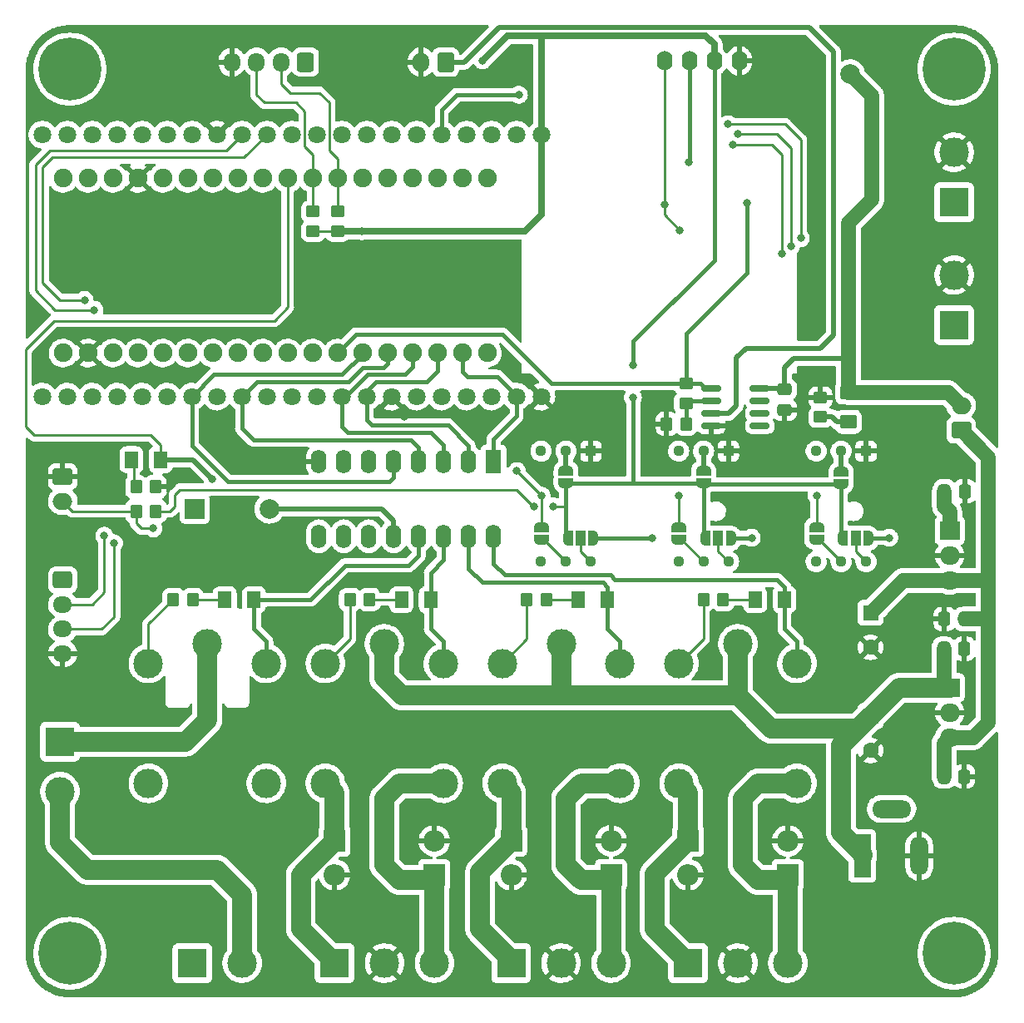
<source format=gbr>
%TF.GenerationSoftware,KiCad,Pcbnew,(5.99.0-10406-ge27733587d)*%
%TF.CreationDate,2021-06-08T13:11:29+05:30*%
%TF.ProjectId,OxiKit-Brainboard_v1,4f78694b-6974-42d4-9272-61696e626f61,rev?*%
%TF.SameCoordinates,Original*%
%TF.FileFunction,Copper,L1,Top*%
%TF.FilePolarity,Positive*%
%FSLAX46Y46*%
G04 Gerber Fmt 4.6, Leading zero omitted, Abs format (unit mm)*
G04 Created by KiCad (PCBNEW (5.99.0-10406-ge27733587d)) date 2021-06-08 13:11:29*
%MOMM*%
%LPD*%
G01*
G04 APERTURE LIST*
G04 Aperture macros list*
%AMRoundRect*
0 Rectangle with rounded corners*
0 $1 Rounding radius*
0 $2 $3 $4 $5 $6 $7 $8 $9 X,Y pos of 4 corners*
0 Add a 4 corners polygon primitive as box body*
4,1,4,$2,$3,$4,$5,$6,$7,$8,$9,$2,$3,0*
0 Add four circle primitives for the rounded corners*
1,1,$1+$1,$2,$3*
1,1,$1+$1,$4,$5*
1,1,$1+$1,$6,$7*
1,1,$1+$1,$8,$9*
0 Add four rect primitives between the rounded corners*
20,1,$1+$1,$2,$3,$4,$5,0*
20,1,$1+$1,$4,$5,$6,$7,0*
20,1,$1+$1,$6,$7,$8,$9,0*
20,1,$1+$1,$8,$9,$2,$3,0*%
%AMFreePoly0*
4,1,22,0.550000,-0.750000,0.000000,-0.750000,0.000000,-0.745033,-0.079941,-0.743568,-0.215256,-0.701293,-0.333266,-0.622738,-0.424486,-0.514219,-0.481581,-0.384460,-0.499164,-0.250000,-0.500000,-0.250000,-0.500000,0.250000,-0.499164,0.250000,-0.499963,0.256109,-0.478152,0.396186,-0.417904,0.524511,-0.324060,0.630769,-0.204165,0.706417,-0.067858,0.745374,0.000000,0.744959,0.000000,0.750000,
0.550000,0.750000,0.550000,-0.750000,0.550000,-0.750000,$1*%
%AMFreePoly1*
4,1,20,0.000000,0.744959,0.073905,0.744508,0.209726,0.703889,0.328688,0.626782,0.421226,0.519385,0.479903,0.390333,0.500000,0.250000,0.500000,-0.250000,0.499851,-0.262216,0.476331,-0.402017,0.414519,-0.529596,0.319384,-0.634700,0.198574,-0.708877,0.061801,-0.746166,0.000000,-0.745033,0.000000,-0.750000,-0.550000,-0.750000,-0.550000,0.750000,0.000000,0.750000,0.000000,0.744959,
0.000000,0.744959,$1*%
%AMFreePoly2*
4,1,22,0.500000,-0.750000,0.000000,-0.750000,0.000000,-0.745033,-0.079941,-0.743568,-0.215256,-0.701293,-0.333266,-0.622738,-0.424486,-0.514219,-0.481581,-0.384460,-0.499164,-0.250000,-0.500000,-0.250000,-0.500000,0.250000,-0.499164,0.250000,-0.499963,0.256109,-0.478152,0.396186,-0.417904,0.524511,-0.324060,0.630769,-0.204165,0.706417,-0.067858,0.745374,0.000000,0.744959,0.000000,0.750000,
0.500000,0.750000,0.500000,-0.750000,0.500000,-0.750000,$1*%
%AMFreePoly3*
4,1,20,0.000000,0.744959,0.073905,0.744508,0.209726,0.703889,0.328688,0.626782,0.421226,0.519385,0.479903,0.390333,0.500000,0.250000,0.500000,-0.250000,0.499851,-0.262216,0.476331,-0.402017,0.414519,-0.529596,0.319384,-0.634700,0.198574,-0.708877,0.061801,-0.746166,0.000000,-0.745033,0.000000,-0.750000,-0.500000,-0.750000,-0.500000,0.750000,0.000000,0.750000,0.000000,0.744959,
0.000000,0.744959,$1*%
G04 Aperture macros list end*
%TA.AperFunction,SMDPad,CuDef*%
%ADD10RoundRect,0.250000X-0.450000X0.350000X-0.450000X-0.350000X0.450000X-0.350000X0.450000X0.350000X0*%
%TD*%
%TA.AperFunction,SMDPad,CuDef*%
%ADD11RoundRect,0.250000X-0.350000X-0.450000X0.350000X-0.450000X0.350000X0.450000X-0.350000X0.450000X0*%
%TD*%
%TA.AperFunction,ComponentPad*%
%ADD12R,1.600000X1.600000*%
%TD*%
%TA.AperFunction,ComponentPad*%
%ADD13C,1.600000*%
%TD*%
%TA.AperFunction,ComponentPad*%
%ADD14R,2.200000X2.200000*%
%TD*%
%TA.AperFunction,ComponentPad*%
%ADD15O,2.200000X2.200000*%
%TD*%
%TA.AperFunction,ComponentPad*%
%ADD16R,3.000000X3.000000*%
%TD*%
%TA.AperFunction,ComponentPad*%
%ADD17C,3.000000*%
%TD*%
%TA.AperFunction,SMDPad,CuDef*%
%ADD18FreePoly0,180.000000*%
%TD*%
%TA.AperFunction,SMDPad,CuDef*%
%ADD19R,1.000000X1.500000*%
%TD*%
%TA.AperFunction,SMDPad,CuDef*%
%ADD20FreePoly1,180.000000*%
%TD*%
%TA.AperFunction,ComponentPad*%
%ADD21C,0.800000*%
%TD*%
%TA.AperFunction,ComponentPad*%
%ADD22C,6.400000*%
%TD*%
%TA.AperFunction,SMDPad,CuDef*%
%ADD23RoundRect,0.250000X0.450000X-0.350000X0.450000X0.350000X-0.450000X0.350000X-0.450000X-0.350000X0*%
%TD*%
%TA.AperFunction,SMDPad,CuDef*%
%ADD24RoundRect,0.250000X0.337500X0.475000X-0.337500X0.475000X-0.337500X-0.475000X0.337500X-0.475000X0*%
%TD*%
%TA.AperFunction,SMDPad,CuDef*%
%ADD25FreePoly2,90.000000*%
%TD*%
%TA.AperFunction,SMDPad,CuDef*%
%ADD26FreePoly3,90.000000*%
%TD*%
%TA.AperFunction,ComponentPad*%
%ADD27R,2.000000X2.000000*%
%TD*%
%TA.AperFunction,ComponentPad*%
%ADD28C,2.000000*%
%TD*%
%TA.AperFunction,ComponentPad*%
%ADD29C,1.800000*%
%TD*%
%TA.AperFunction,SMDPad,CuDef*%
%ADD30RoundRect,0.150000X-0.825000X-0.150000X0.825000X-0.150000X0.825000X0.150000X-0.825000X0.150000X0*%
%TD*%
%TA.AperFunction,SMDPad,CuDef*%
%ADD31RoundRect,0.250001X0.462499X0.624999X-0.462499X0.624999X-0.462499X-0.624999X0.462499X-0.624999X0*%
%TD*%
%TA.AperFunction,SMDPad,CuDef*%
%ADD32RoundRect,0.250000X0.350000X0.450000X-0.350000X0.450000X-0.350000X-0.450000X0.350000X-0.450000X0*%
%TD*%
%TA.AperFunction,SMDPad,CuDef*%
%ADD33RoundRect,0.250000X-0.337500X-0.475000X0.337500X-0.475000X0.337500X0.475000X-0.337500X0.475000X0*%
%TD*%
%TA.AperFunction,ComponentPad*%
%ADD34RoundRect,0.250000X0.600000X0.725000X-0.600000X0.725000X-0.600000X-0.725000X0.600000X-0.725000X0*%
%TD*%
%TA.AperFunction,ComponentPad*%
%ADD35O,1.700000X1.950000*%
%TD*%
%TA.AperFunction,ComponentPad*%
%ADD36R,2.000000X1.905000*%
%TD*%
%TA.AperFunction,ComponentPad*%
%ADD37O,2.000000X1.905000*%
%TD*%
%TA.AperFunction,ComponentPad*%
%ADD38C,1.900000*%
%TD*%
%TA.AperFunction,ComponentPad*%
%ADD39RoundRect,0.250000X-0.750000X0.600000X-0.750000X-0.600000X0.750000X-0.600000X0.750000X0.600000X0*%
%TD*%
%TA.AperFunction,ComponentPad*%
%ADD40O,2.000000X1.700000*%
%TD*%
%TA.AperFunction,ComponentPad*%
%ADD41RoundRect,0.250000X0.750000X-0.600000X0.750000X0.600000X-0.750000X0.600000X-0.750000X-0.600000X0*%
%TD*%
%TA.AperFunction,ComponentPad*%
%ADD42RoundRect,0.250000X0.600000X0.750000X-0.600000X0.750000X-0.600000X-0.750000X0.600000X-0.750000X0*%
%TD*%
%TA.AperFunction,ComponentPad*%
%ADD43O,1.700000X2.000000*%
%TD*%
%TA.AperFunction,ComponentPad*%
%ADD44RoundRect,0.250000X-0.725000X0.600000X-0.725000X-0.600000X0.725000X-0.600000X0.725000X0.600000X0*%
%TD*%
%TA.AperFunction,ComponentPad*%
%ADD45O,1.950000X1.700000*%
%TD*%
%TA.AperFunction,ComponentPad*%
%ADD46R,1.600000X2.400000*%
%TD*%
%TA.AperFunction,ComponentPad*%
%ADD47O,1.600000X2.400000*%
%TD*%
%TA.AperFunction,SMDPad,CuDef*%
%ADD48RoundRect,0.250000X-0.475000X0.337500X-0.475000X-0.337500X0.475000X-0.337500X0.475000X0.337500X0*%
%TD*%
%TA.AperFunction,ComponentPad*%
%ADD49R,1.800000X4.400000*%
%TD*%
%TA.AperFunction,ComponentPad*%
%ADD50O,1.800000X4.000000*%
%TD*%
%TA.AperFunction,ComponentPad*%
%ADD51O,4.000000X1.800000*%
%TD*%
%TA.AperFunction,SMDPad,CuDef*%
%ADD52RoundRect,0.250001X-0.462499X-0.624999X0.462499X-0.624999X0.462499X0.624999X-0.462499X0.624999X0*%
%TD*%
%TA.AperFunction,SMDPad,CuDef*%
%ADD53RoundRect,0.250001X0.624999X-0.462499X0.624999X0.462499X-0.624999X0.462499X-0.624999X-0.462499X0*%
%TD*%
%TA.AperFunction,ComponentPad*%
%ADD54R,1.130000X1.130000*%
%TD*%
%TA.AperFunction,ComponentPad*%
%ADD55C,1.130000*%
%TD*%
%TA.AperFunction,ComponentPad*%
%ADD56O,1.600000X2.000000*%
%TD*%
%TA.AperFunction,ViaPad*%
%ADD57C,2.000000*%
%TD*%
%TA.AperFunction,ViaPad*%
%ADD58C,0.800000*%
%TD*%
%TA.AperFunction,Conductor*%
%ADD59C,0.500000*%
%TD*%
%TA.AperFunction,Conductor*%
%ADD60C,1.500000*%
%TD*%
%TA.AperFunction,Conductor*%
%ADD61C,0.250000*%
%TD*%
%TA.AperFunction,Conductor*%
%ADD62C,0.254000*%
%TD*%
%TA.AperFunction,Conductor*%
%ADD63C,0.400000*%
%TD*%
%TA.AperFunction,Conductor*%
%ADD64C,0.700000*%
%TD*%
%TA.AperFunction,Conductor*%
%ADD65C,2.000000*%
%TD*%
G04 APERTURE END LIST*
D10*
%TO.P,R2,1*%
%TO.N,Oxy-out*%
X117700000Y-77000000D03*
%TO.P,R2,2*%
%TO.N,Net-(R1-Pad2)*%
X117700000Y-79000000D03*
%TD*%
D11*
%TO.P,R1,1*%
%TO.N,GND*%
X115750000Y-81100000D03*
%TO.P,R1,2*%
%TO.N,Net-(R1-Pad2)*%
X117750000Y-81100000D03*
%TD*%
D12*
%TO.P,C1,1*%
%TO.N,+12V*%
X136500000Y-110847349D03*
D13*
%TO.P,C1,2*%
%TO.N,GND*%
X136500000Y-114347349D03*
%TD*%
D14*
%TO.P,D12,1,K*%
%TO.N,+V3{slash}2*%
X92110000Y-127000000D03*
D15*
%TO.P,D12,2,A*%
%TO.N,GND*%
X81950000Y-127000000D03*
%TD*%
D16*
%TO.P,J11,1,Pin_1*%
%TO.N,/Comp*%
X67460000Y-136000000D03*
D17*
%TO.P,J11,2,Pin_2*%
%TO.N,N*%
X72540000Y-136000000D03*
%TD*%
%TO.P,K4,11*%
%TO.N,/L*%
X69000000Y-103500000D03*
%TO.P,K4,12*%
%TO.N,unconnected-(K4-Pad12)*%
X75000000Y-117700000D03*
%TO.P,K4,14*%
%TO.N,/Comp*%
X63000000Y-117700000D03*
%TO.P,K4,A1*%
%TO.N,+5V*%
X63000000Y-105500000D03*
%TO.P,K4,A2*%
%TO.N,O4*%
X75000000Y-105500000D03*
%TD*%
D18*
%TO.P,JP4,1,A*%
%TO.N,SCL*%
X108300000Y-92750000D03*
D19*
%TO.P,JP4,2,C*%
%TO.N,Net-(JP4-Pad2)*%
X107000000Y-92750000D03*
D20*
%TO.P,JP4,3,B*%
%TO.N,+3.3V*%
X105700000Y-92750000D03*
%TD*%
D21*
%TO.P,H3,1*%
%TO.N,N/C*%
X147400000Y-135000000D03*
X143302944Y-133302944D03*
X146697056Y-136697056D03*
X146697056Y-133302944D03*
D22*
X145000000Y-135000000D03*
D21*
X145000000Y-132600000D03*
X143302944Y-136697056D03*
X142600000Y-135000000D03*
X145000000Y-137400000D03*
%TD*%
D23*
%TO.P,R10,1*%
%TO.N,+3.3V*%
X82250000Y-61500000D03*
%TO.P,R10,2*%
%TO.N,SDA*%
X82250000Y-59500000D03*
%TD*%
D24*
%TO.P,C3,1*%
%TO.N,+5VP*%
X146092500Y-100960000D03*
%TO.P,C3,2*%
%TO.N,GND*%
X144017500Y-100960000D03*
%TD*%
D14*
%TO.P,D4,1,K*%
%TO.N,+V1{slash}1*%
X117920000Y-123550000D03*
D15*
%TO.P,D4,2,A*%
%TO.N,GND*%
X128080000Y-123550000D03*
%TD*%
D11*
%TO.P,R11,1*%
%TO.N,EMR*%
X61750000Y-90000000D03*
%TO.P,R11,2*%
%TO.N,+3.3V*%
X63750000Y-90000000D03*
%TD*%
D25*
%TO.P,JP7,1,A*%
%TO.N,Net-(JP7-Pad1)*%
X103000000Y-92900000D03*
D26*
%TO.P,JP7,2,B*%
%TO.N,SDA*%
X103000000Y-91600000D03*
%TD*%
D16*
%TO.P,J9,1,Pin_1*%
%TO.N,/L*%
X54000000Y-113460000D03*
D17*
%TO.P,J9,2,Pin_2*%
%TO.N,N*%
X54000000Y-118540000D03*
%TD*%
%TO.P,K3,11*%
%TO.N,+12V*%
X87000000Y-103500000D03*
%TO.P,K3,12*%
%TO.N,+V3{slash}2*%
X93000000Y-117700000D03*
%TO.P,K3,14*%
%TO.N,+V3{slash}1*%
X81000000Y-117700000D03*
%TO.P,K3,A1*%
%TO.N,+5V*%
X81000000Y-105500000D03*
%TO.P,K3,A2*%
%TO.N,O3*%
X93000000Y-105500000D03*
%TD*%
D27*
%TO.P,BZ1,1,-*%
%TO.N,+5V*%
X67700000Y-89750000D03*
D28*
%TO.P,BZ1,2,+*%
%TO.N,O5*%
X75300000Y-89750000D03*
%TD*%
D29*
%TO.P,U5,1,3V3*%
%TO.N,+3.3V*%
X103000000Y-51665000D03*
%TO.P,U5,2,NC*%
%TO.N,unconnected-(U5-Pad2)*%
X100460000Y-51665000D03*
%TO.P,U5,3,GPIO36*%
%TO.N,unconnected-(U5-Pad3)*%
X97920000Y-51665000D03*
%TO.P,U5,4,GPIO39*%
%TO.N,unconnected-(U5-Pad4)*%
X95380000Y-51665000D03*
%TO.P,U5,5,GPIO34*%
%TO.N,Oxy-out*%
X92840000Y-51665000D03*
%TO.P,U5,6,GPIO35*%
%TO.N,unconnected-(U5-Pad6)*%
X90300000Y-51665000D03*
%TO.P,U5,7,GPIO32*%
%TO.N,unconnected-(U5-Pad7)*%
X87760000Y-51665000D03*
%TO.P,U5,8,GPIO33*%
%TO.N,unconnected-(U5-Pad8)*%
X85220000Y-51665000D03*
%TO.P,U5,9,GPIO25*%
%TO.N,PS1*%
X82680000Y-51665000D03*
%TO.P,U5,10,GPIO26*%
%TO.N,PS2*%
X80140000Y-51665000D03*
%TO.P,U5,11,GPIO27*%
%TO.N,PS3*%
X77600000Y-51665000D03*
%TO.P,U5,12,GPIO14*%
%TO.N,RX*%
X75060000Y-51665000D03*
%TO.P,U5,13,GPIO12*%
%TO.N,TX*%
X72520000Y-51665000D03*
%TO.P,U5,14,GND*%
%TO.N,GND*%
X69980000Y-51665000D03*
%TO.P,U5,15,GPIO13*%
%TO.N,unconnected-(U5-Pad15)*%
X67440000Y-51665000D03*
%TO.P,U5,16,SD2*%
%TO.N,unconnected-(U5-Pad16)*%
X64900000Y-51665000D03*
%TO.P,U5,17,SD3*%
%TO.N,unconnected-(U5-Pad17)*%
X62360000Y-51665000D03*
%TO.P,U5,18,CMD*%
%TO.N,unconnected-(U5-Pad18)*%
X59820000Y-51665000D03*
%TO.P,U5,19,5V*%
%TO.N,+5V*%
X57280000Y-51665000D03*
%TO.P,U5,20,SPK+*%
%TO.N,unconnected-(U5-Pad20)*%
X54740000Y-51665000D03*
%TO.P,U5,21,SPK-*%
%TO.N,unconnected-(U5-Pad21)*%
X52200000Y-51665000D03*
%TO.P,U5,22,GND*%
%TO.N,GND*%
X103000000Y-78335000D03*
%TO.P,U5,23,GPIO23*%
%TO.N,I1*%
X100460000Y-78335000D03*
%TO.P,U5,24,GPIO22*%
%TO.N,SCL*%
X97920000Y-78335000D03*
%TO.P,U5,25,TX*%
%TO.N,unconnected-(U5-Pad25)*%
X95380000Y-78335000D03*
%TO.P,U5,26,RX*%
%TO.N,unconnected-(U5-Pad26)*%
X92840000Y-78335000D03*
%TO.P,U5,27,GPIO21*%
%TO.N,SDA*%
X90300000Y-78335000D03*
%TO.P,U5,28,GND*%
%TO.N,GND*%
X87760000Y-78335000D03*
%TO.P,U5,29,GPIO19*%
%TO.N,I2*%
X85220000Y-78335000D03*
%TO.P,U5,30,GPIO18*%
%TO.N,I3*%
X82680000Y-78335000D03*
%TO.P,U5,31,GPIO5*%
%TO.N,LED*%
X80140000Y-78335000D03*
%TO.P,U5,32,NC*%
%TO.N,unconnected-(U5-Pad32)*%
X77600000Y-78335000D03*
%TO.P,U5,33,NC*%
%TO.N,unconnected-(U5-Pad33)*%
X75060000Y-78335000D03*
%TO.P,U5,34,GPIO4*%
%TO.N,I4*%
X72520000Y-78335000D03*
%TO.P,U5,35,GPIO0*%
%TO.N,unconnected-(U5-Pad35)*%
X69980000Y-78335000D03*
%TO.P,U5,36,GPIO2*%
%TO.N,I5*%
X67440000Y-78335000D03*
%TO.P,U5,37,GPIO15*%
%TO.N,EMR*%
X64900000Y-78335000D03*
%TO.P,U5,38,SD1*%
%TO.N,unconnected-(U5-Pad38)*%
X62360000Y-78335000D03*
%TO.P,U5,39,SD0*%
%TO.N,unconnected-(U5-Pad39)*%
X59820000Y-78335000D03*
%TO.P,U5,40,CLK*%
%TO.N,unconnected-(U5-Pad40)*%
X57280000Y-78335000D03*
%TO.P,U5,41,MIC-*%
%TO.N,unconnected-(U5-Pad41)*%
X54740000Y-78335000D03*
%TO.P,U5,42,MIC+*%
%TO.N,unconnected-(U5-Pad42)*%
X52200000Y-78335000D03*
%TD*%
D30*
%TO.P,U2,1*%
%TO.N,Oxy-out*%
X120275000Y-77500000D03*
%TO.P,U2,2,-*%
%TO.N,Net-(R1-Pad2)*%
X120275000Y-78770000D03*
%TO.P,U2,3,+*%
%TO.N,Net-(J1-Pad1)*%
X120275000Y-80040000D03*
%TO.P,U2,4,V-*%
%TO.N,GND*%
X120275000Y-81310000D03*
%TO.P,U2,5*%
%TO.N,N/C*%
X125225000Y-81310000D03*
%TO.P,U2,6*%
X125225000Y-80040000D03*
%TO.P,U2,7*%
X125225000Y-78770000D03*
%TO.P,U2,8,V+*%
%TO.N,+5V*%
X125225000Y-77500000D03*
%TD*%
D31*
%TO.P,D9,1,K*%
%TO.N,O4*%
X73737500Y-99000000D03*
%TO.P,D9,2,A*%
%TO.N,Net-(D9-Pad2)*%
X70762500Y-99000000D03*
%TD*%
D14*
%TO.P,D8,1,K*%
%TO.N,+V2{slash}2*%
X110080000Y-127000000D03*
D15*
%TO.P,D8,2,A*%
%TO.N,GND*%
X99920000Y-127000000D03*
%TD*%
D32*
%TO.P,R7,1*%
%TO.N,Net-(D9-Pad2)*%
X67500000Y-99000000D03*
%TO.P,R7,2*%
%TO.N,+5V*%
X65500000Y-99000000D03*
%TD*%
D12*
%TO.P,C7,1*%
%TO.N,+5VP*%
X136500000Y-100347349D03*
D13*
%TO.P,C7,2*%
%TO.N,GND*%
X136500000Y-103847349D03*
%TD*%
D17*
%TO.P,K2,11*%
%TO.N,+12V*%
X105000000Y-103500000D03*
%TO.P,K2,12*%
%TO.N,+V2{slash}2*%
X111000000Y-117700000D03*
%TO.P,K2,14*%
%TO.N,+V2{slash}1*%
X99000000Y-117700000D03*
%TO.P,K2,A1*%
%TO.N,+5V*%
X99000000Y-105500000D03*
%TO.P,K2,A2*%
%TO.N,O2*%
X111000000Y-105500000D03*
%TD*%
D25*
%TO.P,JP2,1,A*%
%TO.N,+3.3V*%
X119500000Y-87150000D03*
D26*
%TO.P,JP2,2,B*%
%TO.N,Net-(JP2-Pad2)*%
X119500000Y-85850000D03*
%TD*%
D25*
%TO.P,JP9,1,A*%
%TO.N,Net-(JP9-Pad1)*%
X131000000Y-92900000D03*
D26*
%TO.P,JP9,2,B*%
%TO.N,SDA*%
X131000000Y-91600000D03*
%TD*%
D16*
%TO.P,J5,1,Pin_1*%
%TO.N,+12V*%
X145000000Y-71040000D03*
D17*
%TO.P,J5,2,Pin_2*%
%TO.N,GND*%
X145000000Y-65960000D03*
%TD*%
D21*
%TO.P,H1,1*%
%TO.N,N/C*%
X55000000Y-132600000D03*
X55000000Y-137400000D03*
X53302944Y-133302944D03*
X57400000Y-135000000D03*
D22*
X55000000Y-135000000D03*
D21*
X52600000Y-135000000D03*
X53302944Y-136697056D03*
X56697056Y-136697056D03*
X56697056Y-133302944D03*
%TD*%
D16*
%TO.P,J8,1,Pin_1*%
%TO.N,+V2{slash}1*%
X99920000Y-136000000D03*
D17*
%TO.P,J8,2,Pin_2*%
%TO.N,GND*%
X105000000Y-136000000D03*
%TO.P,J8,3,Pin_3*%
%TO.N,+V2{slash}2*%
X110080000Y-136000000D03*
%TD*%
D33*
%TO.P,C4,1*%
%TO.N,+12V*%
X144017500Y-87960000D03*
%TO.P,C4,2*%
%TO.N,GND*%
X146092500Y-87960000D03*
%TD*%
D16*
%TO.P,J4,1,Pin_1*%
%TO.N,+12V*%
X145000000Y-58540000D03*
D17*
%TO.P,J4,2,Pin_2*%
%TO.N,GND*%
X145000000Y-53460000D03*
%TD*%
D16*
%TO.P,J7,1,Pin_1*%
%TO.N,+V1{slash}1*%
X117920000Y-136000000D03*
D17*
%TO.P,J7,2,Pin_2*%
%TO.N,GND*%
X123000000Y-136000000D03*
%TO.P,J7,3,Pin_3*%
%TO.N,+V1{slash}2*%
X128080000Y-136000000D03*
%TD*%
D11*
%TO.P,R3,1*%
%TO.N,Net-(D1-Pad1)*%
X61750000Y-87512500D03*
%TO.P,R3,2*%
%TO.N,GND*%
X63750000Y-87512500D03*
%TD*%
D34*
%TO.P,J3,1,Pin_1*%
%TO.N,+3.3V*%
X79000000Y-44275000D03*
D35*
%TO.P,J3,2,Pin_2*%
%TO.N,SDA*%
X76500000Y-44275000D03*
%TO.P,J3,3,Pin_3*%
%TO.N,SCL*%
X74000000Y-44275000D03*
%TO.P,J3,4,Pin_4*%
%TO.N,GND*%
X71500000Y-44275000D03*
%TD*%
D36*
%TO.P,U3,1,VI*%
%TO.N,+12V*%
X144555000Y-91960000D03*
D37*
%TO.P,U3,2,GND*%
%TO.N,GND*%
X144555000Y-94500000D03*
%TO.P,U3,3,VO*%
%TO.N,+5VP*%
X144555000Y-97040000D03*
%TD*%
D25*
%TO.P,JP1,1,A*%
%TO.N,+3.3V*%
X105500000Y-87150000D03*
D26*
%TO.P,JP1,2,B*%
%TO.N,Net-(JP1-Pad2)*%
X105500000Y-85850000D03*
%TD*%
D21*
%TO.P,H4,1*%
%TO.N,N/C*%
X146697056Y-46697056D03*
D22*
X145000000Y-45000000D03*
D21*
X147400000Y-45000000D03*
X142600000Y-45000000D03*
X145000000Y-42600000D03*
X146697056Y-43302944D03*
X143302944Y-43302944D03*
X143302944Y-46697056D03*
X145000000Y-47400000D03*
%TD*%
D38*
%TO.P,U1,1,VIN*%
%TO.N,+5V*%
X54322500Y-73890000D03*
%TO.P,U1,2,GND*%
%TO.N,GND*%
X56862500Y-73890000D03*
%TO.P,U1,3,TX*%
%TO.N,TX*%
X59402500Y-73890000D03*
%TO.P,U1,4,RX*%
%TO.N,RX*%
X61942500Y-73890000D03*
%TO.P,U1,5,A7*%
%TO.N,unconnected-(U1-Pad5)*%
X64482500Y-73890000D03*
%TO.P,U1,6,A6*%
%TO.N,EMR*%
X67022500Y-73890000D03*
%TO.P,U1,7,A5*%
%TO.N,unconnected-(U1-Pad7)*%
X69562500Y-73890000D03*
%TO.P,U1,8,A4*%
%TO.N,unconnected-(U1-Pad8)*%
X72102500Y-73890000D03*
%TO.P,U1,9,A3*%
%TO.N,PS3*%
X74642500Y-73890000D03*
%TO.P,U1,10,A2*%
%TO.N,PS2*%
X77182500Y-73890000D03*
%TO.P,U1,11,A1*%
%TO.N,PS1*%
X79722500Y-73890000D03*
%TO.P,U1,12,A0*%
%TO.N,Oxy-out*%
X82262500Y-73890000D03*
%TO.P,U1,13,B5*%
%TO.N,I5*%
X84802500Y-73890000D03*
%TO.P,U1,14,B4*%
%TO.N,I4*%
X87342500Y-73890000D03*
%TO.P,U1,15,B3*%
%TO.N,I3*%
X89882500Y-73890000D03*
%TO.P,U1,16,B2*%
%TO.N,I2*%
X92422500Y-73890000D03*
%TO.P,U1,17,B1*%
%TO.N,I1*%
X94962500Y-73890000D03*
%TO.P,U1,18,B0*%
%TO.N,unconnected-(U1-Pad18)*%
X97502500Y-73890000D03*
%TO.P,U1,19,C0*%
%TO.N,unconnected-(U1-Pad19)*%
X97502500Y-56110000D03*
%TO.P,U1,20,C1*%
%TO.N,unconnected-(U1-Pad20)*%
X94962500Y-56110000D03*
%TO.P,U1,21,C2*%
%TO.N,unconnected-(U1-Pad21)*%
X92422500Y-56110000D03*
%TO.P,U1,22,C3*%
%TO.N,unconnected-(U1-Pad22)*%
X89882500Y-56110000D03*
%TO.P,U1,23,C4*%
%TO.N,unconnected-(U1-Pad23)*%
X87342500Y-56110000D03*
%TO.P,U1,24,C5*%
%TO.N,unconnected-(U1-Pad24)*%
X84802500Y-56110000D03*
%TO.P,U1,25,D0*%
%TO.N,SDA*%
X82262500Y-56110000D03*
%TO.P,U1,26,D1*%
%TO.N,SCL*%
X79722500Y-56110000D03*
%TO.P,U1,27,D2*%
%TO.N,LED*%
X77182500Y-56110000D03*
%TO.P,U1,28,D3*%
%TO.N,unconnected-(U1-Pad28)*%
X74642500Y-56110000D03*
%TO.P,U1,29,D4*%
%TO.N,unconnected-(U1-Pad29)*%
X72102500Y-56110000D03*
%TO.P,U1,30,D5*%
%TO.N,unconnected-(U1-Pad30)*%
X69562500Y-56110000D03*
%TO.P,U1,31,D6*%
%TO.N,unconnected-(U1-Pad31)*%
X67022500Y-56110000D03*
%TO.P,U1,32,D7*%
%TO.N,unconnected-(U1-Pad32)*%
X64482500Y-56110000D03*
%TO.P,U1,33,GND*%
%TO.N,GND*%
X61942500Y-56110000D03*
%TO.P,U1,34,VBAT*%
%TO.N,unconnected-(U1-Pad34)*%
X59402500Y-56110000D03*
%TO.P,U1,35,RESET*%
%TO.N,unconnected-(U1-Pad35)*%
X56862500Y-56110000D03*
%TO.P,U1,36,3V3*%
%TO.N,+3.3V*%
X54322500Y-56110000D03*
%TD*%
D14*
%TO.P,D11,1,K*%
%TO.N,+V3{slash}1*%
X81950000Y-123550000D03*
D15*
%TO.P,D11,2,A*%
%TO.N,GND*%
X92110000Y-123550000D03*
%TD*%
D39*
%TO.P,SW2,1*%
%TO.N,GND*%
X54275000Y-86500000D03*
D40*
%TO.P,SW2,2*%
%TO.N,EMR*%
X54275000Y-89000000D03*
%TD*%
D41*
%TO.P,SW1,1*%
%TO.N,+5VP*%
X145725000Y-81750000D03*
D40*
%TO.P,SW1,2*%
%TO.N,+5V*%
X145725000Y-79250000D03*
%TD*%
D42*
%TO.P,J1,1,Pin_1*%
%TO.N,Net-(J1-Pad1)*%
X93250000Y-44275000D03*
D43*
%TO.P,J1,2,Pin_2*%
%TO.N,GND*%
X90750000Y-44275000D03*
%TD*%
D44*
%TO.P,J6,1,Pin_1*%
%TO.N,+5V*%
X54275000Y-97000000D03*
D45*
%TO.P,J6,2,Pin_2*%
%TO.N,TX*%
X54275000Y-99500000D03*
%TO.P,J6,3,Pin_3*%
%TO.N,RX*%
X54275000Y-102000000D03*
%TO.P,J6,4,Pin_4*%
%TO.N,GND*%
X54275000Y-104500000D03*
%TD*%
D32*
%TO.P,R6,1*%
%TO.N,Net-(D6-Pad2)*%
X103500000Y-99000000D03*
%TO.P,R6,2*%
%TO.N,+5V*%
X101500000Y-99000000D03*
%TD*%
D14*
%TO.P,D5,1,K*%
%TO.N,+V1{slash}2*%
X128080000Y-127000000D03*
D15*
%TO.P,D5,2,A*%
%TO.N,GND*%
X117920000Y-127000000D03*
%TD*%
D32*
%TO.P,R5,1*%
%TO.N,Net-(D3-Pad2)*%
X121500000Y-99000000D03*
%TO.P,R5,2*%
%TO.N,+5V*%
X119500000Y-99000000D03*
%TD*%
D46*
%TO.P,U6,1,I1*%
%TO.N,I1*%
X98125000Y-84925000D03*
D47*
%TO.P,U6,2,I2*%
%TO.N,I2*%
X95585000Y-84925000D03*
%TO.P,U6,3,I3*%
%TO.N,I3*%
X93045000Y-84925000D03*
%TO.P,U6,4,I4*%
%TO.N,I4*%
X90505000Y-84925000D03*
%TO.P,U6,5,I5*%
%TO.N,I5*%
X87965000Y-84925000D03*
%TO.P,U6,6,I6*%
%TO.N,I6*%
X85425000Y-84925000D03*
%TO.P,U6,7,I7*%
%TO.N,I7*%
X82885000Y-84925000D03*
%TO.P,U6,8,GND*%
%TO.N,GND*%
X80345000Y-84925000D03*
%TO.P,U6,9,COM*%
%TO.N,+5V*%
X80345000Y-92545000D03*
%TO.P,U6,10,O7*%
%TO.N,O7*%
X82885000Y-92545000D03*
%TO.P,U6,11,O6*%
%TO.N,O6*%
X85425000Y-92545000D03*
%TO.P,U6,12,O5*%
%TO.N,O5*%
X87965000Y-92545000D03*
%TO.P,U6,13,O4*%
%TO.N,O4*%
X90505000Y-92545000D03*
%TO.P,U6,14,O3*%
%TO.N,O3*%
X93045000Y-92545000D03*
%TO.P,U6,15,O2*%
%TO.N,O2*%
X95585000Y-92545000D03*
%TO.P,U6,16,O1*%
%TO.N,O1*%
X98125000Y-92545000D03*
%TD*%
D21*
%TO.P,H2,1*%
%TO.N,N/C*%
X53302944Y-46697056D03*
D22*
X55000000Y-45000000D03*
D21*
X55000000Y-42600000D03*
X52600000Y-45000000D03*
X55000000Y-47400000D03*
X57400000Y-45000000D03*
X56697056Y-43302944D03*
X56697056Y-46697056D03*
X53302944Y-43302944D03*
%TD*%
D32*
%TO.P,R8,1*%
%TO.N,Net-(D10-Pad2)*%
X85500000Y-99000000D03*
%TO.P,R8,2*%
%TO.N,+5V*%
X83500000Y-99000000D03*
%TD*%
D16*
%TO.P,J10,1,Pin_1*%
%TO.N,+V3{slash}1*%
X81950000Y-136000000D03*
D17*
%TO.P,J10,2,Pin_2*%
%TO.N,GND*%
X87030000Y-136000000D03*
%TO.P,J10,3,Pin_3*%
%TO.N,+V3{slash}2*%
X92110000Y-136000000D03*
%TD*%
D18*
%TO.P,JP5,1,A*%
%TO.N,SCL*%
X122300000Y-92750000D03*
D19*
%TO.P,JP5,2,C*%
%TO.N,Net-(JP5-Pad2)*%
X121000000Y-92750000D03*
D20*
%TO.P,JP5,3,B*%
%TO.N,+3.3V*%
X119700000Y-92750000D03*
%TD*%
D23*
%TO.P,R9,1*%
%TO.N,+3.3V*%
X79750000Y-61500000D03*
%TO.P,R9,2*%
%TO.N,SCL*%
X79750000Y-59500000D03*
%TD*%
D31*
%TO.P,D3,1,K*%
%TO.N,O1*%
X127737500Y-99000000D03*
%TO.P,D3,2,A*%
%TO.N,Net-(D3-Pad2)*%
X124762500Y-99000000D03*
%TD*%
D25*
%TO.P,JP8,1,A*%
%TO.N,Net-(JP8-Pad1)*%
X117000000Y-92900000D03*
D26*
%TO.P,JP8,2,B*%
%TO.N,SDA*%
X117000000Y-91600000D03*
%TD*%
D17*
%TO.P,K1,11*%
%TO.N,+12V*%
X123000000Y-103500000D03*
%TO.P,K1,12*%
%TO.N,+V1{slash}2*%
X129000000Y-117700000D03*
%TO.P,K1,14*%
%TO.N,+V1{slash}1*%
X117000000Y-117700000D03*
%TO.P,K1,A1*%
%TO.N,+5V*%
X117000000Y-105500000D03*
%TO.P,K1,A2*%
%TO.N,O1*%
X129000000Y-105500000D03*
%TD*%
D18*
%TO.P,JP6,1,A*%
%TO.N,SCL*%
X136300000Y-92750000D03*
D19*
%TO.P,JP6,2,C*%
%TO.N,Net-(JP6-Pad2)*%
X135000000Y-92750000D03*
D20*
%TO.P,JP6,3,B*%
%TO.N,+3.3V*%
X133700000Y-92750000D03*
%TD*%
D23*
%TO.P,R4,1*%
%TO.N,Net-(D2-Pad1)*%
X131400000Y-80405000D03*
%TO.P,R4,2*%
%TO.N,GND*%
X131400000Y-78405000D03*
%TD*%
D48*
%TO.P,C5,1*%
%TO.N,+5V*%
X127750000Y-77617500D03*
%TO.P,C5,2*%
%TO.N,GND*%
X127750000Y-79692500D03*
%TD*%
D49*
%TO.P,J2,1*%
%TO.N,+12V*%
X135650000Y-125100000D03*
D50*
%TO.P,J2,2*%
%TO.N,GND*%
X141450000Y-125100000D03*
D51*
%TO.P,J2,3*%
%TO.N,N/C*%
X138650000Y-120300000D03*
%TD*%
D33*
%TO.P,C6,1*%
%TO.N,+5VP*%
X143962500Y-117000000D03*
%TO.P,C6,2*%
%TO.N,GND*%
X146037500Y-117000000D03*
%TD*%
%TO.P,C2,1*%
%TO.N,+12V*%
X143962500Y-104000000D03*
%TO.P,C2,2*%
%TO.N,GND*%
X146037500Y-104000000D03*
%TD*%
D52*
%TO.P,D1,1,K*%
%TO.N,Net-(D1-Pad1)*%
X61262500Y-84762500D03*
%TO.P,D1,2,A*%
%TO.N,LED*%
X64237500Y-84762500D03*
%TD*%
D25*
%TO.P,JP3,1,A*%
%TO.N,+3.3V*%
X133500000Y-87250000D03*
D26*
%TO.P,JP3,2,B*%
%TO.N,Net-(JP3-Pad2)*%
X133500000Y-85950000D03*
%TD*%
D31*
%TO.P,D10,1,K*%
%TO.N,O3*%
X91737500Y-99000000D03*
%TO.P,D10,2,A*%
%TO.N,Net-(D10-Pad2)*%
X88762500Y-99000000D03*
%TD*%
%TO.P,D6,1,K*%
%TO.N,O2*%
X109737500Y-99000000D03*
%TO.P,D6,2,A*%
%TO.N,Net-(D6-Pad2)*%
X106762500Y-99000000D03*
%TD*%
D53*
%TO.P,D2,1,K*%
%TO.N,Net-(D2-Pad1)*%
X134250000Y-80892500D03*
%TO.P,D2,2,A*%
%TO.N,+5V*%
X134250000Y-77917500D03*
%TD*%
D14*
%TO.P,D7,1,K*%
%TO.N,+V2{slash}1*%
X99920000Y-123550000D03*
D15*
%TO.P,D7,2,A*%
%TO.N,GND*%
X110080000Y-123550000D03*
%TD*%
D36*
%TO.P,U4,1,VI*%
%TO.N,+12V*%
X144555000Y-107960000D03*
D37*
%TO.P,U4,2,GND*%
%TO.N,GND*%
X144555000Y-110500000D03*
%TO.P,U4,3,VO*%
%TO.N,+5VP*%
X144555000Y-113040000D03*
%TD*%
D54*
%TO.P,PS3,1,GND*%
%TO.N,GND*%
X136040000Y-83875000D03*
D55*
%TO.P,PS3,2,NC/V+*%
%TO.N,Net-(JP3-Pad2)*%
X133500000Y-83875000D03*
%TO.P,PS3,3,Vo*%
%TO.N,PS3*%
X130960000Y-83875000D03*
%TO.P,PS3,4,NC*%
%TO.N,unconnected-(PS3-Pad4)*%
X130960000Y-95125000D03*
%TO.P,PS3,5,SDA*%
%TO.N,Net-(JP9-Pad1)*%
X133500000Y-95125000D03*
%TO.P,PS3,6,SCL/V+*%
%TO.N,Net-(JP6-Pad2)*%
X136040000Y-95125000D03*
%TD*%
D56*
%TO.P,Brd1,1,GND*%
%TO.N,GND*%
X123120000Y-44150000D03*
%TO.P,Brd1,2,VCC*%
%TO.N,+3.3V*%
X120580000Y-44150000D03*
%TO.P,Brd1,3,SCL*%
%TO.N,SCL*%
X118040000Y-44150000D03*
%TO.P,Brd1,4,SDA*%
%TO.N,SDA*%
X115500000Y-44150000D03*
%TD*%
D54*
%TO.P,PS2,1,GND*%
%TO.N,GND*%
X122040000Y-83875000D03*
D55*
%TO.P,PS2,2,NC/V+*%
%TO.N,Net-(JP2-Pad2)*%
X119500000Y-83875000D03*
%TO.P,PS2,3,Vo*%
%TO.N,PS2*%
X116960000Y-83875000D03*
%TO.P,PS2,4,NC*%
%TO.N,unconnected-(PS2-Pad4)*%
X116960000Y-95125000D03*
%TO.P,PS2,5,SDA*%
%TO.N,Net-(JP8-Pad1)*%
X119500000Y-95125000D03*
%TO.P,PS2,6,SCL/V+*%
%TO.N,Net-(JP5-Pad2)*%
X122040000Y-95125000D03*
%TD*%
D54*
%TO.P,PS1,1,GND*%
%TO.N,GND*%
X108040000Y-83875000D03*
D55*
%TO.P,PS1,2,NC/V+*%
%TO.N,Net-(JP1-Pad2)*%
X105500000Y-83875000D03*
%TO.P,PS1,3,Vo*%
%TO.N,PS1*%
X102960000Y-83875000D03*
%TO.P,PS1,4,NC*%
%TO.N,unconnected-(PS1-Pad4)*%
X102960000Y-95125000D03*
%TO.P,PS1,5,SDA*%
%TO.N,Net-(JP7-Pad1)*%
X105500000Y-95125000D03*
%TO.P,PS1,6,SCL/V+*%
%TO.N,Net-(JP4-Pad2)*%
X108040000Y-95125000D03*
%TD*%
D57*
%TO.N,+5V*%
X134400000Y-45500000D03*
D58*
%TO.N,SDA*%
X115500000Y-58800000D03*
X100500000Y-85900000D03*
X103000000Y-88400000D03*
X117000000Y-88400000D03*
X117100000Y-61400000D03*
X131000000Y-88400000D03*
%TO.N,SCL*%
X124400000Y-92700000D03*
X118000000Y-54500000D03*
X114300000Y-92700000D03*
X138400000Y-92700000D03*
%TO.N,GND*%
X94000000Y-67000000D03*
X63500000Y-67000000D03*
X71500000Y-65000000D03*
X71500000Y-59000000D03*
X69500000Y-59000000D03*
X140000000Y-46000000D03*
X96000000Y-63000000D03*
X89000000Y-80400000D03*
X140000000Y-44000000D03*
X63500000Y-63000000D03*
X138000000Y-42000000D03*
X140000000Y-50000000D03*
X90000000Y-65000000D03*
X65500000Y-65000000D03*
X73500000Y-69000000D03*
X92000000Y-63000000D03*
X146000000Y-50000000D03*
X140000000Y-42000000D03*
X67500000Y-69000000D03*
X140000000Y-48000000D03*
X88000000Y-67000000D03*
X69500000Y-65000000D03*
X113900000Y-85500000D03*
X92000000Y-67000000D03*
X67500000Y-67000000D03*
X65500000Y-63000000D03*
X73500000Y-63000000D03*
X134000000Y-42000000D03*
X136000000Y-42000000D03*
X71500000Y-63000000D03*
X65500000Y-67000000D03*
X148000000Y-50000000D03*
X142000000Y-50000000D03*
X94000000Y-65000000D03*
X70000000Y-81900000D03*
X90000000Y-63000000D03*
X92000000Y-65000000D03*
X73500000Y-67000000D03*
X90000000Y-67000000D03*
X129500000Y-79805000D03*
X136000000Y-44000000D03*
X127800000Y-81305000D03*
X96000000Y-67000000D03*
X67900000Y-76100000D03*
X67500000Y-65000000D03*
X86000000Y-65000000D03*
X73500000Y-59000000D03*
X131400000Y-76805000D03*
X94000000Y-63000000D03*
X71500000Y-69000000D03*
X66800000Y-86400000D03*
X69500000Y-69000000D03*
X88000000Y-63000000D03*
X63500000Y-69000000D03*
X86000000Y-67000000D03*
X129500000Y-78405000D03*
X96000000Y-65000000D03*
X69500000Y-67000000D03*
X86000000Y-63000000D03*
X88000000Y-65000000D03*
X63500000Y-65000000D03*
X138000000Y-46000000D03*
X73500000Y-65000000D03*
X138000000Y-44000000D03*
X71500000Y-67000000D03*
X103000000Y-81100000D03*
X144000000Y-50000000D03*
X67500000Y-63000000D03*
X69500000Y-63000000D03*
X65500000Y-69000000D03*
%TO.N,+3.3V*%
X97000000Y-44100000D03*
X84700000Y-61500000D03*
X102226500Y-89500000D03*
X112300000Y-78400000D03*
X104200000Y-89500000D03*
X112300000Y-75100000D03*
%TO.N,TX*%
X57500000Y-69500000D03*
X58500000Y-92500000D03*
%TO.N,RX*%
X59500000Y-93250000D03*
X56500000Y-68500000D03*
%TO.N,Oxy-out*%
X123900000Y-58600000D03*
X100700000Y-47600000D03*
%TO.N,LED*%
X69500000Y-86700000D03*
%TO.N,EMR*%
X63500000Y-91750000D03*
%TO.N,PS1*%
X129400000Y-62200000D03*
X122000000Y-50600000D03*
%TO.N,PS2*%
X123000000Y-51600000D03*
X128400000Y-63000000D03*
%TO.N,PS3*%
X122500000Y-52700000D03*
X127500000Y-63800000D03*
%TD*%
D59*
%TO.N,+5V*%
X127632500Y-77500000D02*
X127750000Y-77617500D01*
D60*
X134250000Y-60650000D02*
X134250000Y-75550000D01*
X144392500Y-77917500D02*
X134250000Y-77917500D01*
X134250000Y-77917500D02*
X134250000Y-74455000D01*
X136600000Y-58300000D02*
X134250000Y-60650000D01*
X145725000Y-79250000D02*
X144392500Y-77917500D01*
X136600000Y-47700000D02*
X136600000Y-58300000D01*
D59*
X125225000Y-77500000D02*
X127632500Y-77500000D01*
D60*
X134400000Y-45500000D02*
X136600000Y-47700000D01*
D61*
X83500000Y-99000000D02*
X83500000Y-103000000D01*
D59*
X127750000Y-75350000D02*
X128645000Y-74455000D01*
D61*
X83500000Y-103000000D02*
X81000000Y-105500000D01*
X63000000Y-101500000D02*
X63000000Y-105500000D01*
D59*
X128645000Y-74455000D02*
X134250000Y-74455000D01*
D60*
X145700000Y-79250000D02*
X145725000Y-79250000D01*
D61*
X119500000Y-103000000D02*
X117000000Y-105500000D01*
X65500000Y-99000000D02*
X63000000Y-101500000D01*
X101500000Y-99000000D02*
X101500000Y-103000000D01*
X101500000Y-103000000D02*
X99000000Y-105500000D01*
D59*
X127750000Y-77617500D02*
X127750000Y-75350000D01*
D61*
X119500000Y-99000000D02*
X119500000Y-103000000D01*
D59*
%TO.N,O5*%
X75300000Y-89750000D02*
X86750000Y-89750000D01*
X87965000Y-90965000D02*
X87965000Y-92545000D01*
X86750000Y-89750000D02*
X87965000Y-90965000D01*
D61*
%TO.N,SDA*%
X115500000Y-53600000D02*
X115500000Y-44150000D01*
X100500000Y-85900000D02*
X103000000Y-88400000D01*
X103000000Y-88400000D02*
X103000000Y-89100000D01*
X117100000Y-61400000D02*
X115500000Y-59800000D01*
D62*
X81400000Y-48400000D02*
X80400000Y-47400000D01*
X80400000Y-47400000D02*
X77400000Y-47400000D01*
D61*
X131000000Y-88400000D02*
X131000000Y-91600000D01*
D62*
X77400000Y-47400000D02*
X76500000Y-46500000D01*
D61*
X115500000Y-58800000D02*
X115500000Y-53600000D01*
D62*
X76500000Y-46500000D02*
X76500000Y-44275000D01*
X117000000Y-91600000D02*
X117000000Y-88400000D01*
X82262500Y-56110000D02*
X82262500Y-59487500D01*
X82262500Y-56110000D02*
X82262500Y-54162500D01*
X82262500Y-59487500D02*
X82250000Y-59500000D01*
D61*
X115500000Y-59800000D02*
X115500000Y-58800000D01*
X103000000Y-89100000D02*
X103000000Y-91600000D01*
D62*
X81400000Y-53300000D02*
X81400000Y-48400000D01*
X82262500Y-54162500D02*
X81400000Y-53300000D01*
D63*
%TO.N,SCL*%
X122350000Y-92700000D02*
X122300000Y-92750000D01*
X114250000Y-92750000D02*
X114300000Y-92700000D01*
X138400000Y-92700000D02*
X136350000Y-92700000D01*
X136350000Y-92700000D02*
X136300000Y-92750000D01*
X118040000Y-54460000D02*
X118040000Y-44150000D01*
D62*
X78000000Y-48400000D02*
X74800000Y-48400000D01*
D63*
X108300000Y-92750000D02*
X114250000Y-92750000D01*
X118000000Y-54500000D02*
X118040000Y-54460000D01*
D62*
X78900000Y-49300000D02*
X78000000Y-48400000D01*
X74800000Y-48400000D02*
X74000000Y-47600000D01*
D61*
X79750000Y-59500000D02*
X79750000Y-56137500D01*
D63*
X124400000Y-92700000D02*
X122350000Y-92700000D01*
D61*
X79750000Y-56137500D02*
X79722500Y-56110000D01*
D62*
X79722500Y-56110000D02*
X79722500Y-53722500D01*
X78900000Y-52900000D02*
X78900000Y-49300000D01*
X79722500Y-53722500D02*
X78900000Y-52900000D01*
X74000000Y-47600000D02*
X74000000Y-44275000D01*
D63*
%TO.N,+3.3V*%
X112350000Y-87150000D02*
X112350000Y-78450000D01*
D64*
X84700000Y-61500000D02*
X101300000Y-61500000D01*
D63*
X119500000Y-87150000D02*
X112650000Y-87150000D01*
D62*
X66200000Y-87800000D02*
X73800000Y-87800000D01*
D64*
X99500000Y-41600000D02*
X103200000Y-41600000D01*
D62*
X100500000Y-87800000D02*
X102100000Y-89400000D01*
D63*
X119500000Y-87150000D02*
X119500000Y-92550000D01*
D64*
X97000000Y-44100000D02*
X99500000Y-41600000D01*
D63*
X112300000Y-72700000D02*
X120580000Y-64420000D01*
D61*
X82250000Y-61500000D02*
X79750000Y-61500000D01*
D62*
X73800000Y-87800000D02*
X100500000Y-87800000D01*
D63*
X112350000Y-78450000D02*
X112300000Y-78400000D01*
D64*
X119700000Y-41600000D02*
X120580000Y-42480000D01*
D63*
X112650000Y-87150000D02*
X112350000Y-87150000D01*
D64*
X84700000Y-61500000D02*
X82250000Y-61500000D01*
D63*
X119600000Y-87250000D02*
X119500000Y-87150000D01*
X112350000Y-87150000D02*
X105500000Y-87150000D01*
D64*
X103000000Y-59800000D02*
X103000000Y-51665000D01*
X103000000Y-51665000D02*
X103000000Y-41800000D01*
D62*
X102100000Y-89400000D02*
X102200000Y-89500000D01*
X105400000Y-89500000D02*
X105500000Y-89400000D01*
D63*
X133500000Y-87250000D02*
X119600000Y-87250000D01*
D64*
X120580000Y-42480000D02*
X120580000Y-44150000D01*
D63*
X112300000Y-75100000D02*
X112300000Y-72700000D01*
D64*
X103000000Y-41800000D02*
X103200000Y-41600000D01*
D63*
X133500000Y-92550000D02*
X133700000Y-92750000D01*
D62*
X65700000Y-89500000D02*
X65700000Y-88300000D01*
D63*
X120580000Y-64420000D02*
X120580000Y-44150000D01*
X105500000Y-89400000D02*
X105500000Y-87150000D01*
X105700000Y-92750000D02*
X105500000Y-92550000D01*
X119500000Y-92550000D02*
X119700000Y-92750000D01*
X105500000Y-92550000D02*
X105500000Y-89400000D01*
D62*
X65700000Y-88300000D02*
X66200000Y-87800000D01*
D63*
X133500000Y-87250000D02*
X133500000Y-92550000D01*
D64*
X101300000Y-61500000D02*
X103000000Y-59800000D01*
D62*
X104200000Y-89500000D02*
X105400000Y-89500000D01*
D64*
X103200000Y-41600000D02*
X119700000Y-41600000D01*
D62*
X102200000Y-89500000D02*
X102226500Y-89500000D01*
X63750000Y-90000000D02*
X65200000Y-90000000D01*
X65200000Y-90000000D02*
X65700000Y-89500000D01*
D65*
%TO.N,+12V*%
X139387349Y-107960000D02*
X144555000Y-107960000D01*
X104750000Y-108750000D02*
X88750000Y-108750000D01*
X105000000Y-108500000D02*
X104750000Y-108750000D01*
X133500000Y-122750000D02*
X133500000Y-113847349D01*
X88750000Y-108750000D02*
X87000000Y-107000000D01*
D60*
X143962500Y-107367500D02*
X144555000Y-107960000D01*
X144017500Y-89517500D02*
X144555000Y-90055000D01*
D65*
X126402651Y-112152651D02*
X123000000Y-108750000D01*
X136500000Y-110847349D02*
X139387349Y-107960000D01*
X132452651Y-112152651D02*
X126402651Y-112152651D01*
X133500000Y-113847349D02*
X136500000Y-110847349D01*
X135194698Y-112152651D02*
X132452651Y-112152651D01*
D60*
X144555000Y-90055000D02*
X144555000Y-91960000D01*
X144017500Y-87960000D02*
X144017500Y-89517500D01*
D65*
X123000000Y-108750000D02*
X104750000Y-108750000D01*
X135650000Y-124900000D02*
X133500000Y-122750000D01*
X123000000Y-108750000D02*
X123000000Y-103500000D01*
X136500000Y-110847349D02*
X135194698Y-112152651D01*
D60*
X143962500Y-104000000D02*
X143962500Y-107367500D01*
D65*
X105000000Y-103500000D02*
X105000000Y-108500000D01*
X87000000Y-107000000D02*
X87000000Y-103500000D01*
X135650000Y-125100000D02*
X135650000Y-124900000D01*
D62*
%TO.N,Net-(D1-Pad1)*%
X61500000Y-85000000D02*
X61262500Y-84762500D01*
X61500000Y-87262500D02*
X61500000Y-85000000D01*
X61750000Y-87512500D02*
X61500000Y-87262500D01*
D59*
%TO.N,Net-(D2-Pad1)*%
X133087500Y-80892500D02*
X132600000Y-80405000D01*
X132600000Y-80405000D02*
X131400000Y-80405000D01*
X134250000Y-80892500D02*
X133087500Y-80892500D01*
D63*
%TO.N,O1*%
X129000000Y-105500000D02*
X129000000Y-103250000D01*
X127000000Y-97000000D02*
X110500000Y-97000000D01*
X127737500Y-99000000D02*
X127737500Y-101987500D01*
X110500000Y-97000000D02*
X110000000Y-96500000D01*
X127737500Y-97737500D02*
X127000000Y-97000000D01*
X127737500Y-99000000D02*
X127737500Y-97737500D01*
X99250000Y-96500000D02*
X98125000Y-95375000D01*
X129000000Y-103250000D02*
X127737500Y-101987500D01*
X110000000Y-96500000D02*
X99250000Y-96500000D01*
X98125000Y-95375000D02*
X98125000Y-92545000D01*
D65*
%TO.N,+V3{slash}1*%
X81950000Y-118650000D02*
X81000000Y-117700000D01*
X81950000Y-135950000D02*
X78500000Y-132500000D01*
X78500000Y-127000000D02*
X81950000Y-123550000D01*
X81950000Y-123550000D02*
X81950000Y-118650000D01*
X81950000Y-136000000D02*
X81950000Y-135950000D01*
X78500000Y-132500000D02*
X78500000Y-127000000D01*
D61*
%TO.N,Net-(D3-Pad2)*%
X121500000Y-99000000D02*
X124762500Y-99000000D01*
D63*
%TO.N,O2*%
X109737500Y-99000000D02*
X109737500Y-101987500D01*
X109250000Y-97250000D02*
X97000000Y-97250000D01*
X111000000Y-105500000D02*
X111000000Y-103250000D01*
X109737500Y-97737500D02*
X109250000Y-97250000D01*
X97000000Y-97250000D02*
X95585000Y-95835000D01*
X109737500Y-99000000D02*
X109737500Y-97737500D01*
X95585000Y-95835000D02*
X95585000Y-92545000D01*
X111000000Y-103250000D02*
X109737500Y-101987500D01*
D61*
%TO.N,Net-(D6-Pad2)*%
X103500000Y-99000000D02*
X106762500Y-99000000D01*
D63*
%TO.N,O4*%
X90505000Y-94495000D02*
X90505000Y-92545000D01*
X75000000Y-103250000D02*
X73737500Y-101987500D01*
X89500000Y-95500000D02*
X90505000Y-94495000D01*
X73737500Y-99000000D02*
X73737500Y-101987500D01*
X75000000Y-105500000D02*
X75000000Y-103250000D01*
X79500000Y-99000000D02*
X83000000Y-95500000D01*
X83000000Y-95500000D02*
X89500000Y-95500000D01*
X73737500Y-99000000D02*
X79500000Y-99000000D01*
D61*
%TO.N,Net-(D9-Pad2)*%
X67500000Y-99000000D02*
X70762500Y-99000000D01*
D63*
%TO.N,O3*%
X93045000Y-94955000D02*
X93045000Y-92545000D01*
X91737500Y-101987500D02*
X91737500Y-99000000D01*
X91737500Y-96262500D02*
X93045000Y-94955000D01*
X93000000Y-103250000D02*
X91737500Y-101987500D01*
X93000000Y-105500000D02*
X93000000Y-103250000D01*
X91737500Y-99000000D02*
X91737500Y-96262500D01*
D59*
%TO.N,Net-(J1-Pad1)*%
X132700000Y-72100000D02*
X131400000Y-73400000D01*
X130250000Y-40750000D02*
X132700000Y-43200000D01*
X122800000Y-79300000D02*
X122060000Y-80040000D01*
X98650000Y-40750000D02*
X130250000Y-40750000D01*
X123800000Y-73400000D02*
X122800000Y-74400000D01*
X131400000Y-73400000D02*
X123800000Y-73400000D01*
X132700000Y-43200000D02*
X132700000Y-72100000D01*
X93250000Y-44275000D02*
X95125000Y-44275000D01*
X95125000Y-44275000D02*
X98650000Y-40750000D01*
X122800000Y-74400000D02*
X122800000Y-79300000D01*
X122060000Y-80040000D02*
X120275000Y-80040000D01*
D65*
%TO.N,+V2{slash}1*%
X96750000Y-132500000D02*
X96750000Y-126720000D01*
X96750000Y-126720000D02*
X99920000Y-123550000D01*
X99920000Y-135670000D02*
X96750000Y-132500000D01*
X99920000Y-118620000D02*
X99000000Y-117700000D01*
X99920000Y-123550000D02*
X99920000Y-118620000D01*
X99920000Y-136000000D02*
X99920000Y-135670000D01*
%TO.N,+V2{slash}2*%
X110080000Y-136000000D02*
X110080000Y-127000000D01*
X105500000Y-119250000D02*
X107050000Y-117700000D01*
X107050000Y-127550000D02*
X105500000Y-126000000D01*
X105500000Y-126000000D02*
X105500000Y-119250000D01*
X109530000Y-127550000D02*
X107050000Y-127550000D01*
X110080000Y-127000000D02*
X109530000Y-127550000D01*
X107050000Y-117700000D02*
X111000000Y-117700000D01*
%TO.N,/L*%
X69000000Y-111250000D02*
X69000000Y-103500000D01*
X54000000Y-113460000D02*
X66790000Y-113460000D01*
X66790000Y-113460000D02*
X69000000Y-111250000D01*
%TO.N,N*%
X56750000Y-126500000D02*
X54000000Y-123750000D01*
X70000000Y-126500000D02*
X56750000Y-126500000D01*
X54000000Y-123750000D02*
X54000000Y-118540000D01*
X72540000Y-129040000D02*
X70000000Y-126500000D01*
X72540000Y-136000000D02*
X72540000Y-129040000D01*
D61*
%TO.N,TX*%
X53500000Y-69500000D02*
X57500000Y-69500000D01*
X53000000Y-53250000D02*
X51500000Y-54750000D01*
X72520000Y-51665000D02*
X70935000Y-53250000D01*
D62*
X58500000Y-92500000D02*
X58500000Y-98250000D01*
D61*
X51500000Y-54750000D02*
X51500000Y-67500000D01*
X70935000Y-53250000D02*
X53000000Y-53250000D01*
D62*
X58500000Y-98250000D02*
X57250000Y-99500000D01*
X57250000Y-99500000D02*
X54275000Y-99500000D01*
D61*
X51500000Y-67500000D02*
X53500000Y-69500000D01*
D62*
%TO.N,RX*%
X59500000Y-100750000D02*
X58250000Y-102000000D01*
D61*
X54000000Y-68500000D02*
X52250000Y-66750000D01*
X53250000Y-54000000D02*
X72725000Y-54000000D01*
D62*
X59500000Y-93250000D02*
X59500000Y-100750000D01*
D61*
X56500000Y-68500000D02*
X54000000Y-68500000D01*
X52250000Y-55000000D02*
X53250000Y-54000000D01*
D62*
X58250000Y-102000000D02*
X54275000Y-102000000D01*
D61*
X52250000Y-66750000D02*
X52250000Y-55000000D01*
X72725000Y-54000000D02*
X75060000Y-51665000D01*
D65*
%TO.N,+V3{slash}2*%
X87000000Y-126000000D02*
X87000000Y-119250000D01*
X87000000Y-119250000D02*
X88550000Y-117700000D01*
X92110000Y-136000000D02*
X92110000Y-127000000D01*
X88550000Y-117700000D02*
X93000000Y-117700000D01*
X91560000Y-127550000D02*
X88550000Y-127550000D01*
X92110000Y-127000000D02*
X91560000Y-127550000D01*
X88550000Y-127550000D02*
X87000000Y-126000000D01*
%TO.N,+V1{slash}2*%
X128080000Y-136000000D02*
X128080000Y-127000000D01*
X125050000Y-117700000D02*
X129000000Y-117700000D01*
X123500000Y-126000000D02*
X123500000Y-119250000D01*
X127530000Y-127550000D02*
X125050000Y-127550000D01*
X125050000Y-127550000D02*
X123500000Y-126000000D01*
X123500000Y-119250000D02*
X125050000Y-117700000D01*
X128080000Y-127000000D02*
X127530000Y-127550000D01*
%TO.N,+V1{slash}1*%
X114500000Y-132500000D02*
X114500000Y-126970000D01*
X117920000Y-135920000D02*
X114500000Y-132500000D01*
X117920000Y-118620000D02*
X117000000Y-117700000D01*
X117920000Y-136000000D02*
X117920000Y-135920000D01*
X114500000Y-126970000D02*
X117920000Y-123550000D01*
X117920000Y-123550000D02*
X117920000Y-118620000D01*
D63*
%TO.N,Oxy-out*%
X119700000Y-77500000D02*
X119200000Y-77000000D01*
X110900000Y-77000000D02*
X117700000Y-77000000D01*
X84100000Y-72000000D02*
X99000000Y-72000000D01*
X92840000Y-51665000D02*
X92840000Y-49160000D01*
X117700000Y-71900000D02*
X117700000Y-77000000D01*
X123900000Y-58600000D02*
X123900000Y-65700000D01*
X94400000Y-47600000D02*
X100700000Y-47600000D01*
X119200000Y-77000000D02*
X117700000Y-77000000D01*
X92840000Y-49160000D02*
X93800000Y-48200000D01*
X82262500Y-73890000D02*
X82262500Y-73837500D01*
X104000000Y-77000000D02*
X117700000Y-77000000D01*
X120275000Y-77500000D02*
X119700000Y-77500000D01*
X93800000Y-48200000D02*
X94400000Y-47600000D01*
X99000000Y-72000000D02*
X104000000Y-77000000D01*
X123900000Y-65700000D02*
X117700000Y-71900000D01*
X82262500Y-73837500D02*
X84100000Y-72000000D01*
%TO.N,I5*%
X84802500Y-73890000D02*
X84802500Y-73997500D01*
X87500000Y-87000000D02*
X87965000Y-86535000D01*
X71100000Y-87000000D02*
X87500000Y-87000000D01*
X67440000Y-83340000D02*
X71100000Y-87000000D01*
X69675000Y-76100000D02*
X67440000Y-78335000D01*
X82700000Y-76100000D02*
X69675000Y-76100000D01*
X84802500Y-73997500D02*
X82700000Y-76100000D01*
X67440000Y-78335000D02*
X67440000Y-83340000D01*
X87965000Y-86535000D02*
X87965000Y-84925000D01*
%TO.N,I4*%
X72520000Y-78335000D02*
X72520000Y-81520000D01*
X90505000Y-83505000D02*
X90505000Y-84925000D01*
X74055000Y-76800000D02*
X72520000Y-78335000D01*
X72520000Y-81520000D02*
X73750000Y-82750000D01*
X73750000Y-82750000D02*
X89750000Y-82750000D01*
X87342500Y-73890000D02*
X87342500Y-74957500D01*
X83400000Y-76800000D02*
X74055000Y-76800000D01*
X86900000Y-75400000D02*
X84800000Y-75400000D01*
X87342500Y-74957500D02*
X86900000Y-75400000D01*
X84800000Y-75400000D02*
X83400000Y-76800000D01*
X89750000Y-82750000D02*
X90505000Y-83505000D01*
%TO.N,I3*%
X93045000Y-83295000D02*
X93045000Y-84925000D01*
X83250000Y-82000000D02*
X91750000Y-82000000D01*
X83065000Y-78335000D02*
X82680000Y-78335000D01*
X89882500Y-73890000D02*
X89882500Y-75317500D01*
X82680000Y-81430000D02*
X83250000Y-82000000D01*
X89100000Y-76100000D02*
X85300000Y-76100000D01*
X91750000Y-82000000D02*
X93045000Y-83295000D01*
X85300000Y-76100000D02*
X83065000Y-78335000D01*
X89882500Y-75317500D02*
X89100000Y-76100000D01*
X82680000Y-78335000D02*
X82680000Y-81430000D01*
%TO.N,I2*%
X85220000Y-77780000D02*
X85220000Y-78335000D01*
X85750000Y-81250000D02*
X93500000Y-81250000D01*
X92422500Y-75677500D02*
X91300000Y-76800000D01*
X93500000Y-81250000D02*
X95585000Y-83335000D01*
X85220000Y-78335000D02*
X85220000Y-80720000D01*
X86200000Y-76800000D02*
X85220000Y-77780000D01*
X92422500Y-73890000D02*
X92422500Y-75677500D01*
X91300000Y-76800000D02*
X86200000Y-76800000D01*
X85220000Y-80720000D02*
X85750000Y-81250000D01*
X95585000Y-83335000D02*
X95585000Y-84925000D01*
%TO.N,I1*%
X100460000Y-78335000D02*
X100460000Y-80290000D01*
X94962500Y-75762500D02*
X95500000Y-76300000D01*
X95500000Y-76300000D02*
X98500000Y-76300000D01*
X100460000Y-80290000D02*
X98125000Y-82625000D01*
X98500000Y-76300000D02*
X100460000Y-78260000D01*
X98125000Y-82625000D02*
X98125000Y-84925000D01*
X94962500Y-73890000D02*
X94962500Y-75762500D01*
X100460000Y-78260000D02*
X100460000Y-78335000D01*
D60*
%TO.N,+5VP*%
X143962500Y-113632500D02*
X143962500Y-117000000D01*
X148500000Y-84525000D02*
X145725000Y-81750000D01*
X144555000Y-97040000D02*
X148240000Y-97040000D01*
X148500000Y-111500000D02*
X148500000Y-100700000D01*
X146960000Y-113040000D02*
X148500000Y-111500000D01*
X146092500Y-100960000D02*
X148240000Y-100960000D01*
X144555000Y-113040000D02*
X146960000Y-113040000D01*
X148500000Y-97300000D02*
X148500000Y-84525000D01*
X144555000Y-97040000D02*
X139807349Y-97040000D01*
X148500000Y-100700000D02*
X148500000Y-97300000D01*
X139807349Y-97040000D02*
X136500000Y-100347349D01*
X148240000Y-100960000D02*
X148500000Y-100700000D01*
X148240000Y-97040000D02*
X148500000Y-97300000D01*
X144555000Y-113040000D02*
X143962500Y-113632500D01*
D63*
%TO.N,Net-(R1-Pad2)*%
X117930000Y-78770000D02*
X117700000Y-79000000D01*
X120275000Y-78770000D02*
X117930000Y-78770000D01*
X117750000Y-79050000D02*
X117700000Y-79000000D01*
X117750000Y-81100000D02*
X117750000Y-79050000D01*
D61*
%TO.N,Net-(D10-Pad2)*%
X85500000Y-99000000D02*
X88762500Y-99000000D01*
D62*
%TO.N,LED*%
X50500000Y-73500000D02*
X50500000Y-81400000D01*
X63250000Y-82250000D02*
X64237500Y-83237500D01*
X77182500Y-56110000D02*
X77182500Y-69217500D01*
X53400000Y-70600000D02*
X50500000Y-73500000D01*
X77182500Y-69217500D02*
X75800000Y-70600000D01*
X51350000Y-82250000D02*
X63250000Y-82250000D01*
X64237500Y-83237500D02*
X64237500Y-84762500D01*
X75800000Y-70600000D02*
X53400000Y-70600000D01*
D59*
X69500000Y-86700000D02*
X67562500Y-84762500D01*
D62*
X50500000Y-81400000D02*
X51350000Y-82250000D01*
D59*
X67562500Y-84762500D02*
X64237500Y-84762500D01*
D61*
%TO.N,EMR*%
X61750000Y-90000000D02*
X55275000Y-90000000D01*
X62250000Y-91750000D02*
X61750000Y-91250000D01*
X61750000Y-91250000D02*
X61750000Y-90000000D01*
X63500000Y-91750000D02*
X62250000Y-91750000D01*
X55275000Y-90000000D02*
X54275000Y-89000000D01*
D59*
%TO.N,Net-(JP1-Pad2)*%
X105500000Y-85850000D02*
X105500000Y-83875000D01*
%TO.N,Net-(JP2-Pad2)*%
X119500000Y-83875000D02*
X119500000Y-85850000D01*
%TO.N,Net-(JP3-Pad2)*%
X133500000Y-83875000D02*
X133500000Y-85950000D01*
D62*
%TO.N,Net-(JP4-Pad2)*%
X107000000Y-94085000D02*
X107000000Y-92750000D01*
X108040000Y-95125000D02*
X107000000Y-94085000D01*
%TO.N,Net-(JP5-Pad2)*%
X122040000Y-95125000D02*
X121000000Y-94085000D01*
X121000000Y-94085000D02*
X121000000Y-92750000D01*
%TO.N,Net-(JP6-Pad2)*%
X136040000Y-95125000D02*
X135000000Y-94085000D01*
X135000000Y-94085000D02*
X135000000Y-92750000D01*
%TO.N,Net-(JP7-Pad1)*%
X103275000Y-92900000D02*
X103000000Y-92900000D01*
X105500000Y-95125000D02*
X103275000Y-92900000D01*
%TO.N,Net-(JP8-Pad1)*%
X119500000Y-95125000D02*
X117275000Y-92900000D01*
X117275000Y-92900000D02*
X117000000Y-92900000D01*
%TO.N,Net-(JP9-Pad1)*%
X131275000Y-92900000D02*
X131000000Y-92900000D01*
X133500000Y-95125000D02*
X131275000Y-92900000D01*
%TO.N,PS1*%
X129400000Y-62200000D02*
X129400000Y-52200000D01*
X129400000Y-52200000D02*
X127800000Y-50600000D01*
X127800000Y-50600000D02*
X122000000Y-50600000D01*
%TO.N,PS2*%
X127000000Y-51600000D02*
X123000000Y-51600000D01*
X128400000Y-63000000D02*
X128400000Y-53000000D01*
X128400000Y-53000000D02*
X127000000Y-51600000D01*
D61*
%TO.N,PS3*%
X127500000Y-53700000D02*
X126500000Y-52700000D01*
X127500000Y-63800000D02*
X127500000Y-53700000D01*
X126500000Y-52700000D02*
X122500000Y-52700000D01*
%TD*%
%TA.AperFunction,Conductor*%
%TO.N,GND*%
G36*
X132933621Y-75233502D02*
G01*
X132980114Y-75287158D01*
X132991500Y-75339500D01*
X132991500Y-77001828D01*
X132974454Y-77065113D01*
X132924825Y-77150556D01*
X132873567Y-77319797D01*
X132872992Y-77326237D01*
X132872992Y-77326238D01*
X132871224Y-77346053D01*
X132866500Y-77398979D01*
X132866500Y-78422885D01*
X132870244Y-78454994D01*
X132880708Y-78544745D01*
X132881978Y-78555642D01*
X132942313Y-78721864D01*
X132946324Y-78727981D01*
X133035117Y-78863411D01*
X133039270Y-78869746D01*
X133044584Y-78874780D01*
X133156724Y-78981011D01*
X133167646Y-78991358D01*
X133320556Y-79080175D01*
X133458130Y-79121842D01*
X133474857Y-79126908D01*
X133489797Y-79131433D01*
X133496237Y-79132008D01*
X133496238Y-79132008D01*
X133566186Y-79138251D01*
X133566192Y-79138251D01*
X133568979Y-79138500D01*
X133927079Y-79138500D01*
X133952629Y-79141118D01*
X133973486Y-79145437D01*
X133977297Y-79146288D01*
X134065424Y-79167446D01*
X134076057Y-79168059D01*
X134094359Y-79170469D01*
X134097032Y-79171022D01*
X134100251Y-79171689D01*
X134100254Y-79171689D01*
X134104777Y-79172626D01*
X134109390Y-79172892D01*
X134161467Y-79175895D01*
X134161469Y-79175895D01*
X134163289Y-79176000D01*
X134210148Y-79176000D01*
X134217401Y-79176209D01*
X134284080Y-79180054D01*
X134284083Y-79180054D01*
X134289687Y-79180377D01*
X134318310Y-79176913D01*
X134333449Y-79176000D01*
X143819022Y-79176000D01*
X143887143Y-79196002D01*
X143908117Y-79212905D01*
X144224428Y-79529216D01*
X144258648Y-79592437D01*
X144269009Y-79641816D01*
X144353697Y-79856260D01*
X144473306Y-80053369D01*
X144476803Y-80057399D01*
X144599917Y-80199276D01*
X144624415Y-80227508D01*
X144628546Y-80230895D01*
X144659833Y-80256549D01*
X144699828Y-80315209D01*
X144701759Y-80386179D01*
X144665015Y-80446927D01*
X144637909Y-80465581D01*
X144633136Y-80467313D01*
X144594916Y-80492371D01*
X144493418Y-80558916D01*
X144485253Y-80564269D01*
X144363642Y-80692645D01*
X144274825Y-80845555D01*
X144223567Y-81014796D01*
X144222992Y-81021236D01*
X144222992Y-81021237D01*
X144219890Y-81056000D01*
X144216500Y-81093978D01*
X144216500Y-82392886D01*
X144227380Y-82486205D01*
X144230819Y-82515699D01*
X144231978Y-82525643D01*
X144234474Y-82532521D01*
X144234475Y-82532523D01*
X144275711Y-82646127D01*
X144292313Y-82691864D01*
X144339031Y-82763121D01*
X144375620Y-82818928D01*
X144389269Y-82839747D01*
X144517645Y-82961358D01*
X144670555Y-83050175D01*
X144839796Y-83101433D01*
X144846236Y-83102008D01*
X144846237Y-83102008D01*
X144916185Y-83108251D01*
X144916191Y-83108251D01*
X144918978Y-83108500D01*
X145251522Y-83108500D01*
X145319643Y-83128502D01*
X145340617Y-83145405D01*
X147204595Y-85009383D01*
X147238621Y-85071695D01*
X147241500Y-85098478D01*
X147241500Y-86920247D01*
X147221498Y-86988368D01*
X147167842Y-87034861D01*
X147097568Y-87044965D01*
X147032988Y-87015471D01*
X147018837Y-87001069D01*
X147010035Y-86990542D01*
X146892371Y-86879078D01*
X146880724Y-86870365D01*
X146740571Y-86788957D01*
X146727246Y-86783163D01*
X146571300Y-86735932D01*
X146558677Y-86733484D01*
X146488816Y-86727249D01*
X146483221Y-86727000D01*
X146364615Y-86727000D01*
X146349376Y-86731475D01*
X146348171Y-86732865D01*
X146346500Y-86740548D01*
X146346500Y-89174885D01*
X146350975Y-89190124D01*
X146352365Y-89191329D01*
X146360048Y-89193000D01*
X146469223Y-89193000D01*
X146476524Y-89192576D01*
X146598255Y-89178383D01*
X146612410Y-89175037D01*
X146764761Y-89119737D01*
X146777760Y-89113227D01*
X146913306Y-89024359D01*
X146924458Y-89015035D01*
X147024027Y-88909928D01*
X147085396Y-88874230D01*
X147156323Y-88877378D01*
X147214289Y-88918371D01*
X147240890Y-88984196D01*
X147241500Y-88996581D01*
X147241500Y-95655500D01*
X147221498Y-95723621D01*
X147167842Y-95770114D01*
X147115500Y-95781500D01*
X145690041Y-95781500D01*
X145621920Y-95761498D01*
X145575427Y-95707842D01*
X145565323Y-95637568D01*
X145594817Y-95572988D01*
X145605241Y-95562306D01*
X145670482Y-95502941D01*
X145677502Y-95495414D01*
X145819945Y-95315049D01*
X145825641Y-95306476D01*
X145936715Y-95105266D01*
X145940938Y-95095869D01*
X146017656Y-94879223D01*
X146020285Y-94869274D01*
X146037641Y-94771836D01*
X146036182Y-94758540D01*
X146021626Y-94754000D01*
X143086909Y-94754000D01*
X143073565Y-94757918D01*
X143071578Y-94772194D01*
X143081115Y-94834518D01*
X143083502Y-94844537D01*
X143154904Y-95062991D01*
X143158899Y-95072493D01*
X143265015Y-95276341D01*
X143270509Y-95285066D01*
X143408497Y-95468849D01*
X143415340Y-95476556D01*
X143507270Y-95564406D01*
X143542700Y-95625930D01*
X143539243Y-95696843D01*
X143497997Y-95754629D01*
X143432057Y-95780943D01*
X143420219Y-95781500D01*
X139898080Y-95781500D01*
X139881634Y-95780422D01*
X139878258Y-95779978D01*
X139860259Y-95777608D01*
X139854660Y-95777872D01*
X139854658Y-95777872D01*
X139780700Y-95781360D01*
X139774764Y-95781500D01*
X139751325Y-95781500D01*
X139748541Y-95781749D01*
X139748530Y-95781749D01*
X139724363Y-95783906D01*
X139719099Y-95784265D01*
X139669949Y-95786583D01*
X139635872Y-95788190D01*
X139630405Y-95789442D01*
X139618388Y-95792194D01*
X139601468Y-95794874D01*
X139589188Y-95795970D01*
X139589184Y-95795971D01*
X139583602Y-95796469D01*
X139578191Y-95797949D01*
X139578187Y-95797950D01*
X139503243Y-95818452D01*
X139498126Y-95819738D01*
X139487045Y-95822276D01*
X139416906Y-95838340D01*
X139400407Y-95845378D01*
X139384233Y-95851010D01*
X139366928Y-95855744D01*
X139361870Y-95858156D01*
X139361866Y-95858158D01*
X139291710Y-95891621D01*
X139286901Y-95893792D01*
X139248940Y-95909984D01*
X139210282Y-95926473D01*
X139205598Y-95929550D01*
X139205592Y-95929553D01*
X139195294Y-95936318D01*
X139180364Y-95944730D01*
X139164175Y-95952452D01*
X139101269Y-95997656D01*
X139096494Y-96001087D01*
X139092154Y-96004069D01*
X139022529Y-96049804D01*
X139001742Y-96068324D01*
X138991463Y-96076560D01*
X138981752Y-96083537D01*
X138977851Y-96087563D01*
X138977847Y-96087566D01*
X138911241Y-96156299D01*
X138909852Y-96157709D01*
X136070617Y-98996944D01*
X136008305Y-99030970D01*
X135981522Y-99033849D01*
X135700000Y-99033849D01*
X135626921Y-99039076D01*
X135548835Y-99062004D01*
X135495330Y-99077714D01*
X135495328Y-99077715D01*
X135486684Y-99080253D01*
X135448528Y-99104775D01*
X135371309Y-99154400D01*
X135371306Y-99154402D01*
X135363729Y-99159272D01*
X135357828Y-99166082D01*
X135273918Y-99262918D01*
X135273916Y-99262921D01*
X135268016Y-99269730D01*
X135207300Y-99402679D01*
X135206018Y-99411594D01*
X135206018Y-99411595D01*
X135187139Y-99542901D01*
X135187138Y-99542908D01*
X135186500Y-99547349D01*
X135186500Y-101147349D01*
X135191727Y-101220428D01*
X135206247Y-101269880D01*
X135228854Y-101346871D01*
X135232904Y-101360665D01*
X135243502Y-101377156D01*
X135307051Y-101476040D01*
X135307053Y-101476043D01*
X135311923Y-101483620D01*
X135318733Y-101489521D01*
X135415569Y-101573431D01*
X135415572Y-101573433D01*
X135422381Y-101579333D01*
X135430579Y-101583077D01*
X135537167Y-101631754D01*
X135555330Y-101640049D01*
X135564245Y-101641331D01*
X135564246Y-101641331D01*
X135695552Y-101660210D01*
X135695559Y-101660211D01*
X135700000Y-101660849D01*
X137300000Y-101660849D01*
X137373079Y-101655622D01*
X137454367Y-101631754D01*
X137504670Y-101616984D01*
X137504672Y-101616983D01*
X137513316Y-101614445D01*
X137560258Y-101584277D01*
X137628691Y-101540298D01*
X137628694Y-101540296D01*
X137636271Y-101535426D01*
X137668447Y-101498293D01*
X137726082Y-101431780D01*
X137726084Y-101431777D01*
X137731984Y-101424968D01*
X137750519Y-101384383D01*
X137788958Y-101300213D01*
X137788958Y-101300212D01*
X137792700Y-101292019D01*
X137796592Y-101264952D01*
X137801970Y-101227548D01*
X142922000Y-101227548D01*
X142922000Y-101474223D01*
X142922424Y-101481524D01*
X142936617Y-101603255D01*
X142939963Y-101617410D01*
X142995263Y-101769761D01*
X143001773Y-101782760D01*
X143090641Y-101918306D01*
X143099965Y-101929458D01*
X143217629Y-102040922D01*
X143229276Y-102049635D01*
X143369429Y-102131043D01*
X143382754Y-102136837D01*
X143538700Y-102184068D01*
X143551323Y-102186516D01*
X143621184Y-102192751D01*
X143626779Y-102193000D01*
X143745385Y-102193000D01*
X143760624Y-102188525D01*
X143761829Y-102187135D01*
X143763500Y-102179452D01*
X143763500Y-101232115D01*
X143759025Y-101216876D01*
X143757635Y-101215671D01*
X143749952Y-101214000D01*
X142940115Y-101214000D01*
X142924876Y-101218475D01*
X142923671Y-101219865D01*
X142922000Y-101227548D01*
X137801970Y-101227548D01*
X137812861Y-101151797D01*
X137812862Y-101151790D01*
X137813500Y-101147349D01*
X137813500Y-100865827D01*
X137833502Y-100797706D01*
X137850405Y-100776732D01*
X138195358Y-100431779D01*
X142922000Y-100431779D01*
X142922000Y-100687885D01*
X142926475Y-100703124D01*
X142927865Y-100704329D01*
X142935548Y-100706000D01*
X143745385Y-100706000D01*
X143760624Y-100701525D01*
X143761829Y-100700135D01*
X143763500Y-100692452D01*
X143763500Y-99745115D01*
X143759025Y-99729876D01*
X143757635Y-99728671D01*
X143749952Y-99727000D01*
X143640777Y-99727000D01*
X143633476Y-99727424D01*
X143511745Y-99741617D01*
X143497590Y-99744963D01*
X143345239Y-99800263D01*
X143332240Y-99806773D01*
X143196694Y-99895641D01*
X143185542Y-99904965D01*
X143074078Y-100022629D01*
X143065365Y-100034276D01*
X142983957Y-100174429D01*
X142978163Y-100187754D01*
X142930932Y-100343700D01*
X142928484Y-100356323D01*
X142922249Y-100426184D01*
X142922000Y-100431779D01*
X138195358Y-100431779D01*
X140291732Y-98335405D01*
X140354044Y-98301379D01*
X140380827Y-98298500D01*
X143722466Y-98298500D01*
X143783177Y-98314541D01*
X143783381Y-98314680D01*
X143788064Y-98316854D01*
X143788068Y-98316856D01*
X143996598Y-98413652D01*
X143996602Y-98413653D01*
X144001293Y-98415831D01*
X144232799Y-98480033D01*
X144237936Y-98480582D01*
X144425659Y-98500644D01*
X144425667Y-98500644D01*
X144428994Y-98501000D01*
X144663317Y-98501000D01*
X144665890Y-98500788D01*
X144665901Y-98500788D01*
X144836785Y-98486739D01*
X144836791Y-98486738D01*
X144841936Y-98486315D01*
X145074942Y-98427788D01*
X145286550Y-98335778D01*
X145290510Y-98334056D01*
X145290511Y-98334056D01*
X145295259Y-98331991D01*
X145315792Y-98318707D01*
X145384231Y-98298500D01*
X147115500Y-98298500D01*
X147183621Y-98318502D01*
X147230114Y-98372158D01*
X147241500Y-98424500D01*
X147241500Y-99575500D01*
X147221498Y-99643621D01*
X147167842Y-99690114D01*
X147115500Y-99701500D01*
X146036476Y-99701500D01*
X146033689Y-99701749D01*
X146033683Y-99701749D01*
X145963582Y-99708006D01*
X145868753Y-99716469D01*
X145863339Y-99717950D01*
X145863334Y-99717951D01*
X145848411Y-99722034D01*
X145815163Y-99726500D01*
X145712114Y-99726500D01*
X145616894Y-99737602D01*
X145586629Y-99741130D01*
X145586628Y-99741130D01*
X145579357Y-99741978D01*
X145572479Y-99744474D01*
X145572477Y-99744475D01*
X145425062Y-99797984D01*
X145413136Y-99802313D01*
X145326456Y-99859143D01*
X145276621Y-99891816D01*
X145265253Y-99899269D01*
X145260222Y-99904580D01*
X145260217Y-99904584D01*
X145145450Y-100025736D01*
X145084081Y-100061435D01*
X145013154Y-100058288D01*
X144955189Y-100017294D01*
X144948606Y-100008171D01*
X144944359Y-100001693D01*
X144935035Y-99990542D01*
X144817371Y-99879078D01*
X144805724Y-99870365D01*
X144665571Y-99788957D01*
X144652246Y-99783163D01*
X144496300Y-99735932D01*
X144483677Y-99733484D01*
X144413816Y-99727249D01*
X144408221Y-99727000D01*
X144289615Y-99727000D01*
X144274376Y-99731475D01*
X144273171Y-99732865D01*
X144271500Y-99740548D01*
X144271500Y-102174885D01*
X144275975Y-102190124D01*
X144277365Y-102191329D01*
X144285048Y-102193000D01*
X144394223Y-102193000D01*
X144401524Y-102192576D01*
X144523255Y-102178383D01*
X144537410Y-102175037D01*
X144689761Y-102119737D01*
X144702760Y-102113227D01*
X144838306Y-102024359D01*
X144849458Y-102015035D01*
X144963919Y-101894207D01*
X145025288Y-101858509D01*
X145096215Y-101861656D01*
X145154181Y-101902650D01*
X145160763Y-101911774D01*
X145165046Y-101918306D01*
X145169269Y-101924747D01*
X145297645Y-102046358D01*
X145450555Y-102135175D01*
X145619796Y-102186433D01*
X145626236Y-102187008D01*
X145626237Y-102187008D01*
X145696185Y-102193251D01*
X145696191Y-102193251D01*
X145698978Y-102193500D01*
X145829939Y-102193500D01*
X145855490Y-102196118D01*
X145942751Y-102214189D01*
X145942755Y-102214189D01*
X145947277Y-102215126D01*
X145951890Y-102215392D01*
X146003967Y-102218395D01*
X146003969Y-102218395D01*
X146005789Y-102218500D01*
X147115500Y-102218500D01*
X147183621Y-102238502D01*
X147230114Y-102292158D01*
X147241500Y-102344500D01*
X147241500Y-103042417D01*
X147221498Y-103110538D01*
X147167842Y-103157031D01*
X147097568Y-103167135D01*
X147032988Y-103137641D01*
X147010128Y-103111502D01*
X146964359Y-103041694D01*
X146955035Y-103030542D01*
X146837371Y-102919078D01*
X146825724Y-102910365D01*
X146685571Y-102828957D01*
X146672246Y-102823163D01*
X146516300Y-102775932D01*
X146503677Y-102773484D01*
X146433816Y-102767249D01*
X146428221Y-102767000D01*
X146309615Y-102767000D01*
X146294376Y-102771475D01*
X146293171Y-102772865D01*
X146291500Y-102780548D01*
X146291500Y-105214885D01*
X146295975Y-105230124D01*
X146297365Y-105231329D01*
X146305048Y-105233000D01*
X146414223Y-105233000D01*
X146421524Y-105232576D01*
X146543255Y-105218383D01*
X146557410Y-105215037D01*
X146709761Y-105159737D01*
X146722760Y-105153227D01*
X146858306Y-105064359D01*
X146869458Y-105055035D01*
X146980922Y-104937371D01*
X146989638Y-104925721D01*
X147006546Y-104896611D01*
X147058057Y-104847752D01*
X147127805Y-104834498D01*
X147193647Y-104861057D01*
X147234678Y-104918997D01*
X147241500Y-104959896D01*
X147241500Y-110926522D01*
X147221498Y-110994643D01*
X147204595Y-111015617D01*
X146475617Y-111744595D01*
X146413305Y-111778621D01*
X146386522Y-111781500D01*
X145690041Y-111781500D01*
X145621920Y-111761498D01*
X145575427Y-111707842D01*
X145565323Y-111637568D01*
X145594817Y-111572988D01*
X145605241Y-111562306D01*
X145670482Y-111502941D01*
X145677502Y-111495414D01*
X145819945Y-111315049D01*
X145825641Y-111306476D01*
X145936715Y-111105266D01*
X145940938Y-111095869D01*
X146017656Y-110879223D01*
X146020285Y-110869274D01*
X146037641Y-110771836D01*
X146036182Y-110758540D01*
X146021626Y-110754000D01*
X143086909Y-110754000D01*
X143073565Y-110757918D01*
X143071578Y-110772194D01*
X143081115Y-110834518D01*
X143083502Y-110844537D01*
X143154904Y-111062991D01*
X143158899Y-111072493D01*
X143265015Y-111276341D01*
X143270509Y-111285066D01*
X143408497Y-111468849D01*
X143415340Y-111476556D01*
X143581492Y-111635334D01*
X143589503Y-111641821D01*
X143622367Y-111664240D01*
X143667370Y-111719152D01*
X143675540Y-111789677D01*
X143644285Y-111853424D01*
X143619806Y-111874118D01*
X143613027Y-111878503D01*
X143609202Y-111881983D01*
X143609200Y-111881985D01*
X143592453Y-111897224D01*
X143435335Y-112040190D01*
X143432136Y-112044241D01*
X143432132Y-112044245D01*
X143341879Y-112158526D01*
X143286437Y-112228728D01*
X143283941Y-112233249D01*
X143283940Y-112233251D01*
X143265745Y-112266211D01*
X143170332Y-112439053D01*
X143168608Y-112443922D01*
X143168606Y-112443926D01*
X143116178Y-112591978D01*
X143090137Y-112665517D01*
X143089231Y-112670605D01*
X143084174Y-112698992D01*
X143049222Y-112765990D01*
X143032991Y-112782221D01*
X143015610Y-112803009D01*
X143012166Y-112806956D01*
X142956084Y-112868589D01*
X142946548Y-112883792D01*
X142936479Y-112897650D01*
X142924978Y-112911404D01*
X142922200Y-112916275D01*
X142883692Y-112983786D01*
X142880981Y-112988314D01*
X142836713Y-113058883D01*
X142830024Y-113075524D01*
X142822567Y-113090949D01*
X142813680Y-113106529D01*
X142811808Y-113111816D01*
X142811806Y-113111820D01*
X142785867Y-113185072D01*
X142784006Y-113189998D01*
X142752927Y-113267308D01*
X142749288Y-113284878D01*
X142744684Y-113301368D01*
X142738695Y-113318280D01*
X142736897Y-113329260D01*
X142725227Y-113400522D01*
X142724265Y-113405709D01*
X142708311Y-113482749D01*
X142708310Y-113482758D01*
X142707374Y-113487277D01*
X142707108Y-113491888D01*
X142707108Y-113491889D01*
X142705772Y-113515056D01*
X142704325Y-113528160D01*
X142703301Y-113534417D01*
X142702393Y-113539964D01*
X142702481Y-113545576D01*
X142702481Y-113545579D01*
X142703984Y-113641213D01*
X142704000Y-113643193D01*
X142704000Y-117056024D01*
X142718969Y-117223747D01*
X142778244Y-117440421D01*
X142780656Y-117445479D01*
X142780658Y-117445483D01*
X142872535Y-117638107D01*
X142874952Y-117643174D01*
X142878230Y-117647736D01*
X142879222Y-117649413D01*
X142889208Y-117670561D01*
X142942313Y-117816864D01*
X143006801Y-117915225D01*
X143030800Y-117951829D01*
X143039269Y-117964747D01*
X143167645Y-118086358D01*
X143320555Y-118175175D01*
X143452169Y-118215037D01*
X143474440Y-118221782D01*
X143489796Y-118226433D01*
X143496236Y-118227008D01*
X143496237Y-118227008D01*
X143566185Y-118233251D01*
X143566191Y-118233251D01*
X143568978Y-118233500D01*
X143694511Y-118233500D01*
X143723926Y-118236982D01*
X143741891Y-118241295D01*
X143777924Y-118249946D01*
X143864466Y-118254936D01*
X143996580Y-118262554D01*
X143996583Y-118262554D01*
X144002187Y-118262877D01*
X144102809Y-118250700D01*
X144219628Y-118236563D01*
X144219630Y-118236563D01*
X144225196Y-118235889D01*
X144225532Y-118235786D01*
X144247279Y-118233500D01*
X144342886Y-118233500D01*
X144443393Y-118221782D01*
X144468371Y-118218870D01*
X144468372Y-118218870D01*
X144475643Y-118218022D01*
X144482521Y-118215526D01*
X144482523Y-118215525D01*
X144634985Y-118160184D01*
X144641864Y-118157687D01*
X144758337Y-118081324D01*
X144783628Y-118064743D01*
X144783629Y-118064742D01*
X144789747Y-118060731D01*
X144794778Y-118055420D01*
X144794783Y-118055416D01*
X144909550Y-117934264D01*
X144970919Y-117898565D01*
X145041846Y-117901712D01*
X145099811Y-117942706D01*
X145106394Y-117951829D01*
X145110641Y-117958307D01*
X145119965Y-117969458D01*
X145237629Y-118080922D01*
X145249276Y-118089635D01*
X145389429Y-118171043D01*
X145402754Y-118176837D01*
X145558700Y-118224068D01*
X145571323Y-118226516D01*
X145641184Y-118232751D01*
X145646779Y-118233000D01*
X145765385Y-118233000D01*
X145780624Y-118228525D01*
X145781829Y-118227135D01*
X145783500Y-118219452D01*
X145783500Y-117267548D01*
X146291500Y-117267548D01*
X146291500Y-118214885D01*
X146295975Y-118230124D01*
X146297365Y-118231329D01*
X146305048Y-118233000D01*
X146414223Y-118233000D01*
X146421524Y-118232576D01*
X146543255Y-118218383D01*
X146557410Y-118215037D01*
X146709761Y-118159737D01*
X146722760Y-118153227D01*
X146858306Y-118064359D01*
X146869458Y-118055035D01*
X146980922Y-117937371D01*
X146989635Y-117925724D01*
X147071043Y-117785571D01*
X147076837Y-117772246D01*
X147124068Y-117616300D01*
X147126516Y-117603677D01*
X147132751Y-117533816D01*
X147133000Y-117528221D01*
X147133000Y-117272115D01*
X147128525Y-117256876D01*
X147127135Y-117255671D01*
X147119452Y-117254000D01*
X146309615Y-117254000D01*
X146294376Y-117258475D01*
X146293171Y-117259865D01*
X146291500Y-117267548D01*
X145783500Y-117267548D01*
X145783500Y-115785115D01*
X145782159Y-115780548D01*
X146291500Y-115780548D01*
X146291500Y-116727885D01*
X146295975Y-116743124D01*
X146297365Y-116744329D01*
X146305048Y-116746000D01*
X147114885Y-116746000D01*
X147130124Y-116741525D01*
X147131329Y-116740135D01*
X147133000Y-116732452D01*
X147133000Y-116485777D01*
X147132576Y-116478476D01*
X147118383Y-116356745D01*
X147115037Y-116342590D01*
X147059737Y-116190239D01*
X147053227Y-116177240D01*
X146964359Y-116041694D01*
X146955035Y-116030542D01*
X146837371Y-115919078D01*
X146825724Y-115910365D01*
X146685571Y-115828957D01*
X146672246Y-115823163D01*
X146516300Y-115775932D01*
X146503677Y-115773484D01*
X146433816Y-115767249D01*
X146428221Y-115767000D01*
X146309615Y-115767000D01*
X146294376Y-115771475D01*
X146293171Y-115772865D01*
X146291500Y-115780548D01*
X145782159Y-115780548D01*
X145779025Y-115769876D01*
X145777635Y-115768671D01*
X145769952Y-115767000D01*
X145660777Y-115767000D01*
X145653476Y-115767424D01*
X145531745Y-115781617D01*
X145517590Y-115784963D01*
X145389991Y-115831279D01*
X145319133Y-115835720D01*
X145257123Y-115801147D01*
X145223648Y-115738538D01*
X145221000Y-115712840D01*
X145221000Y-114446737D01*
X145241002Y-114378616D01*
X145287458Y-114335693D01*
X145290517Y-114334053D01*
X145295259Y-114331991D01*
X145315792Y-114318707D01*
X145384231Y-114298500D01*
X146869269Y-114298500D01*
X146885716Y-114299578D01*
X146901520Y-114301659D01*
X146901524Y-114301659D01*
X146907090Y-114302392D01*
X146986650Y-114298640D01*
X146992585Y-114298500D01*
X147016024Y-114298500D01*
X147018808Y-114298251D01*
X147018819Y-114298251D01*
X147042986Y-114296094D01*
X147048250Y-114295735D01*
X147097400Y-114293417D01*
X147131477Y-114291810D01*
X147136944Y-114290558D01*
X147148961Y-114287806D01*
X147165881Y-114285126D01*
X147178161Y-114284030D01*
X147178165Y-114284029D01*
X147183747Y-114283531D01*
X147189158Y-114282051D01*
X147189162Y-114282050D01*
X147264106Y-114261548D01*
X147269223Y-114260262D01*
X147344976Y-114242912D01*
X147344975Y-114242912D01*
X147350443Y-114241660D01*
X147355601Y-114239460D01*
X147355604Y-114239459D01*
X147366937Y-114234625D01*
X147383117Y-114228990D01*
X147400421Y-114224256D01*
X147415323Y-114217148D01*
X147475635Y-114188382D01*
X147480443Y-114186211D01*
X147551908Y-114155728D01*
X147557068Y-114153527D01*
X147572054Y-114143683D01*
X147586983Y-114135271D01*
X147603174Y-114127548D01*
X147670848Y-114078919D01*
X147675191Y-114075934D01*
X147740956Y-114032735D01*
X147740964Y-114032729D01*
X147744820Y-114030196D01*
X147765607Y-114011676D01*
X147775886Y-114003440D01*
X147785597Y-113996463D01*
X147789498Y-113992437D01*
X147789502Y-113992434D01*
X147856116Y-113923693D01*
X147857505Y-113922283D01*
X149276905Y-112502883D01*
X149339217Y-112468857D01*
X149410032Y-112473922D01*
X149466868Y-112516469D01*
X149491679Y-112582989D01*
X149492000Y-112591978D01*
X149492000Y-134918573D01*
X149490292Y-134939245D01*
X149487423Y-134956495D01*
X149486405Y-135054719D01*
X149485580Y-135134362D01*
X149485467Y-135138552D01*
X149481323Y-135233473D01*
X149480965Y-135238949D01*
X149462549Y-135449443D01*
X149454382Y-135542787D01*
X149453783Y-135548252D01*
X149443921Y-135623157D01*
X149443085Y-135628589D01*
X149421363Y-135751782D01*
X149390121Y-135928968D01*
X149389060Y-135934302D01*
X149377335Y-135987188D01*
X149372697Y-136008108D01*
X149371391Y-136013446D01*
X149292464Y-136308007D01*
X149290926Y-136313284D01*
X149268180Y-136385426D01*
X149266431Y-136390578D01*
X149254720Y-136422753D01*
X149162132Y-136677135D01*
X149160140Y-136682259D01*
X149131204Y-136752116D01*
X149128990Y-136757147D01*
X149000112Y-137033527D01*
X148997680Y-137038459D01*
X148962778Y-137105503D01*
X148960134Y-137110321D01*
X148807666Y-137374406D01*
X148804815Y-137379105D01*
X148764193Y-137442870D01*
X148764191Y-137442873D01*
X148761146Y-137447430D01*
X148586228Y-137697239D01*
X148583002Y-137701639D01*
X148536917Y-137761699D01*
X148533521Y-137765928D01*
X148351452Y-137982910D01*
X148337515Y-137999519D01*
X148333891Y-138003652D01*
X148282788Y-138059421D01*
X148278986Y-138063392D01*
X148063392Y-138278986D01*
X148059421Y-138282788D01*
X148003652Y-138333891D01*
X147999519Y-138337515D01*
X147765943Y-138533509D01*
X147761688Y-138536925D01*
X147701637Y-138583003D01*
X147697243Y-138586225D01*
X147464242Y-138749374D01*
X147447443Y-138761137D01*
X147442870Y-138764192D01*
X147379112Y-138804809D01*
X147374415Y-138807660D01*
X147234236Y-138888593D01*
X147110315Y-138960139D01*
X147105514Y-138962773D01*
X147038423Y-138997698D01*
X147033531Y-139000111D01*
X146757099Y-139129013D01*
X146752137Y-139131196D01*
X146682259Y-139160140D01*
X146677167Y-139162120D01*
X146390578Y-139266431D01*
X146385438Y-139268176D01*
X146313263Y-139290933D01*
X146308018Y-139292462D01*
X146013433Y-139371395D01*
X146008117Y-139372695D01*
X145934315Y-139389056D01*
X145928924Y-139390129D01*
X145890615Y-139396884D01*
X145628566Y-139443090D01*
X145623175Y-139443919D01*
X145548220Y-139453787D01*
X145542797Y-139454381D01*
X145419436Y-139465174D01*
X145238958Y-139480963D01*
X145233474Y-139481322D01*
X145138553Y-139485467D01*
X145134361Y-139485580D01*
X145089426Y-139486046D01*
X144959774Y-139487389D01*
X144955356Y-139488069D01*
X144955350Y-139488069D01*
X144939313Y-139490536D01*
X144920159Y-139492000D01*
X55081427Y-139492000D01*
X55060755Y-139490292D01*
X55043505Y-139487423D01*
X54908619Y-139486025D01*
X54865638Y-139485580D01*
X54861448Y-139485467D01*
X54824230Y-139483842D01*
X54766517Y-139481322D01*
X54761051Y-139480965D01*
X54457203Y-139454381D01*
X54451759Y-139453784D01*
X54425950Y-139450386D01*
X54376843Y-139443921D01*
X54371411Y-139443085D01*
X54238290Y-139419613D01*
X54071032Y-139390121D01*
X54065698Y-139389060D01*
X54008093Y-139376289D01*
X53991892Y-139372697D01*
X53986554Y-139371391D01*
X53691993Y-139292464D01*
X53686716Y-139290926D01*
X53674753Y-139287154D01*
X53614574Y-139268180D01*
X53609422Y-139266431D01*
X53414437Y-139195462D01*
X53322865Y-139162132D01*
X53317741Y-139160140D01*
X53247884Y-139131204D01*
X53242853Y-139128990D01*
X52966473Y-139000112D01*
X52961554Y-138997687D01*
X52938981Y-138985935D01*
X52894497Y-138962778D01*
X52889679Y-138960134D01*
X52625594Y-138807666D01*
X52620895Y-138804815D01*
X52557129Y-138764192D01*
X52557111Y-138764181D01*
X52552570Y-138761146D01*
X52302752Y-138586221D01*
X52298361Y-138583002D01*
X52238301Y-138536917D01*
X52234072Y-138533521D01*
X52000481Y-138337515D01*
X51996348Y-138333891D01*
X51940579Y-138282788D01*
X51936608Y-138278986D01*
X51721014Y-138063392D01*
X51717212Y-138059421D01*
X51666109Y-138003652D01*
X51662485Y-137999519D01*
X51482004Y-137784431D01*
X51466491Y-137765943D01*
X51463075Y-137761688D01*
X51416997Y-137701637D01*
X51413769Y-137697235D01*
X51392290Y-137666559D01*
X51238858Y-137447436D01*
X51235808Y-137442870D01*
X51195191Y-137379112D01*
X51192340Y-137374415D01*
X51084064Y-137186877D01*
X51039861Y-137110315D01*
X51037227Y-137105514D01*
X51018891Y-137070291D01*
X51002302Y-137038423D01*
X50999887Y-137033527D01*
X50870987Y-136757099D01*
X50868804Y-136752137D01*
X50839858Y-136682254D01*
X50837873Y-136677150D01*
X50837868Y-136677135D01*
X50733569Y-136390578D01*
X50731824Y-136385438D01*
X50709067Y-136313263D01*
X50707538Y-136308016D01*
X50700091Y-136280225D01*
X50628605Y-136013433D01*
X50627305Y-136008117D01*
X50610944Y-135934315D01*
X50609871Y-135928924D01*
X50585347Y-135789841D01*
X50556910Y-135628566D01*
X50556081Y-135623175D01*
X50546213Y-135548220D01*
X50545618Y-135542787D01*
X50532090Y-135388166D01*
X50519037Y-135238958D01*
X50518678Y-135233474D01*
X50514533Y-135138553D01*
X50514420Y-135134361D01*
X50513595Y-135054719D01*
X50513028Y-135000000D01*
X51286500Y-135000000D01*
X51306843Y-135388166D01*
X51307356Y-135391406D01*
X51307357Y-135391414D01*
X51332193Y-135548220D01*
X51367649Y-135772080D01*
X51468252Y-136147535D01*
X51607549Y-136510417D01*
X51609047Y-136513357D01*
X51762553Y-136814628D01*
X51784015Y-136856750D01*
X51785811Y-136859516D01*
X51785813Y-136859519D01*
X51949047Y-137110878D01*
X51995715Y-137182741D01*
X52118023Y-137333779D01*
X52210069Y-137447445D01*
X52240332Y-137484817D01*
X52515183Y-137759668D01*
X52517741Y-137761740D01*
X52517745Y-137761743D01*
X52617067Y-137842172D01*
X52817259Y-138004285D01*
X52820022Y-138006080D01*
X52820023Y-138006080D01*
X52829560Y-138012273D01*
X53143250Y-138215985D01*
X53146184Y-138217480D01*
X53146191Y-138217484D01*
X53402999Y-138348334D01*
X53489583Y-138392451D01*
X53852465Y-138531748D01*
X54227920Y-138632351D01*
X54431929Y-138664663D01*
X54608586Y-138692643D01*
X54608594Y-138692644D01*
X54611834Y-138693157D01*
X55000000Y-138713500D01*
X55388166Y-138693157D01*
X55391406Y-138692644D01*
X55391414Y-138692643D01*
X55568071Y-138664663D01*
X55772080Y-138632351D01*
X56147535Y-138531748D01*
X56510417Y-138392451D01*
X56597001Y-138348334D01*
X56853809Y-138217484D01*
X56853816Y-138217480D01*
X56856750Y-138215985D01*
X57170441Y-138012273D01*
X57179977Y-138006080D01*
X57179978Y-138006080D01*
X57182741Y-138004285D01*
X57382933Y-137842172D01*
X57482255Y-137761743D01*
X57482259Y-137761740D01*
X57484817Y-137759668D01*
X57759668Y-137484817D01*
X57789932Y-137447445D01*
X57881976Y-137333779D01*
X58004285Y-137182741D01*
X58050953Y-137110878D01*
X58214187Y-136859519D01*
X58214189Y-136859516D01*
X58215985Y-136856750D01*
X58237448Y-136814628D01*
X58390953Y-136513357D01*
X58392451Y-136510417D01*
X58531748Y-136147535D01*
X58632351Y-135772080D01*
X58667807Y-135548220D01*
X58692643Y-135391414D01*
X58692644Y-135391406D01*
X58693157Y-135388166D01*
X58713500Y-135000000D01*
X58693157Y-134611834D01*
X58676157Y-134504496D01*
X58675445Y-134500000D01*
X65446500Y-134500000D01*
X65446500Y-137500000D01*
X65451727Y-137573079D01*
X65470130Y-137635754D01*
X65489475Y-137701637D01*
X65492904Y-137713316D01*
X65497775Y-137720895D01*
X65567051Y-137828691D01*
X65567053Y-137828694D01*
X65571923Y-137836271D01*
X65578733Y-137842172D01*
X65675569Y-137926082D01*
X65675572Y-137926084D01*
X65682381Y-137931984D01*
X65690579Y-137935728D01*
X65790484Y-137981353D01*
X65815330Y-137992700D01*
X65824245Y-137993982D01*
X65824246Y-137993982D01*
X65955552Y-138012861D01*
X65955559Y-138012862D01*
X65960000Y-138013500D01*
X68960000Y-138013500D01*
X69033079Y-138008273D01*
X69111165Y-137985345D01*
X69164670Y-137969635D01*
X69164672Y-137969634D01*
X69173316Y-137967096D01*
X69222125Y-137935728D01*
X69288691Y-137892949D01*
X69288694Y-137892947D01*
X69296271Y-137888077D01*
X69314634Y-137866885D01*
X69386082Y-137784431D01*
X69386084Y-137784428D01*
X69391984Y-137777619D01*
X69397314Y-137765949D01*
X69448958Y-137652864D01*
X69448958Y-137652863D01*
X69452700Y-137644670D01*
X69453982Y-137635754D01*
X69472861Y-137504448D01*
X69472862Y-137504441D01*
X69473500Y-137500000D01*
X69473500Y-134500000D01*
X69468273Y-134426921D01*
X69440947Y-134333855D01*
X69429635Y-134295330D01*
X69429634Y-134295328D01*
X69427096Y-134286684D01*
X69391039Y-134230579D01*
X69352949Y-134171309D01*
X69352947Y-134171306D01*
X69348077Y-134163729D01*
X69311712Y-134132218D01*
X69244431Y-134073918D01*
X69244428Y-134073916D01*
X69237619Y-134068016D01*
X69155175Y-134030365D01*
X69112864Y-134011042D01*
X69112863Y-134011042D01*
X69104670Y-134007300D01*
X69095755Y-134006018D01*
X69095754Y-134006018D01*
X68964448Y-133987139D01*
X68964441Y-133987138D01*
X68960000Y-133986500D01*
X65960000Y-133986500D01*
X65886921Y-133991727D01*
X65833884Y-134007300D01*
X65755330Y-134030365D01*
X65755328Y-134030366D01*
X65746684Y-134032904D01*
X65739105Y-134037775D01*
X65631309Y-134107051D01*
X65631306Y-134107053D01*
X65623729Y-134111923D01*
X65617828Y-134118733D01*
X65533918Y-134215569D01*
X65533916Y-134215572D01*
X65528016Y-134222381D01*
X65467300Y-134355330D01*
X65466018Y-134364245D01*
X65466018Y-134364246D01*
X65447139Y-134495552D01*
X65447138Y-134495559D01*
X65446500Y-134500000D01*
X58675445Y-134500000D01*
X58648352Y-134328947D01*
X58632351Y-134227920D01*
X58531748Y-133852465D01*
X58392451Y-133489583D01*
X58365345Y-133436384D01*
X58217484Y-133146191D01*
X58217480Y-133146184D01*
X58215985Y-133143250D01*
X58206638Y-133128856D01*
X58006080Y-132820023D01*
X58006080Y-132820022D01*
X58004285Y-132817259D01*
X57759668Y-132515183D01*
X57484817Y-132240332D01*
X57182741Y-131995715D01*
X56856750Y-131784015D01*
X56853816Y-131782520D01*
X56853809Y-131782516D01*
X56513357Y-131609047D01*
X56510417Y-131607549D01*
X56147535Y-131468252D01*
X55772080Y-131367649D01*
X55568071Y-131335337D01*
X55391414Y-131307357D01*
X55391406Y-131307356D01*
X55388166Y-131306843D01*
X55000000Y-131286500D01*
X54611834Y-131306843D01*
X54608594Y-131307356D01*
X54608586Y-131307357D01*
X54431929Y-131335337D01*
X54227920Y-131367649D01*
X53852465Y-131468252D01*
X53489583Y-131607549D01*
X53486643Y-131609047D01*
X53146191Y-131782516D01*
X53146184Y-131782520D01*
X53143250Y-131784015D01*
X52817259Y-131995715D01*
X52515183Y-132240332D01*
X52240332Y-132515183D01*
X51995715Y-132817259D01*
X51993920Y-132820022D01*
X51993920Y-132820023D01*
X51793363Y-133128856D01*
X51784015Y-133143250D01*
X51782520Y-133146184D01*
X51782516Y-133146191D01*
X51634655Y-133436384D01*
X51607549Y-133489583D01*
X51468252Y-133852465D01*
X51367649Y-134227920D01*
X51351648Y-134328947D01*
X51323844Y-134504496D01*
X51306843Y-134611834D01*
X51286500Y-135000000D01*
X50513028Y-135000000D01*
X50512611Y-134959774D01*
X50509464Y-134939312D01*
X50508000Y-134920159D01*
X50508000Y-118399545D01*
X51991405Y-118399545D01*
X51991405Y-118680455D01*
X52030500Y-118958630D01*
X52107929Y-119228658D01*
X52109715Y-119232670D01*
X52109716Y-119232672D01*
X52133747Y-119286647D01*
X52222185Y-119485281D01*
X52371044Y-119723506D01*
X52373877Y-119726882D01*
X52373879Y-119726885D01*
X52462021Y-119831929D01*
X52490486Y-119896969D01*
X52491500Y-119912920D01*
X52491500Y-123722689D01*
X52491451Y-123726207D01*
X52489180Y-123807530D01*
X52488574Y-123829211D01*
X52489243Y-123834225D01*
X52498967Y-123907099D01*
X52499667Y-123913652D01*
X52505969Y-123991980D01*
X52507176Y-123996893D01*
X52507176Y-123996895D01*
X52513805Y-124023884D01*
X52516335Y-124037272D01*
X52520681Y-124069841D01*
X52522144Y-124074686D01*
X52522144Y-124074687D01*
X52543392Y-124145064D01*
X52545133Y-124151427D01*
X52563876Y-124227735D01*
X52576716Y-124257986D01*
X52581350Y-124270787D01*
X52590847Y-124302241D01*
X52593065Y-124306788D01*
X52625287Y-124372854D01*
X52628022Y-124378856D01*
X52656750Y-124446533D01*
X52658731Y-124451199D01*
X52676240Y-124479004D01*
X52682862Y-124490901D01*
X52689708Y-124504936D01*
X52697267Y-124520435D01*
X52700182Y-124524567D01*
X52700183Y-124524569D01*
X52742567Y-124584653D01*
X52746222Y-124590133D01*
X52788093Y-124656622D01*
X52791439Y-124660417D01*
X52809820Y-124681267D01*
X52818263Y-124691957D01*
X52837203Y-124718806D01*
X52839876Y-124721733D01*
X52853214Y-124736340D01*
X52855471Y-124738812D01*
X52895598Y-124778939D01*
X52901017Y-124784709D01*
X52948635Y-124838721D01*
X52952544Y-124841932D01*
X52981642Y-124865834D01*
X52990760Y-124874102D01*
X55664034Y-127547376D01*
X55666486Y-127549897D01*
X55737271Y-127624750D01*
X55799695Y-127672477D01*
X55804816Y-127676609D01*
X55853204Y-127717790D01*
X55864666Y-127727545D01*
X55892772Y-127744566D01*
X55904024Y-127752242D01*
X55926109Y-127769128D01*
X55926113Y-127769131D01*
X55930125Y-127772198D01*
X55934583Y-127774588D01*
X55934584Y-127774589D01*
X55999363Y-127809323D01*
X56005093Y-127812591D01*
X56067983Y-127850679D01*
X56067994Y-127850685D01*
X56072316Y-127853302D01*
X56077004Y-127855196D01*
X56077012Y-127855200D01*
X56102779Y-127865610D01*
X56115124Y-127871393D01*
X56139608Y-127884522D01*
X56139614Y-127884525D01*
X56144072Y-127886915D01*
X56148852Y-127888561D01*
X56148866Y-127888567D01*
X56218374Y-127912500D01*
X56224554Y-127914810D01*
X56292711Y-127942348D01*
X56292715Y-127942349D01*
X56297402Y-127944243D01*
X56302338Y-127945364D01*
X56302343Y-127945366D01*
X56329445Y-127951524D01*
X56342543Y-127955255D01*
X56373608Y-127965951D01*
X56451077Y-127979332D01*
X56457481Y-127980612D01*
X56534131Y-127998026D01*
X56566937Y-128000090D01*
X56580441Y-128001677D01*
X56601365Y-128005291D01*
X56608925Y-128006597D01*
X56608928Y-128006597D01*
X56612828Y-128007271D01*
X56616785Y-128007451D01*
X56616788Y-128007451D01*
X56638473Y-128008436D01*
X56638492Y-128008436D01*
X56639892Y-128008500D01*
X56696658Y-128008500D01*
X56704570Y-128008749D01*
X56776414Y-128013269D01*
X56818924Y-128009101D01*
X56831218Y-128008500D01*
X69322969Y-128008500D01*
X69391090Y-128028502D01*
X69412064Y-128045405D01*
X70994595Y-129627936D01*
X71028621Y-129690248D01*
X71031500Y-129717031D01*
X71031500Y-134627080D01*
X71011498Y-134695201D01*
X71002021Y-134708071D01*
X70913879Y-134813115D01*
X70911044Y-134816494D01*
X70762185Y-135054719D01*
X70647929Y-135311342D01*
X70570500Y-135581370D01*
X70569889Y-135585720D01*
X70569888Y-135585723D01*
X70556086Y-135683934D01*
X70531405Y-135859545D01*
X70531405Y-136140455D01*
X70550422Y-136275770D01*
X70569874Y-136414173D01*
X70570500Y-136418630D01*
X70647929Y-136688658D01*
X70649715Y-136692670D01*
X70649716Y-136692672D01*
X70660935Y-136717870D01*
X70762185Y-136945281D01*
X70911044Y-137183506D01*
X70913868Y-137186872D01*
X70913872Y-137186877D01*
X70944508Y-137223387D01*
X71091609Y-137398695D01*
X71300366Y-137586660D01*
X71304012Y-137589119D01*
X71529605Y-137741284D01*
X71529611Y-137741287D01*
X71533250Y-137743742D01*
X71616675Y-137784431D01*
X71781772Y-137864955D01*
X71781777Y-137864957D01*
X71785730Y-137866885D01*
X72052890Y-137953690D01*
X72143318Y-137969635D01*
X72325203Y-138001707D01*
X72325208Y-138001707D01*
X72329532Y-138002470D01*
X72333922Y-138002623D01*
X72333929Y-138002624D01*
X72605876Y-138012120D01*
X72605882Y-138012120D01*
X72610270Y-138012273D01*
X72614636Y-138011814D01*
X72614639Y-138011814D01*
X72885268Y-137983370D01*
X72885273Y-137983369D01*
X72889641Y-137982910D01*
X73025923Y-137948931D01*
X73157935Y-137916017D01*
X73157937Y-137916016D01*
X73162206Y-137914952D01*
X73228724Y-137888077D01*
X73418570Y-137811375D01*
X73418576Y-137811372D01*
X73422660Y-137809722D01*
X73426475Y-137807520D01*
X73426480Y-137807517D01*
X73556002Y-137732737D01*
X73665935Y-137669267D01*
X73708830Y-137635754D01*
X73883826Y-137499032D01*
X73883830Y-137499028D01*
X73887294Y-137496322D01*
X73896148Y-137487154D01*
X74079372Y-137297420D01*
X74079374Y-137297417D01*
X74082430Y-137294253D01*
X74085019Y-137290690D01*
X74244956Y-137070556D01*
X74244958Y-137070552D01*
X74247545Y-137066992D01*
X74249611Y-137063106D01*
X74249615Y-137063100D01*
X74377353Y-136822860D01*
X74377356Y-136822854D01*
X74379424Y-136818964D01*
X74381003Y-136814628D01*
X74473996Y-136559129D01*
X74473997Y-136559125D01*
X74475500Y-136554996D01*
X74533905Y-136280225D01*
X74537499Y-136228838D01*
X74553193Y-136004390D01*
X74553500Y-136000000D01*
X74548530Y-135928924D01*
X74534212Y-135724160D01*
X74534211Y-135724155D01*
X74533905Y-135719775D01*
X74475500Y-135445004D01*
X74454813Y-135388166D01*
X74380933Y-135185181D01*
X74380931Y-135185177D01*
X74379424Y-135181036D01*
X74377356Y-135177146D01*
X74377353Y-135177140D01*
X74249615Y-134936900D01*
X74249611Y-134936894D01*
X74247545Y-134933008D01*
X74238210Y-134920159D01*
X74085022Y-134709314D01*
X74085019Y-134709310D01*
X74082430Y-134705747D01*
X74079364Y-134702572D01*
X74077981Y-134700924D01*
X74049514Y-134635884D01*
X74048500Y-134619929D01*
X74048500Y-129067295D01*
X74048549Y-129063777D01*
X74051285Y-128965844D01*
X74051285Y-128965841D01*
X74051426Y-128960789D01*
X74041032Y-128882889D01*
X74040332Y-128876340D01*
X74034437Y-128803065D01*
X74034437Y-128803064D01*
X74034031Y-128798020D01*
X74026195Y-128766116D01*
X74023665Y-128752728D01*
X74019988Y-128725172D01*
X74019988Y-128725171D01*
X74019319Y-128720159D01*
X73996609Y-128644941D01*
X73994868Y-128638577D01*
X73977331Y-128567179D01*
X73976124Y-128562265D01*
X73963283Y-128532012D01*
X73958646Y-128519203D01*
X73950615Y-128492602D01*
X73950613Y-128492597D01*
X73949152Y-128487758D01*
X73946936Y-128483214D01*
X73946933Y-128483207D01*
X73914715Y-128417151D01*
X73911979Y-128411149D01*
X73883245Y-128343456D01*
X73883245Y-128343455D01*
X73881269Y-128338801D01*
X73863760Y-128310996D01*
X73857138Y-128299099D01*
X73844954Y-128274118D01*
X73844952Y-128274115D01*
X73842733Y-128269565D01*
X73839819Y-128265435D01*
X73839813Y-128265424D01*
X73797435Y-128205351D01*
X73793773Y-128199861D01*
X73751907Y-128133378D01*
X73730182Y-128108736D01*
X73721736Y-128098042D01*
X73705079Y-128074429D01*
X73705077Y-128074426D01*
X73702796Y-128071193D01*
X73684528Y-128051187D01*
X73644402Y-128011061D01*
X73638983Y-128005291D01*
X73594709Y-127955072D01*
X73591365Y-127951279D01*
X73558356Y-127924165D01*
X73549237Y-127915896D01*
X72659756Y-127026415D01*
X76986731Y-127026415D01*
X76988559Y-127045054D01*
X76990899Y-127068924D01*
X76991500Y-127081219D01*
X76991500Y-132472689D01*
X76991451Y-132476207D01*
X76988574Y-132579211D01*
X76989243Y-132584225D01*
X76998967Y-132657099D01*
X76999667Y-132663652D01*
X77005969Y-132741980D01*
X77007176Y-132746893D01*
X77007176Y-132746895D01*
X77013805Y-132773884D01*
X77016335Y-132787272D01*
X77020681Y-132819841D01*
X77022144Y-132824686D01*
X77022144Y-132824687D01*
X77043392Y-132895064D01*
X77045133Y-132901427D01*
X77063876Y-132977735D01*
X77076716Y-133007986D01*
X77081350Y-133020787D01*
X77090847Y-133052241D01*
X77093065Y-133056788D01*
X77125287Y-133122854D01*
X77128022Y-133128856D01*
X77156750Y-133196533D01*
X77158731Y-133201199D01*
X77176240Y-133229004D01*
X77182862Y-133240901D01*
X77197267Y-133270435D01*
X77200182Y-133274567D01*
X77200183Y-133274569D01*
X77242567Y-133334653D01*
X77246222Y-133340133D01*
X77288093Y-133406622D01*
X77291439Y-133410417D01*
X77309820Y-133431267D01*
X77318263Y-133441957D01*
X77337203Y-133468806D01*
X77355471Y-133488812D01*
X77395598Y-133528939D01*
X77401017Y-133534709D01*
X77448635Y-133588721D01*
X77452543Y-133591931D01*
X77481644Y-133615835D01*
X77490763Y-133624104D01*
X79899595Y-136032936D01*
X79933621Y-136095248D01*
X79936500Y-136122031D01*
X79936500Y-137500000D01*
X79941727Y-137573079D01*
X79960130Y-137635754D01*
X79979475Y-137701637D01*
X79982904Y-137713316D01*
X79987775Y-137720895D01*
X80057051Y-137828691D01*
X80057053Y-137828694D01*
X80061923Y-137836271D01*
X80068733Y-137842172D01*
X80165569Y-137926082D01*
X80165572Y-137926084D01*
X80172381Y-137931984D01*
X80180579Y-137935728D01*
X80280484Y-137981353D01*
X80305330Y-137992700D01*
X80314245Y-137993982D01*
X80314246Y-137993982D01*
X80445552Y-138012861D01*
X80445559Y-138012862D01*
X80450000Y-138013500D01*
X83450000Y-138013500D01*
X83523079Y-138008273D01*
X83601165Y-137985345D01*
X83654670Y-137969635D01*
X83654672Y-137969634D01*
X83663316Y-137967096D01*
X83712125Y-137935728D01*
X83778691Y-137892949D01*
X83778694Y-137892947D01*
X83786271Y-137888077D01*
X83804634Y-137866885D01*
X83876082Y-137784431D01*
X83876084Y-137784428D01*
X83881984Y-137777619D01*
X83887314Y-137765949D01*
X83938958Y-137652864D01*
X83938958Y-137652863D01*
X83942700Y-137644670D01*
X83943982Y-137635754D01*
X83950585Y-137589830D01*
X85804570Y-137589830D01*
X85814334Y-137602226D01*
X86019855Y-137740850D01*
X86027451Y-137745236D01*
X86271959Y-137864491D01*
X86280106Y-137867782D01*
X86538833Y-137951848D01*
X86547334Y-137953967D01*
X86815255Y-138001210D01*
X86823981Y-138002127D01*
X87095859Y-138011621D01*
X87104622Y-138011315D01*
X87375180Y-137982878D01*
X87383825Y-137981353D01*
X87647776Y-137915543D01*
X87656134Y-137912828D01*
X87908361Y-137810920D01*
X87916253Y-137807071D01*
X88151844Y-137671053D01*
X88159120Y-137666145D01*
X88244671Y-137599307D01*
X88253139Y-137587495D01*
X88246602Y-137575812D01*
X87042812Y-136372022D01*
X87028868Y-136364408D01*
X87027035Y-136364539D01*
X87020420Y-136368790D01*
X85810813Y-137578397D01*
X85804570Y-137589830D01*
X83950585Y-137589830D01*
X83962861Y-137504448D01*
X83962862Y-137504441D01*
X83963500Y-137500000D01*
X83963500Y-135863977D01*
X85021904Y-135863977D01*
X85021904Y-136136023D01*
X85022516Y-136144772D01*
X85060377Y-136414173D01*
X85062201Y-136422753D01*
X85137187Y-136684260D01*
X85140186Y-136692501D01*
X85250841Y-136941036D01*
X85254953Y-136948770D01*
X85399118Y-137179482D01*
X85404277Y-137186582D01*
X85429101Y-137216166D01*
X85441795Y-137224612D01*
X85452297Y-137218493D01*
X86657978Y-136012812D01*
X86664356Y-136001132D01*
X87394408Y-136001132D01*
X87394539Y-136002965D01*
X87398790Y-136009580D01*
X88605984Y-137216774D01*
X88618095Y-137223387D01*
X88629714Y-137214559D01*
X88734532Y-137070291D01*
X88739191Y-137062835D01*
X88866900Y-136822648D01*
X88870471Y-136814628D01*
X88963515Y-136558994D01*
X88965934Y-136550557D01*
X89022497Y-136284451D01*
X89023717Y-136275770D01*
X89042693Y-136004390D01*
X89042693Y-135995610D01*
X89023717Y-135724230D01*
X89022497Y-135715549D01*
X88965934Y-135449443D01*
X88963515Y-135441006D01*
X88870471Y-135185372D01*
X88866900Y-135177352D01*
X88739191Y-134937165D01*
X88734532Y-134929709D01*
X88629445Y-134785070D01*
X88618520Y-134776646D01*
X88605661Y-134783549D01*
X87402022Y-135987188D01*
X87394408Y-136001132D01*
X86664356Y-136001132D01*
X86665592Y-135998868D01*
X86665461Y-135997035D01*
X86661210Y-135990420D01*
X85453558Y-134782768D01*
X85440173Y-134775459D01*
X85430247Y-134782468D01*
X85404277Y-134813418D01*
X85399118Y-134820518D01*
X85254953Y-135051230D01*
X85250841Y-135058964D01*
X85140186Y-135307499D01*
X85137187Y-135315740D01*
X85062201Y-135577247D01*
X85060377Y-135585827D01*
X85022516Y-135855228D01*
X85021904Y-135863977D01*
X83963500Y-135863977D01*
X83963500Y-134500000D01*
X83958273Y-134426921D01*
X83952920Y-134408690D01*
X85804711Y-134408690D01*
X85811931Y-134422721D01*
X87017188Y-135627978D01*
X87031132Y-135635592D01*
X87032965Y-135635461D01*
X87039580Y-135631210D01*
X88246133Y-134424657D01*
X88253101Y-134411897D01*
X88245190Y-134401099D01*
X88159120Y-134333855D01*
X88151844Y-134328947D01*
X87916253Y-134192929D01*
X87908361Y-134189080D01*
X87656134Y-134087172D01*
X87647776Y-134084457D01*
X87383825Y-134018647D01*
X87375180Y-134017122D01*
X87104622Y-133988685D01*
X87095859Y-133988379D01*
X86823981Y-133997873D01*
X86815255Y-133998790D01*
X86547334Y-134046033D01*
X86538833Y-134048152D01*
X86280106Y-134132218D01*
X86271959Y-134135509D01*
X86027451Y-134254764D01*
X86019855Y-134259150D01*
X85813018Y-134398662D01*
X85804711Y-134408690D01*
X83952920Y-134408690D01*
X83930947Y-134333855D01*
X83919635Y-134295330D01*
X83919634Y-134295328D01*
X83917096Y-134286684D01*
X83881039Y-134230579D01*
X83842949Y-134171309D01*
X83842947Y-134171306D01*
X83838077Y-134163729D01*
X83801712Y-134132218D01*
X83734431Y-134073918D01*
X83734428Y-134073916D01*
X83727619Y-134068016D01*
X83645175Y-134030365D01*
X83602864Y-134011042D01*
X83602863Y-134011042D01*
X83594670Y-134007300D01*
X83585755Y-134006018D01*
X83585754Y-134006018D01*
X83454448Y-133987139D01*
X83454441Y-133987138D01*
X83450000Y-133986500D01*
X82172031Y-133986500D01*
X82103910Y-133966498D01*
X82082936Y-133949595D01*
X80045405Y-131912064D01*
X80011379Y-131849752D01*
X80008500Y-131822969D01*
X80008500Y-127677031D01*
X80028502Y-127608910D01*
X80045405Y-127587936D01*
X80202444Y-127430897D01*
X80264756Y-127396871D01*
X80335571Y-127401936D01*
X80392407Y-127444483D01*
X80414059Y-127490585D01*
X80414789Y-127493627D01*
X80417840Y-127503018D01*
X80510912Y-127727715D01*
X80515394Y-127736510D01*
X80642469Y-127943876D01*
X80648269Y-127951860D01*
X80806229Y-128136807D01*
X80813193Y-128143771D01*
X80998140Y-128301731D01*
X81006124Y-128307531D01*
X81213490Y-128434606D01*
X81222285Y-128439088D01*
X81446982Y-128532160D01*
X81456368Y-128535209D01*
X81678385Y-128588511D01*
X81692470Y-128587806D01*
X81696000Y-128578927D01*
X81696000Y-127267548D01*
X82204000Y-127267548D01*
X82204000Y-128574625D01*
X82207973Y-128588156D01*
X82217431Y-128589516D01*
X82443632Y-128535209D01*
X82453018Y-128532160D01*
X82677715Y-128439088D01*
X82686510Y-128434606D01*
X82893876Y-128307531D01*
X82901860Y-128301731D01*
X83086807Y-128143771D01*
X83093771Y-128136807D01*
X83251731Y-127951860D01*
X83257531Y-127943876D01*
X83384606Y-127736510D01*
X83389088Y-127727715D01*
X83482160Y-127503018D01*
X83485209Y-127493632D01*
X83538511Y-127271615D01*
X83537806Y-127257530D01*
X83528927Y-127254000D01*
X82222115Y-127254000D01*
X82206876Y-127258475D01*
X82205671Y-127259865D01*
X82204000Y-127267548D01*
X81696000Y-127267548D01*
X81696000Y-126872000D01*
X81716002Y-126803879D01*
X81769658Y-126757386D01*
X81822000Y-126746000D01*
X83524625Y-126746000D01*
X83538156Y-126742027D01*
X83539516Y-126732569D01*
X83485209Y-126506368D01*
X83482160Y-126496982D01*
X83389088Y-126272285D01*
X83384606Y-126263490D01*
X83257531Y-126056124D01*
X83251731Y-126048140D01*
X83093771Y-125863193D01*
X83086807Y-125856229D01*
X82901860Y-125698269D01*
X82893876Y-125692469D01*
X82686510Y-125565394D01*
X82677715Y-125560912D01*
X82453018Y-125467840D01*
X82443627Y-125464789D01*
X82440585Y-125464059D01*
X82439548Y-125463464D01*
X82438921Y-125463260D01*
X82438964Y-125463128D01*
X82379014Y-125428711D01*
X82346327Y-125365686D01*
X82352904Y-125294995D01*
X82380897Y-125252444D01*
X82432936Y-125200405D01*
X82495248Y-125166379D01*
X82522031Y-125163500D01*
X83050000Y-125163500D01*
X83123079Y-125158273D01*
X83213126Y-125131833D01*
X83254670Y-125119635D01*
X83254672Y-125119634D01*
X83263316Y-125117096D01*
X83317677Y-125082160D01*
X83378691Y-125042949D01*
X83378694Y-125042947D01*
X83386271Y-125038077D01*
X83417555Y-125001974D01*
X83476082Y-124934431D01*
X83476084Y-124934428D01*
X83481984Y-124927619D01*
X83485728Y-124919421D01*
X83538958Y-124802864D01*
X83538958Y-124802863D01*
X83542700Y-124794670D01*
X83544132Y-124784709D01*
X83562861Y-124654448D01*
X83562862Y-124654441D01*
X83563500Y-124650000D01*
X83563500Y-122450000D01*
X83558273Y-122376921D01*
X83517096Y-122236684D01*
X83495289Y-122202753D01*
X83478502Y-122176631D01*
X83458500Y-122108510D01*
X83458500Y-119276415D01*
X85486731Y-119276415D01*
X85487225Y-119281451D01*
X85490899Y-119318924D01*
X85491500Y-119331219D01*
X85491500Y-125972689D01*
X85491451Y-125976207D01*
X85488574Y-126079211D01*
X85498557Y-126154024D01*
X85498967Y-126157099D01*
X85499667Y-126163652D01*
X85505969Y-126241980D01*
X85507176Y-126246893D01*
X85507176Y-126246895D01*
X85513805Y-126273884D01*
X85516335Y-126287272D01*
X85520681Y-126319841D01*
X85522144Y-126324686D01*
X85522144Y-126324687D01*
X85543392Y-126395064D01*
X85545133Y-126401427D01*
X85563876Y-126477735D01*
X85576716Y-126507986D01*
X85581350Y-126520787D01*
X85590847Y-126552241D01*
X85593065Y-126556788D01*
X85625287Y-126622854D01*
X85628022Y-126628856D01*
X85656750Y-126696533D01*
X85658731Y-126701199D01*
X85676240Y-126729004D01*
X85682862Y-126740901D01*
X85691772Y-126759168D01*
X85697267Y-126770435D01*
X85700182Y-126774567D01*
X85700183Y-126774569D01*
X85742567Y-126834653D01*
X85746222Y-126840133D01*
X85788093Y-126906622D01*
X85803917Y-126924571D01*
X85809820Y-126931267D01*
X85818263Y-126941957D01*
X85837203Y-126968806D01*
X85855471Y-126988812D01*
X85895598Y-127028939D01*
X85901017Y-127034709D01*
X85948635Y-127088721D01*
X85952543Y-127091931D01*
X85981644Y-127115835D01*
X85990763Y-127124104D01*
X87464017Y-128597358D01*
X87466469Y-128599879D01*
X87537271Y-128674750D01*
X87541292Y-128677824D01*
X87541295Y-128677827D01*
X87558997Y-128691361D01*
X87599708Y-128722487D01*
X87604807Y-128726600D01*
X87635506Y-128752728D01*
X87660808Y-128774262D01*
X87660811Y-128774264D01*
X87664666Y-128777545D01*
X87692772Y-128794566D01*
X87704024Y-128802242D01*
X87726109Y-128819128D01*
X87726113Y-128819131D01*
X87730125Y-128822198D01*
X87734577Y-128824585D01*
X87734583Y-128824589D01*
X87799367Y-128859325D01*
X87805080Y-128862583D01*
X87872317Y-128903303D01*
X87877010Y-128905199D01*
X87877014Y-128905201D01*
X87902776Y-128915609D01*
X87915121Y-128921392D01*
X87939608Y-128934522D01*
X87939614Y-128934525D01*
X87944072Y-128936915D01*
X88018396Y-128962507D01*
X88024525Y-128964798D01*
X88058036Y-128978338D01*
X88092711Y-128992348D01*
X88092714Y-128992349D01*
X88097402Y-128994243D01*
X88102338Y-128995364D01*
X88102343Y-128995366D01*
X88129445Y-129001524D01*
X88142543Y-129005255D01*
X88173608Y-129015951D01*
X88251077Y-129029332D01*
X88257481Y-129030612D01*
X88334131Y-129048026D01*
X88366937Y-129050090D01*
X88380441Y-129051677D01*
X88402726Y-129055526D01*
X88408925Y-129056597D01*
X88408928Y-129056597D01*
X88412828Y-129057271D01*
X88416785Y-129057451D01*
X88416788Y-129057451D01*
X88438473Y-129058436D01*
X88438492Y-129058436D01*
X88439892Y-129058500D01*
X88496659Y-129058500D01*
X88504571Y-129058749D01*
X88576415Y-129063269D01*
X88618925Y-129059101D01*
X88631219Y-129058500D01*
X90475500Y-129058500D01*
X90543621Y-129078502D01*
X90590114Y-129132158D01*
X90601500Y-129184500D01*
X90601500Y-134627080D01*
X90581498Y-134695201D01*
X90572021Y-134708071D01*
X90483879Y-134813115D01*
X90481044Y-134816494D01*
X90332185Y-135054719D01*
X90217929Y-135311342D01*
X90140500Y-135581370D01*
X90139889Y-135585720D01*
X90139888Y-135585723D01*
X90126086Y-135683934D01*
X90101405Y-135859545D01*
X90101405Y-136140455D01*
X90120422Y-136275770D01*
X90139874Y-136414173D01*
X90140500Y-136418630D01*
X90217929Y-136688658D01*
X90219715Y-136692670D01*
X90219716Y-136692672D01*
X90230935Y-136717870D01*
X90332185Y-136945281D01*
X90481044Y-137183506D01*
X90483868Y-137186872D01*
X90483872Y-137186877D01*
X90514508Y-137223387D01*
X90661609Y-137398695D01*
X90870366Y-137586660D01*
X90874012Y-137589119D01*
X91099605Y-137741284D01*
X91099611Y-137741287D01*
X91103250Y-137743742D01*
X91186675Y-137784431D01*
X91351772Y-137864955D01*
X91351777Y-137864957D01*
X91355730Y-137866885D01*
X91622890Y-137953690D01*
X91713318Y-137969635D01*
X91895203Y-138001707D01*
X91895208Y-138001707D01*
X91899532Y-138002470D01*
X91903922Y-138002623D01*
X91903929Y-138002624D01*
X92175876Y-138012120D01*
X92175882Y-138012120D01*
X92180270Y-138012273D01*
X92184636Y-138011814D01*
X92184639Y-138011814D01*
X92455268Y-137983370D01*
X92455273Y-137983369D01*
X92459641Y-137982910D01*
X92595923Y-137948931D01*
X92727935Y-137916017D01*
X92727937Y-137916016D01*
X92732206Y-137914952D01*
X92798724Y-137888077D01*
X92988570Y-137811375D01*
X92988576Y-137811372D01*
X92992660Y-137809722D01*
X92996475Y-137807520D01*
X92996480Y-137807517D01*
X93126002Y-137732737D01*
X93235935Y-137669267D01*
X93278830Y-137635754D01*
X93453826Y-137499032D01*
X93453830Y-137499028D01*
X93457294Y-137496322D01*
X93466148Y-137487154D01*
X93649372Y-137297420D01*
X93649374Y-137297417D01*
X93652430Y-137294253D01*
X93655019Y-137290690D01*
X93814956Y-137070556D01*
X93814958Y-137070552D01*
X93817545Y-137066992D01*
X93819611Y-137063106D01*
X93819615Y-137063100D01*
X93947353Y-136822860D01*
X93947356Y-136822854D01*
X93949424Y-136818964D01*
X93951003Y-136814628D01*
X94043996Y-136559129D01*
X94043997Y-136559125D01*
X94045500Y-136554996D01*
X94103905Y-136280225D01*
X94107499Y-136228838D01*
X94123193Y-136004390D01*
X94123500Y-136000000D01*
X94118530Y-135928924D01*
X94104212Y-135724160D01*
X94104211Y-135724155D01*
X94103905Y-135719775D01*
X94045500Y-135445004D01*
X94024813Y-135388166D01*
X93950933Y-135185181D01*
X93950931Y-135185177D01*
X93949424Y-135181036D01*
X93947356Y-135177146D01*
X93947353Y-135177140D01*
X93819615Y-134936900D01*
X93819611Y-134936894D01*
X93817545Y-134933008D01*
X93808210Y-134920159D01*
X93655022Y-134709314D01*
X93655019Y-134709310D01*
X93652430Y-134705747D01*
X93649364Y-134702572D01*
X93647981Y-134700924D01*
X93619514Y-134635884D01*
X93618500Y-134619929D01*
X93618500Y-128448785D01*
X93638070Y-128382136D01*
X93641984Y-128377619D01*
X93689252Y-128274118D01*
X93698958Y-128252864D01*
X93698958Y-128252863D01*
X93702700Y-128244670D01*
X93708740Y-128202659D01*
X93722861Y-128104448D01*
X93722862Y-128104441D01*
X93723500Y-128100000D01*
X93723500Y-126746415D01*
X95236731Y-126746415D01*
X95239946Y-126779204D01*
X95240899Y-126788924D01*
X95241500Y-126801219D01*
X95241500Y-132472689D01*
X95241451Y-132476207D01*
X95238574Y-132579211D01*
X95239243Y-132584225D01*
X95248967Y-132657099D01*
X95249667Y-132663652D01*
X95255969Y-132741980D01*
X95257176Y-132746893D01*
X95257176Y-132746895D01*
X95263805Y-132773884D01*
X95266335Y-132787272D01*
X95270681Y-132819841D01*
X95272144Y-132824686D01*
X95272144Y-132824687D01*
X95293392Y-132895064D01*
X95295133Y-132901427D01*
X95313876Y-132977735D01*
X95326716Y-133007986D01*
X95331350Y-133020787D01*
X95340847Y-133052241D01*
X95343065Y-133056788D01*
X95375287Y-133122854D01*
X95378022Y-133128856D01*
X95406750Y-133196533D01*
X95408731Y-133201199D01*
X95426240Y-133229004D01*
X95432862Y-133240901D01*
X95447267Y-133270435D01*
X95450182Y-133274567D01*
X95450183Y-133274569D01*
X95492567Y-133334653D01*
X95496222Y-133340133D01*
X95538093Y-133406622D01*
X95541439Y-133410417D01*
X95559820Y-133431267D01*
X95568263Y-133441957D01*
X95587203Y-133468806D01*
X95605471Y-133488812D01*
X95645598Y-133528939D01*
X95651017Y-133534709D01*
X95698635Y-133588721D01*
X95702543Y-133591931D01*
X95731644Y-133615835D01*
X95740763Y-133624104D01*
X97869595Y-135752936D01*
X97903621Y-135815248D01*
X97906500Y-135842031D01*
X97906500Y-137500000D01*
X97911727Y-137573079D01*
X97930130Y-137635754D01*
X97949475Y-137701637D01*
X97952904Y-137713316D01*
X97957775Y-137720895D01*
X98027051Y-137828691D01*
X98027053Y-137828694D01*
X98031923Y-137836271D01*
X98038733Y-137842172D01*
X98135569Y-137926082D01*
X98135572Y-137926084D01*
X98142381Y-137931984D01*
X98150579Y-137935728D01*
X98250484Y-137981353D01*
X98275330Y-137992700D01*
X98284245Y-137993982D01*
X98284246Y-137993982D01*
X98415552Y-138012861D01*
X98415559Y-138012862D01*
X98420000Y-138013500D01*
X101420000Y-138013500D01*
X101493079Y-138008273D01*
X101571165Y-137985345D01*
X101624670Y-137969635D01*
X101624672Y-137969634D01*
X101633316Y-137967096D01*
X101682125Y-137935728D01*
X101748691Y-137892949D01*
X101748694Y-137892947D01*
X101756271Y-137888077D01*
X101774634Y-137866885D01*
X101846082Y-137784431D01*
X101846084Y-137784428D01*
X101851984Y-137777619D01*
X101857314Y-137765949D01*
X101908958Y-137652864D01*
X101908958Y-137652863D01*
X101912700Y-137644670D01*
X101913982Y-137635754D01*
X101920585Y-137589830D01*
X103774570Y-137589830D01*
X103784334Y-137602226D01*
X103989855Y-137740850D01*
X103997451Y-137745236D01*
X104241959Y-137864491D01*
X104250106Y-137867782D01*
X104508833Y-137951848D01*
X104517334Y-137953967D01*
X104785255Y-138001210D01*
X104793981Y-138002127D01*
X105065859Y-138011621D01*
X105074622Y-138011315D01*
X105345180Y-137982878D01*
X105353825Y-137981353D01*
X105617776Y-137915543D01*
X105626134Y-137912828D01*
X105878361Y-137810920D01*
X105886253Y-137807071D01*
X106121844Y-137671053D01*
X106129120Y-137666145D01*
X106214671Y-137599307D01*
X106223139Y-137587495D01*
X106216602Y-137575812D01*
X105012812Y-136372022D01*
X104998868Y-136364408D01*
X104997035Y-136364539D01*
X104990420Y-136368790D01*
X103780813Y-137578397D01*
X103774570Y-137589830D01*
X101920585Y-137589830D01*
X101932861Y-137504448D01*
X101932862Y-137504441D01*
X101933500Y-137500000D01*
X101933500Y-135863977D01*
X102991904Y-135863977D01*
X102991904Y-136136023D01*
X102992516Y-136144772D01*
X103030377Y-136414173D01*
X103032201Y-136422753D01*
X103107187Y-136684260D01*
X103110186Y-136692501D01*
X103220841Y-136941036D01*
X103224953Y-136948770D01*
X103369118Y-137179482D01*
X103374277Y-137186582D01*
X103399101Y-137216166D01*
X103411795Y-137224612D01*
X103422297Y-137218493D01*
X104627978Y-136012812D01*
X104634356Y-136001132D01*
X105364408Y-136001132D01*
X105364539Y-136002965D01*
X105368790Y-136009580D01*
X106575984Y-137216774D01*
X106588095Y-137223387D01*
X106599714Y-137214559D01*
X106704532Y-137070291D01*
X106709191Y-137062835D01*
X106836900Y-136822648D01*
X106840471Y-136814628D01*
X106933515Y-136558994D01*
X106935934Y-136550557D01*
X106992497Y-136284451D01*
X106993717Y-136275770D01*
X107012693Y-136004390D01*
X107012693Y-135995610D01*
X106993717Y-135724230D01*
X106992497Y-135715549D01*
X106935934Y-135449443D01*
X106933515Y-135441006D01*
X106840471Y-135185372D01*
X106836900Y-135177352D01*
X106709191Y-134937165D01*
X106704532Y-134929709D01*
X106599445Y-134785070D01*
X106588520Y-134776646D01*
X106575661Y-134783549D01*
X105372022Y-135987188D01*
X105364408Y-136001132D01*
X104634356Y-136001132D01*
X104635592Y-135998868D01*
X104635461Y-135997035D01*
X104631210Y-135990420D01*
X103423558Y-134782768D01*
X103410173Y-134775459D01*
X103400247Y-134782468D01*
X103374277Y-134813418D01*
X103369118Y-134820518D01*
X103224953Y-135051230D01*
X103220841Y-135058964D01*
X103110186Y-135307499D01*
X103107187Y-135315740D01*
X103032201Y-135577247D01*
X103030377Y-135585827D01*
X102992516Y-135855228D01*
X102991904Y-135863977D01*
X101933500Y-135863977D01*
X101933500Y-134500000D01*
X101928273Y-134426921D01*
X101922920Y-134408690D01*
X103774711Y-134408690D01*
X103781931Y-134422721D01*
X104987188Y-135627978D01*
X105001132Y-135635592D01*
X105002965Y-135635461D01*
X105009580Y-135631210D01*
X106216133Y-134424657D01*
X106223101Y-134411897D01*
X106215190Y-134401099D01*
X106129120Y-134333855D01*
X106121844Y-134328947D01*
X105886253Y-134192929D01*
X105878361Y-134189080D01*
X105626134Y-134087172D01*
X105617776Y-134084457D01*
X105353825Y-134018647D01*
X105345180Y-134017122D01*
X105074622Y-133988685D01*
X105065859Y-133988379D01*
X104793981Y-133997873D01*
X104785255Y-133998790D01*
X104517334Y-134046033D01*
X104508833Y-134048152D01*
X104250106Y-134132218D01*
X104241959Y-134135509D01*
X103997451Y-134254764D01*
X103989855Y-134259150D01*
X103783018Y-134398662D01*
X103774711Y-134408690D01*
X101922920Y-134408690D01*
X101900947Y-134333855D01*
X101889635Y-134295330D01*
X101889634Y-134295328D01*
X101887096Y-134286684D01*
X101851039Y-134230579D01*
X101812949Y-134171309D01*
X101812947Y-134171306D01*
X101808077Y-134163729D01*
X101771712Y-134132218D01*
X101704431Y-134073918D01*
X101704428Y-134073916D01*
X101697619Y-134068016D01*
X101615175Y-134030365D01*
X101572864Y-134011042D01*
X101572863Y-134011042D01*
X101564670Y-134007300D01*
X101555755Y-134006018D01*
X101555754Y-134006018D01*
X101424448Y-133987139D01*
X101424441Y-133987138D01*
X101420000Y-133986500D01*
X100422031Y-133986500D01*
X100353910Y-133966498D01*
X100332936Y-133949595D01*
X98295405Y-131912064D01*
X98261379Y-131849752D01*
X98258500Y-131822969D01*
X98258500Y-127813014D01*
X98278502Y-127744893D01*
X98332158Y-127698400D01*
X98402432Y-127688296D01*
X98467012Y-127717790D01*
X98491932Y-127747179D01*
X98612469Y-127943876D01*
X98618269Y-127951860D01*
X98776229Y-128136807D01*
X98783193Y-128143771D01*
X98968140Y-128301731D01*
X98976124Y-128307531D01*
X99183490Y-128434606D01*
X99192285Y-128439088D01*
X99416982Y-128532160D01*
X99426368Y-128535209D01*
X99648385Y-128588511D01*
X99662470Y-128587806D01*
X99666000Y-128578927D01*
X99666000Y-127267548D01*
X100174000Y-127267548D01*
X100174000Y-128574625D01*
X100177973Y-128588156D01*
X100187431Y-128589516D01*
X100413632Y-128535209D01*
X100423018Y-128532160D01*
X100647715Y-128439088D01*
X100656510Y-128434606D01*
X100863876Y-128307531D01*
X100871860Y-128301731D01*
X101056807Y-128143771D01*
X101063771Y-128136807D01*
X101221731Y-127951860D01*
X101227531Y-127943876D01*
X101354606Y-127736510D01*
X101359088Y-127727715D01*
X101452160Y-127503018D01*
X101455209Y-127493632D01*
X101508511Y-127271615D01*
X101507806Y-127257530D01*
X101498927Y-127254000D01*
X100192115Y-127254000D01*
X100176876Y-127258475D01*
X100175671Y-127259865D01*
X100174000Y-127267548D01*
X99666000Y-127267548D01*
X99666000Y-126872000D01*
X99686002Y-126803879D01*
X99739658Y-126757386D01*
X99792000Y-126746000D01*
X101494625Y-126746000D01*
X101508156Y-126742027D01*
X101509516Y-126732569D01*
X101455209Y-126506368D01*
X101452160Y-126496982D01*
X101359088Y-126272285D01*
X101354606Y-126263490D01*
X101227531Y-126056124D01*
X101221731Y-126048140D01*
X101063771Y-125863193D01*
X101056807Y-125856229D01*
X100871860Y-125698269D01*
X100863876Y-125692469D01*
X100656510Y-125565394D01*
X100647715Y-125560912D01*
X100423018Y-125467840D01*
X100413627Y-125464789D01*
X100410585Y-125464059D01*
X100409548Y-125463464D01*
X100408921Y-125463260D01*
X100408964Y-125463128D01*
X100349014Y-125428711D01*
X100316327Y-125365686D01*
X100322904Y-125294995D01*
X100350897Y-125252444D01*
X100402936Y-125200405D01*
X100465248Y-125166379D01*
X100492031Y-125163500D01*
X101020000Y-125163500D01*
X101093079Y-125158273D01*
X101183126Y-125131833D01*
X101224670Y-125119635D01*
X101224672Y-125119634D01*
X101233316Y-125117096D01*
X101287677Y-125082160D01*
X101348691Y-125042949D01*
X101348694Y-125042947D01*
X101356271Y-125038077D01*
X101387555Y-125001974D01*
X101446082Y-124934431D01*
X101446084Y-124934428D01*
X101451984Y-124927619D01*
X101455728Y-124919421D01*
X101508958Y-124802864D01*
X101508958Y-124802863D01*
X101512700Y-124794670D01*
X101514132Y-124784709D01*
X101532861Y-124654448D01*
X101532862Y-124654441D01*
X101533500Y-124650000D01*
X101533500Y-122450000D01*
X101528273Y-122376921D01*
X101487096Y-122236684D01*
X101465289Y-122202753D01*
X101448502Y-122176631D01*
X101428500Y-122108510D01*
X101428500Y-119276415D01*
X103986731Y-119276415D01*
X103987225Y-119281451D01*
X103990899Y-119318924D01*
X103991500Y-119331219D01*
X103991500Y-125972689D01*
X103991451Y-125976207D01*
X103988574Y-126079211D01*
X103998557Y-126154024D01*
X103998967Y-126157099D01*
X103999667Y-126163652D01*
X104005969Y-126241980D01*
X104007176Y-126246893D01*
X104007176Y-126246895D01*
X104013805Y-126273884D01*
X104016335Y-126287272D01*
X104020681Y-126319841D01*
X104022144Y-126324686D01*
X104022144Y-126324687D01*
X104043392Y-126395064D01*
X104045133Y-126401427D01*
X104063876Y-126477735D01*
X104076716Y-126507986D01*
X104081350Y-126520787D01*
X104090847Y-126552241D01*
X104093065Y-126556788D01*
X104125287Y-126622854D01*
X104128022Y-126628856D01*
X104156750Y-126696533D01*
X104158731Y-126701199D01*
X104176240Y-126729004D01*
X104182862Y-126740901D01*
X104191772Y-126759168D01*
X104197267Y-126770435D01*
X104200182Y-126774567D01*
X104200183Y-126774569D01*
X104242567Y-126834653D01*
X104246222Y-126840133D01*
X104288093Y-126906622D01*
X104303917Y-126924571D01*
X104309820Y-126931267D01*
X104318263Y-126941957D01*
X104337203Y-126968806D01*
X104355471Y-126988812D01*
X104395598Y-127028939D01*
X104401017Y-127034709D01*
X104448635Y-127088721D01*
X104452543Y-127091931D01*
X104481644Y-127115835D01*
X104490763Y-127124104D01*
X105964017Y-128597358D01*
X105966469Y-128599879D01*
X106037271Y-128674750D01*
X106041292Y-128677824D01*
X106041295Y-128677827D01*
X106058997Y-128691361D01*
X106099708Y-128722487D01*
X106104807Y-128726600D01*
X106135506Y-128752728D01*
X106160808Y-128774262D01*
X106160811Y-128774264D01*
X106164666Y-128777545D01*
X106192772Y-128794566D01*
X106204024Y-128802242D01*
X106226109Y-128819128D01*
X106226113Y-128819131D01*
X106230125Y-128822198D01*
X106234577Y-128824585D01*
X106234583Y-128824589D01*
X106299367Y-128859325D01*
X106305080Y-128862583D01*
X106372317Y-128903303D01*
X106377010Y-128905199D01*
X106377014Y-128905201D01*
X106402776Y-128915609D01*
X106415121Y-128921392D01*
X106439608Y-128934522D01*
X106439614Y-128934525D01*
X106444072Y-128936915D01*
X106518396Y-128962507D01*
X106524525Y-128964798D01*
X106558036Y-128978338D01*
X106592711Y-128992348D01*
X106592714Y-128992349D01*
X106597402Y-128994243D01*
X106602338Y-128995364D01*
X106602343Y-128995366D01*
X106629445Y-129001524D01*
X106642543Y-129005255D01*
X106673608Y-129015951D01*
X106751077Y-129029332D01*
X106757481Y-129030612D01*
X106834131Y-129048026D01*
X106866937Y-129050090D01*
X106880441Y-129051677D01*
X106902726Y-129055526D01*
X106908925Y-129056597D01*
X106908928Y-129056597D01*
X106912828Y-129057271D01*
X106916785Y-129057451D01*
X106916788Y-129057451D01*
X106938473Y-129058436D01*
X106938492Y-129058436D01*
X106939892Y-129058500D01*
X106996659Y-129058500D01*
X107004571Y-129058749D01*
X107076415Y-129063269D01*
X107118925Y-129059101D01*
X107131219Y-129058500D01*
X108445500Y-129058500D01*
X108513621Y-129078502D01*
X108560114Y-129132158D01*
X108571500Y-129184500D01*
X108571500Y-134627080D01*
X108551498Y-134695201D01*
X108542021Y-134708071D01*
X108453879Y-134813115D01*
X108451044Y-134816494D01*
X108302185Y-135054719D01*
X108187929Y-135311342D01*
X108110500Y-135581370D01*
X108109889Y-135585720D01*
X108109888Y-135585723D01*
X108096086Y-135683934D01*
X108071405Y-135859545D01*
X108071405Y-136140455D01*
X108090422Y-136275770D01*
X108109874Y-136414173D01*
X108110500Y-136418630D01*
X108187929Y-136688658D01*
X108189715Y-136692670D01*
X108189716Y-136692672D01*
X108200935Y-136717870D01*
X108302185Y-136945281D01*
X108451044Y-137183506D01*
X108453868Y-137186872D01*
X108453872Y-137186877D01*
X108484508Y-137223387D01*
X108631609Y-137398695D01*
X108840366Y-137586660D01*
X108844012Y-137589119D01*
X109069605Y-137741284D01*
X109069611Y-137741287D01*
X109073250Y-137743742D01*
X109156675Y-137784431D01*
X109321772Y-137864955D01*
X109321777Y-137864957D01*
X109325730Y-137866885D01*
X109592890Y-137953690D01*
X109683318Y-137969635D01*
X109865203Y-138001707D01*
X109865208Y-138001707D01*
X109869532Y-138002470D01*
X109873922Y-138002623D01*
X109873929Y-138002624D01*
X110145876Y-138012120D01*
X110145882Y-138012120D01*
X110150270Y-138012273D01*
X110154636Y-138011814D01*
X110154639Y-138011814D01*
X110425268Y-137983370D01*
X110425273Y-137983369D01*
X110429641Y-137982910D01*
X110565923Y-137948931D01*
X110697935Y-137916017D01*
X110697937Y-137916016D01*
X110702206Y-137914952D01*
X110768724Y-137888077D01*
X110958570Y-137811375D01*
X110958576Y-137811372D01*
X110962660Y-137809722D01*
X110966475Y-137807520D01*
X110966480Y-137807517D01*
X111096002Y-137732737D01*
X111205935Y-137669267D01*
X111248830Y-137635754D01*
X111423826Y-137499032D01*
X111423830Y-137499028D01*
X111427294Y-137496322D01*
X111436148Y-137487154D01*
X111619372Y-137297420D01*
X111619374Y-137297417D01*
X111622430Y-137294253D01*
X111625019Y-137290690D01*
X111784956Y-137070556D01*
X111784958Y-137070552D01*
X111787545Y-137066992D01*
X111789611Y-137063106D01*
X111789615Y-137063100D01*
X111917353Y-136822860D01*
X111917356Y-136822854D01*
X111919424Y-136818964D01*
X111921003Y-136814628D01*
X112013996Y-136559129D01*
X112013997Y-136559125D01*
X112015500Y-136554996D01*
X112073905Y-136280225D01*
X112077499Y-136228838D01*
X112093193Y-136004390D01*
X112093500Y-136000000D01*
X112088530Y-135928924D01*
X112074212Y-135724160D01*
X112074211Y-135724155D01*
X112073905Y-135719775D01*
X112015500Y-135445004D01*
X111994813Y-135388166D01*
X111920933Y-135185181D01*
X111920931Y-135185177D01*
X111919424Y-135181036D01*
X111917356Y-135177146D01*
X111917353Y-135177140D01*
X111789615Y-134936900D01*
X111789611Y-134936894D01*
X111787545Y-134933008D01*
X111778210Y-134920159D01*
X111625022Y-134709314D01*
X111625019Y-134709310D01*
X111622430Y-134705747D01*
X111619364Y-134702572D01*
X111617981Y-134700924D01*
X111589514Y-134635884D01*
X111588500Y-134619929D01*
X111588500Y-128448785D01*
X111608070Y-128382136D01*
X111611984Y-128377619D01*
X111659252Y-128274118D01*
X111668958Y-128252864D01*
X111668958Y-128252863D01*
X111672700Y-128244670D01*
X111678740Y-128202659D01*
X111692861Y-128104448D01*
X111692862Y-128104441D01*
X111693500Y-128100000D01*
X111693500Y-126996415D01*
X112986731Y-126996415D01*
X112989920Y-127028939D01*
X112990899Y-127038924D01*
X112991500Y-127051219D01*
X112991500Y-132472689D01*
X112991451Y-132476207D01*
X112988574Y-132579211D01*
X112989243Y-132584225D01*
X112998967Y-132657099D01*
X112999667Y-132663652D01*
X113005969Y-132741980D01*
X113007176Y-132746893D01*
X113007176Y-132746895D01*
X113013805Y-132773884D01*
X113016335Y-132787272D01*
X113020681Y-132819841D01*
X113022144Y-132824686D01*
X113022144Y-132824687D01*
X113043392Y-132895064D01*
X113045133Y-132901427D01*
X113063876Y-132977735D01*
X113076716Y-133007986D01*
X113081350Y-133020787D01*
X113090847Y-133052241D01*
X113093065Y-133056788D01*
X113125287Y-133122854D01*
X113128022Y-133128856D01*
X113156750Y-133196533D01*
X113158731Y-133201199D01*
X113176240Y-133229004D01*
X113182862Y-133240901D01*
X113197267Y-133270435D01*
X113200182Y-133274567D01*
X113200183Y-133274569D01*
X113242567Y-133334653D01*
X113246222Y-133340133D01*
X113288093Y-133406622D01*
X113291439Y-133410417D01*
X113309820Y-133431267D01*
X113318263Y-133441957D01*
X113337203Y-133468806D01*
X113355471Y-133488812D01*
X113395598Y-133528939D01*
X113401017Y-133534709D01*
X113448635Y-133588721D01*
X113452543Y-133591931D01*
X113481644Y-133615835D01*
X113490763Y-133624104D01*
X115869595Y-136002936D01*
X115903621Y-136065248D01*
X115906500Y-136092031D01*
X115906500Y-137500000D01*
X115911727Y-137573079D01*
X115930130Y-137635754D01*
X115949475Y-137701637D01*
X115952904Y-137713316D01*
X115957775Y-137720895D01*
X116027051Y-137828691D01*
X116027053Y-137828694D01*
X116031923Y-137836271D01*
X116038733Y-137842172D01*
X116135569Y-137926082D01*
X116135572Y-137926084D01*
X116142381Y-137931984D01*
X116150579Y-137935728D01*
X116250484Y-137981353D01*
X116275330Y-137992700D01*
X116284245Y-137993982D01*
X116284246Y-137993982D01*
X116415552Y-138012861D01*
X116415559Y-138012862D01*
X116420000Y-138013500D01*
X119420000Y-138013500D01*
X119493079Y-138008273D01*
X119571165Y-137985345D01*
X119624670Y-137969635D01*
X119624672Y-137969634D01*
X119633316Y-137967096D01*
X119682125Y-137935728D01*
X119748691Y-137892949D01*
X119748694Y-137892947D01*
X119756271Y-137888077D01*
X119774634Y-137866885D01*
X119846082Y-137784431D01*
X119846084Y-137784428D01*
X119851984Y-137777619D01*
X119857314Y-137765949D01*
X119908958Y-137652864D01*
X119908958Y-137652863D01*
X119912700Y-137644670D01*
X119913982Y-137635754D01*
X119920585Y-137589830D01*
X121774570Y-137589830D01*
X121784334Y-137602226D01*
X121989855Y-137740850D01*
X121997451Y-137745236D01*
X122241959Y-137864491D01*
X122250106Y-137867782D01*
X122508833Y-137951848D01*
X122517334Y-137953967D01*
X122785255Y-138001210D01*
X122793981Y-138002127D01*
X123065859Y-138011621D01*
X123074622Y-138011315D01*
X123345180Y-137982878D01*
X123353825Y-137981353D01*
X123617776Y-137915543D01*
X123626134Y-137912828D01*
X123878361Y-137810920D01*
X123886253Y-137807071D01*
X124121844Y-137671053D01*
X124129120Y-137666145D01*
X124214671Y-137599307D01*
X124223139Y-137587495D01*
X124216602Y-137575812D01*
X123012812Y-136372022D01*
X122998868Y-136364408D01*
X122997035Y-136364539D01*
X122990420Y-136368790D01*
X121780813Y-137578397D01*
X121774570Y-137589830D01*
X119920585Y-137589830D01*
X119932861Y-137504448D01*
X119932862Y-137504441D01*
X119933500Y-137500000D01*
X119933500Y-135863977D01*
X120991904Y-135863977D01*
X120991904Y-136136023D01*
X120992516Y-136144772D01*
X121030377Y-136414173D01*
X121032201Y-136422753D01*
X121107187Y-136684260D01*
X121110186Y-136692501D01*
X121220841Y-136941036D01*
X121224953Y-136948770D01*
X121369118Y-137179482D01*
X121374277Y-137186582D01*
X121399101Y-137216166D01*
X121411795Y-137224612D01*
X121422297Y-137218493D01*
X122627978Y-136012812D01*
X122634356Y-136001132D01*
X123364408Y-136001132D01*
X123364539Y-136002965D01*
X123368790Y-136009580D01*
X124575984Y-137216774D01*
X124588095Y-137223387D01*
X124599714Y-137214559D01*
X124704532Y-137070291D01*
X124709191Y-137062835D01*
X124836900Y-136822648D01*
X124840471Y-136814628D01*
X124933515Y-136558994D01*
X124935934Y-136550557D01*
X124992497Y-136284451D01*
X124993717Y-136275770D01*
X125012693Y-136004390D01*
X125012693Y-135995610D01*
X124993717Y-135724230D01*
X124992497Y-135715549D01*
X124935934Y-135449443D01*
X124933515Y-135441006D01*
X124840471Y-135185372D01*
X124836900Y-135177352D01*
X124709191Y-134937165D01*
X124704532Y-134929709D01*
X124599445Y-134785070D01*
X124588520Y-134776646D01*
X124575661Y-134783549D01*
X123372022Y-135987188D01*
X123364408Y-136001132D01*
X122634356Y-136001132D01*
X122635592Y-135998868D01*
X122635461Y-135997035D01*
X122631210Y-135990420D01*
X121423558Y-134782768D01*
X121410173Y-134775459D01*
X121400247Y-134782468D01*
X121374277Y-134813418D01*
X121369118Y-134820518D01*
X121224953Y-135051230D01*
X121220841Y-135058964D01*
X121110186Y-135307499D01*
X121107187Y-135315740D01*
X121032201Y-135577247D01*
X121030377Y-135585827D01*
X120992516Y-135855228D01*
X120991904Y-135863977D01*
X119933500Y-135863977D01*
X119933500Y-134500000D01*
X119928273Y-134426921D01*
X119922920Y-134408690D01*
X121774711Y-134408690D01*
X121781931Y-134422721D01*
X122987188Y-135627978D01*
X123001132Y-135635592D01*
X123002965Y-135635461D01*
X123009580Y-135631210D01*
X124216133Y-134424657D01*
X124223101Y-134411897D01*
X124215190Y-134401099D01*
X124129120Y-134333855D01*
X124121844Y-134328947D01*
X123886253Y-134192929D01*
X123878361Y-134189080D01*
X123626134Y-134087172D01*
X123617776Y-134084457D01*
X123353825Y-134018647D01*
X123345180Y-134017122D01*
X123074622Y-133988685D01*
X123065859Y-133988379D01*
X122793981Y-133997873D01*
X122785255Y-133998790D01*
X122517334Y-134046033D01*
X122508833Y-134048152D01*
X122250106Y-134132218D01*
X122241959Y-134135509D01*
X121997451Y-134254764D01*
X121989855Y-134259150D01*
X121783018Y-134398662D01*
X121774711Y-134408690D01*
X119922920Y-134408690D01*
X119900947Y-134333855D01*
X119889635Y-134295330D01*
X119889634Y-134295328D01*
X119887096Y-134286684D01*
X119851039Y-134230579D01*
X119812949Y-134171309D01*
X119812947Y-134171306D01*
X119808077Y-134163729D01*
X119771712Y-134132218D01*
X119704431Y-134073918D01*
X119704428Y-134073916D01*
X119697619Y-134068016D01*
X119615175Y-134030365D01*
X119572864Y-134011042D01*
X119572863Y-134011042D01*
X119564670Y-134007300D01*
X119555755Y-134006018D01*
X119555754Y-134006018D01*
X119424448Y-133987139D01*
X119424441Y-133987138D01*
X119420000Y-133986500D01*
X118172031Y-133986500D01*
X118103910Y-133966498D01*
X118082936Y-133949595D01*
X116045405Y-131912064D01*
X116011379Y-131849752D01*
X116008500Y-131822969D01*
X116008500Y-127647031D01*
X116028502Y-127578910D01*
X116045405Y-127557936D01*
X116172444Y-127430897D01*
X116234756Y-127396871D01*
X116305571Y-127401936D01*
X116362407Y-127444483D01*
X116384059Y-127490585D01*
X116384789Y-127493627D01*
X116387840Y-127503018D01*
X116480912Y-127727715D01*
X116485394Y-127736510D01*
X116612469Y-127943876D01*
X116618269Y-127951860D01*
X116776229Y-128136807D01*
X116783193Y-128143771D01*
X116968140Y-128301731D01*
X116976124Y-128307531D01*
X117183490Y-128434606D01*
X117192285Y-128439088D01*
X117416982Y-128532160D01*
X117426368Y-128535209D01*
X117648385Y-128588511D01*
X117662470Y-128587806D01*
X117666000Y-128578927D01*
X117666000Y-127267548D01*
X118174000Y-127267548D01*
X118174000Y-128574625D01*
X118177973Y-128588156D01*
X118187431Y-128589516D01*
X118413632Y-128535209D01*
X118423018Y-128532160D01*
X118647715Y-128439088D01*
X118656510Y-128434606D01*
X118863876Y-128307531D01*
X118871860Y-128301731D01*
X119056807Y-128143771D01*
X119063771Y-128136807D01*
X119221731Y-127951860D01*
X119227531Y-127943876D01*
X119354606Y-127736510D01*
X119359088Y-127727715D01*
X119452160Y-127503018D01*
X119455209Y-127493632D01*
X119508511Y-127271615D01*
X119507806Y-127257530D01*
X119498927Y-127254000D01*
X118192115Y-127254000D01*
X118176876Y-127258475D01*
X118175671Y-127259865D01*
X118174000Y-127267548D01*
X117666000Y-127267548D01*
X117666000Y-126872000D01*
X117686002Y-126803879D01*
X117739658Y-126757386D01*
X117792000Y-126746000D01*
X119494625Y-126746000D01*
X119508156Y-126742027D01*
X119509516Y-126732569D01*
X119455209Y-126506368D01*
X119452160Y-126496982D01*
X119359088Y-126272285D01*
X119354606Y-126263490D01*
X119227531Y-126056124D01*
X119221731Y-126048140D01*
X119063771Y-125863193D01*
X119056807Y-125856229D01*
X118871860Y-125698269D01*
X118863876Y-125692469D01*
X118656510Y-125565394D01*
X118647715Y-125560912D01*
X118423018Y-125467840D01*
X118413627Y-125464789D01*
X118410585Y-125464059D01*
X118409548Y-125463464D01*
X118408921Y-125463260D01*
X118408964Y-125463128D01*
X118349014Y-125428711D01*
X118316327Y-125365686D01*
X118322904Y-125294995D01*
X118350897Y-125252444D01*
X118402936Y-125200405D01*
X118465248Y-125166379D01*
X118492031Y-125163500D01*
X119020000Y-125163500D01*
X119093079Y-125158273D01*
X119183126Y-125131833D01*
X119224670Y-125119635D01*
X119224672Y-125119634D01*
X119233316Y-125117096D01*
X119287677Y-125082160D01*
X119348691Y-125042949D01*
X119348694Y-125042947D01*
X119356271Y-125038077D01*
X119387555Y-125001974D01*
X119446082Y-124934431D01*
X119446084Y-124934428D01*
X119451984Y-124927619D01*
X119455728Y-124919421D01*
X119508958Y-124802864D01*
X119508958Y-124802863D01*
X119512700Y-124794670D01*
X119514132Y-124784709D01*
X119532861Y-124654448D01*
X119532862Y-124654441D01*
X119533500Y-124650000D01*
X119533500Y-122450000D01*
X119528273Y-122376921D01*
X119487096Y-122236684D01*
X119465289Y-122202753D01*
X119448502Y-122176631D01*
X119428500Y-122108510D01*
X119428500Y-119276415D01*
X121986731Y-119276415D01*
X121987225Y-119281451D01*
X121990899Y-119318924D01*
X121991500Y-119331219D01*
X121991500Y-125972689D01*
X121991451Y-125976207D01*
X121988574Y-126079211D01*
X121998557Y-126154024D01*
X121998967Y-126157099D01*
X121999667Y-126163652D01*
X122005969Y-126241980D01*
X122007176Y-126246893D01*
X122007176Y-126246895D01*
X122013805Y-126273884D01*
X122016335Y-126287272D01*
X122020681Y-126319841D01*
X122022144Y-126324686D01*
X122022144Y-126324687D01*
X122043392Y-126395064D01*
X122045133Y-126401427D01*
X122063876Y-126477735D01*
X122076716Y-126507986D01*
X122081350Y-126520787D01*
X122090847Y-126552241D01*
X122093065Y-126556788D01*
X122125287Y-126622854D01*
X122128022Y-126628856D01*
X122156750Y-126696533D01*
X122158731Y-126701199D01*
X122176240Y-126729004D01*
X122182862Y-126740901D01*
X122191772Y-126759168D01*
X122197267Y-126770435D01*
X122200182Y-126774567D01*
X122200183Y-126774569D01*
X122242567Y-126834653D01*
X122246222Y-126840133D01*
X122288093Y-126906622D01*
X122303917Y-126924571D01*
X122309820Y-126931267D01*
X122318263Y-126941957D01*
X122337203Y-126968806D01*
X122355471Y-126988812D01*
X122395598Y-127028939D01*
X122401017Y-127034709D01*
X122448635Y-127088721D01*
X122452543Y-127091931D01*
X122481644Y-127115835D01*
X122490763Y-127124104D01*
X123964017Y-128597358D01*
X123966469Y-128599879D01*
X124037271Y-128674750D01*
X124041292Y-128677824D01*
X124041295Y-128677827D01*
X124058997Y-128691361D01*
X124099708Y-128722487D01*
X124104807Y-128726600D01*
X124135506Y-128752728D01*
X124160808Y-128774262D01*
X124160811Y-128774264D01*
X124164666Y-128777545D01*
X124192772Y-128794566D01*
X124204024Y-128802242D01*
X124226109Y-128819128D01*
X124226113Y-128819131D01*
X124230125Y-128822198D01*
X124234577Y-128824585D01*
X124234583Y-128824589D01*
X124299367Y-128859325D01*
X124305080Y-128862583D01*
X124372317Y-128903303D01*
X124377010Y-128905199D01*
X124377014Y-128905201D01*
X124402776Y-128915609D01*
X124415121Y-128921392D01*
X124439608Y-128934522D01*
X124439614Y-128934525D01*
X124444072Y-128936915D01*
X124518396Y-128962507D01*
X124524525Y-128964798D01*
X124558036Y-128978338D01*
X124592711Y-128992348D01*
X124592714Y-128992349D01*
X124597402Y-128994243D01*
X124602338Y-128995364D01*
X124602343Y-128995366D01*
X124629445Y-129001524D01*
X124642543Y-129005255D01*
X124673608Y-129015951D01*
X124751077Y-129029332D01*
X124757481Y-129030612D01*
X124834131Y-129048026D01*
X124866937Y-129050090D01*
X124880441Y-129051677D01*
X124902726Y-129055526D01*
X124908925Y-129056597D01*
X124908928Y-129056597D01*
X124912828Y-129057271D01*
X124916785Y-129057451D01*
X124916788Y-129057451D01*
X124938473Y-129058436D01*
X124938492Y-129058436D01*
X124939892Y-129058500D01*
X124996659Y-129058500D01*
X125004571Y-129058749D01*
X125076415Y-129063269D01*
X125118925Y-129059101D01*
X125131219Y-129058500D01*
X126445500Y-129058500D01*
X126513621Y-129078502D01*
X126560114Y-129132158D01*
X126571500Y-129184500D01*
X126571500Y-134627080D01*
X126551498Y-134695201D01*
X126542021Y-134708071D01*
X126453879Y-134813115D01*
X126451044Y-134816494D01*
X126302185Y-135054719D01*
X126187929Y-135311342D01*
X126110500Y-135581370D01*
X126109889Y-135585720D01*
X126109888Y-135585723D01*
X126096086Y-135683934D01*
X126071405Y-135859545D01*
X126071405Y-136140455D01*
X126090422Y-136275770D01*
X126109874Y-136414173D01*
X126110500Y-136418630D01*
X126187929Y-136688658D01*
X126189715Y-136692670D01*
X126189716Y-136692672D01*
X126200935Y-136717870D01*
X126302185Y-136945281D01*
X126451044Y-137183506D01*
X126453868Y-137186872D01*
X126453872Y-137186877D01*
X126484508Y-137223387D01*
X126631609Y-137398695D01*
X126840366Y-137586660D01*
X126844012Y-137589119D01*
X127069605Y-137741284D01*
X127069611Y-137741287D01*
X127073250Y-137743742D01*
X127156675Y-137784431D01*
X127321772Y-137864955D01*
X127321777Y-137864957D01*
X127325730Y-137866885D01*
X127592890Y-137953690D01*
X127683318Y-137969635D01*
X127865203Y-138001707D01*
X127865208Y-138001707D01*
X127869532Y-138002470D01*
X127873922Y-138002623D01*
X127873929Y-138002624D01*
X128145876Y-138012120D01*
X128145882Y-138012120D01*
X128150270Y-138012273D01*
X128154636Y-138011814D01*
X128154639Y-138011814D01*
X128425268Y-137983370D01*
X128425273Y-137983369D01*
X128429641Y-137982910D01*
X128565923Y-137948931D01*
X128697935Y-137916017D01*
X128697937Y-137916016D01*
X128702206Y-137914952D01*
X128768724Y-137888077D01*
X128958570Y-137811375D01*
X128958576Y-137811372D01*
X128962660Y-137809722D01*
X128966475Y-137807520D01*
X128966480Y-137807517D01*
X129096002Y-137732737D01*
X129205935Y-137669267D01*
X129248830Y-137635754D01*
X129423826Y-137499032D01*
X129423830Y-137499028D01*
X129427294Y-137496322D01*
X129436148Y-137487154D01*
X129619372Y-137297420D01*
X129619374Y-137297417D01*
X129622430Y-137294253D01*
X129625019Y-137290690D01*
X129784956Y-137070556D01*
X129784958Y-137070552D01*
X129787545Y-137066992D01*
X129789611Y-137063106D01*
X129789615Y-137063100D01*
X129917353Y-136822860D01*
X129917356Y-136822854D01*
X129919424Y-136818964D01*
X129921003Y-136814628D01*
X130013996Y-136559129D01*
X130013997Y-136559125D01*
X130015500Y-136554996D01*
X130073905Y-136280225D01*
X130077499Y-136228838D01*
X130093193Y-136004390D01*
X130093500Y-136000000D01*
X130088530Y-135928924D01*
X130074212Y-135724160D01*
X130074211Y-135724155D01*
X130073905Y-135719775D01*
X130015500Y-135445004D01*
X129994813Y-135388166D01*
X129920933Y-135185181D01*
X129920931Y-135185177D01*
X129919424Y-135181036D01*
X129917356Y-135177146D01*
X129917353Y-135177140D01*
X129823166Y-135000000D01*
X141286500Y-135000000D01*
X141306843Y-135388166D01*
X141307356Y-135391406D01*
X141307357Y-135391414D01*
X141332193Y-135548220D01*
X141367649Y-135772080D01*
X141468252Y-136147535D01*
X141607549Y-136510417D01*
X141609047Y-136513357D01*
X141762553Y-136814628D01*
X141784015Y-136856750D01*
X141785811Y-136859516D01*
X141785813Y-136859519D01*
X141949047Y-137110878D01*
X141995715Y-137182741D01*
X142118023Y-137333779D01*
X142210069Y-137447445D01*
X142240332Y-137484817D01*
X142515183Y-137759668D01*
X142517741Y-137761740D01*
X142517745Y-137761743D01*
X142617067Y-137842172D01*
X142817259Y-138004285D01*
X142820022Y-138006080D01*
X142820023Y-138006080D01*
X142829560Y-138012273D01*
X143143250Y-138215985D01*
X143146184Y-138217480D01*
X143146191Y-138217484D01*
X143402999Y-138348334D01*
X143489583Y-138392451D01*
X143852465Y-138531748D01*
X144227920Y-138632351D01*
X144431929Y-138664663D01*
X144608586Y-138692643D01*
X144608594Y-138692644D01*
X144611834Y-138693157D01*
X145000000Y-138713500D01*
X145388166Y-138693157D01*
X145391406Y-138692644D01*
X145391414Y-138692643D01*
X145568071Y-138664663D01*
X145772080Y-138632351D01*
X146147535Y-138531748D01*
X146510417Y-138392451D01*
X146597001Y-138348334D01*
X146853809Y-138217484D01*
X146853816Y-138217480D01*
X146856750Y-138215985D01*
X147170441Y-138012273D01*
X147179977Y-138006080D01*
X147179978Y-138006080D01*
X147182741Y-138004285D01*
X147382933Y-137842172D01*
X147482255Y-137761743D01*
X147482259Y-137761740D01*
X147484817Y-137759668D01*
X147759668Y-137484817D01*
X147789932Y-137447445D01*
X147881976Y-137333779D01*
X148004285Y-137182741D01*
X148050953Y-137110878D01*
X148214187Y-136859519D01*
X148214189Y-136859516D01*
X148215985Y-136856750D01*
X148237448Y-136814628D01*
X148390953Y-136513357D01*
X148392451Y-136510417D01*
X148531748Y-136147535D01*
X148632351Y-135772080D01*
X148667807Y-135548220D01*
X148692643Y-135391414D01*
X148692644Y-135391406D01*
X148693157Y-135388166D01*
X148713500Y-135000000D01*
X148693157Y-134611834D01*
X148676157Y-134504496D01*
X148648352Y-134328947D01*
X148632351Y-134227920D01*
X148531748Y-133852465D01*
X148392451Y-133489583D01*
X148365345Y-133436384D01*
X148217484Y-133146191D01*
X148217480Y-133146184D01*
X148215985Y-133143250D01*
X148206638Y-133128856D01*
X148006080Y-132820023D01*
X148006080Y-132820022D01*
X148004285Y-132817259D01*
X147759668Y-132515183D01*
X147484817Y-132240332D01*
X147182741Y-131995715D01*
X146856750Y-131784015D01*
X146853816Y-131782520D01*
X146853809Y-131782516D01*
X146513357Y-131609047D01*
X146510417Y-131607549D01*
X146147535Y-131468252D01*
X145772080Y-131367649D01*
X145568071Y-131335337D01*
X145391414Y-131307357D01*
X145391406Y-131307356D01*
X145388166Y-131306843D01*
X145000000Y-131286500D01*
X144611834Y-131306843D01*
X144608594Y-131307356D01*
X144608586Y-131307357D01*
X144431929Y-131335337D01*
X144227920Y-131367649D01*
X143852465Y-131468252D01*
X143489583Y-131607549D01*
X143486643Y-131609047D01*
X143146191Y-131782516D01*
X143146184Y-131782520D01*
X143143250Y-131784015D01*
X142817259Y-131995715D01*
X142515183Y-132240332D01*
X142240332Y-132515183D01*
X141995715Y-132817259D01*
X141993920Y-132820022D01*
X141993920Y-132820023D01*
X141793363Y-133128856D01*
X141784015Y-133143250D01*
X141782520Y-133146184D01*
X141782516Y-133146191D01*
X141634655Y-133436384D01*
X141607549Y-133489583D01*
X141468252Y-133852465D01*
X141367649Y-134227920D01*
X141351648Y-134328947D01*
X141323844Y-134504496D01*
X141306843Y-134611834D01*
X141286500Y-135000000D01*
X129823166Y-135000000D01*
X129789615Y-134936900D01*
X129789611Y-134936894D01*
X129787545Y-134933008D01*
X129778210Y-134920159D01*
X129625022Y-134709314D01*
X129625019Y-134709310D01*
X129622430Y-134705747D01*
X129619364Y-134702572D01*
X129617981Y-134700924D01*
X129589514Y-134635884D01*
X129588500Y-134619929D01*
X129588500Y-128448785D01*
X129608070Y-128382136D01*
X129611984Y-128377619D01*
X129659252Y-128274118D01*
X129668958Y-128252864D01*
X129668958Y-128252863D01*
X129672700Y-128244670D01*
X129678740Y-128202659D01*
X129692861Y-128104448D01*
X129692862Y-128104441D01*
X129693500Y-128100000D01*
X129693500Y-125900000D01*
X129688273Y-125826921D01*
X129664846Y-125747136D01*
X129649635Y-125695330D01*
X129649634Y-125695328D01*
X129647096Y-125686684D01*
X129597032Y-125608783D01*
X129572949Y-125571309D01*
X129572947Y-125571306D01*
X129568077Y-125563729D01*
X129561267Y-125557828D01*
X129464431Y-125473918D01*
X129464428Y-125473916D01*
X129457619Y-125468016D01*
X129449421Y-125464272D01*
X129332864Y-125411042D01*
X129332863Y-125411042D01*
X129324670Y-125407300D01*
X129315755Y-125406018D01*
X129315754Y-125406018D01*
X129184448Y-125387139D01*
X129184441Y-125387138D01*
X129180000Y-125386500D01*
X128383236Y-125386500D01*
X128315115Y-125366498D01*
X128268622Y-125312842D01*
X128258518Y-125242568D01*
X128288012Y-125177988D01*
X128353822Y-125137981D01*
X128573632Y-125085209D01*
X128583018Y-125082160D01*
X128807715Y-124989088D01*
X128816510Y-124984606D01*
X129023876Y-124857531D01*
X129031860Y-124851731D01*
X129216807Y-124693771D01*
X129223771Y-124686807D01*
X129381731Y-124501860D01*
X129387531Y-124493876D01*
X129514606Y-124286510D01*
X129519088Y-124277715D01*
X129612160Y-124053018D01*
X129615209Y-124043632D01*
X129668511Y-123821615D01*
X129667806Y-123807530D01*
X129658927Y-123804000D01*
X126505375Y-123804000D01*
X126491844Y-123807973D01*
X126490484Y-123817431D01*
X126544791Y-124043632D01*
X126547840Y-124053018D01*
X126640912Y-124277715D01*
X126645394Y-124286510D01*
X126772469Y-124493876D01*
X126778269Y-124501860D01*
X126936229Y-124686807D01*
X126943193Y-124693771D01*
X127128140Y-124851731D01*
X127136124Y-124857531D01*
X127343490Y-124984606D01*
X127352285Y-124989088D01*
X127576982Y-125082160D01*
X127586368Y-125085209D01*
X127806178Y-125137981D01*
X127867747Y-125173333D01*
X127900430Y-125236360D01*
X127893849Y-125307051D01*
X127850095Y-125362962D01*
X127776764Y-125386500D01*
X126980000Y-125386500D01*
X126906921Y-125391727D01*
X126853884Y-125407300D01*
X126775330Y-125430365D01*
X126775328Y-125430366D01*
X126766684Y-125432904D01*
X126735971Y-125452642D01*
X126651309Y-125507051D01*
X126651306Y-125507053D01*
X126643729Y-125511923D01*
X126637828Y-125518733D01*
X126553918Y-125615569D01*
X126553916Y-125615572D01*
X126548016Y-125622381D01*
X126487300Y-125755330D01*
X126486018Y-125764245D01*
X126486018Y-125764246D01*
X126467139Y-125895552D01*
X126467138Y-125895559D01*
X126466500Y-125900000D01*
X126466500Y-125915500D01*
X126446498Y-125983621D01*
X126392842Y-126030114D01*
X126340500Y-126041500D01*
X125727031Y-126041500D01*
X125658910Y-126021498D01*
X125637936Y-126004595D01*
X125045405Y-125412064D01*
X125011379Y-125349752D01*
X125008500Y-125322969D01*
X125008500Y-123278385D01*
X126491489Y-123278385D01*
X126492194Y-123292470D01*
X126501073Y-123296000D01*
X127807885Y-123296000D01*
X127823124Y-123291525D01*
X127824329Y-123290135D01*
X127826000Y-123282452D01*
X127826000Y-121975375D01*
X127824737Y-121971073D01*
X128334000Y-121971073D01*
X128334000Y-123277885D01*
X128338475Y-123293124D01*
X128339865Y-123294329D01*
X128347548Y-123296000D01*
X129654625Y-123296000D01*
X129668156Y-123292027D01*
X129669516Y-123282569D01*
X129615209Y-123056368D01*
X129612160Y-123046982D01*
X129519088Y-122822285D01*
X129514606Y-122813490D01*
X129387531Y-122606124D01*
X129381731Y-122598140D01*
X129223771Y-122413193D01*
X129216807Y-122406229D01*
X129031860Y-122248269D01*
X129023876Y-122242469D01*
X128816510Y-122115394D01*
X128807715Y-122110912D01*
X128583018Y-122017840D01*
X128573632Y-122014791D01*
X128351615Y-121961489D01*
X128337530Y-121962194D01*
X128334000Y-121971073D01*
X127824737Y-121971073D01*
X127822027Y-121961844D01*
X127812569Y-121960484D01*
X127586368Y-122014791D01*
X127576982Y-122017840D01*
X127352285Y-122110912D01*
X127343490Y-122115394D01*
X127136124Y-122242469D01*
X127128140Y-122248269D01*
X126943193Y-122406229D01*
X126936229Y-122413193D01*
X126778269Y-122598140D01*
X126772469Y-122606124D01*
X126645394Y-122813490D01*
X126640912Y-122822285D01*
X126547840Y-123046982D01*
X126544791Y-123056368D01*
X126491489Y-123278385D01*
X125008500Y-123278385D01*
X125008500Y-119927031D01*
X125028502Y-119858910D01*
X125045405Y-119837936D01*
X125637936Y-119245405D01*
X125700248Y-119211379D01*
X125727031Y-119208500D01*
X127625193Y-119208500D01*
X127693314Y-119228502D01*
X127709503Y-119240864D01*
X127757085Y-119283707D01*
X127757094Y-119283714D01*
X127760366Y-119286660D01*
X127817288Y-119325054D01*
X127989605Y-119441284D01*
X127989611Y-119441287D01*
X127993250Y-119443742D01*
X128086053Y-119489005D01*
X128241772Y-119564955D01*
X128241777Y-119564957D01*
X128245730Y-119566885D01*
X128512890Y-119653690D01*
X128613940Y-119671508D01*
X128785203Y-119701707D01*
X128785208Y-119701707D01*
X128789532Y-119702470D01*
X128793922Y-119702623D01*
X128793929Y-119702624D01*
X129065876Y-119712120D01*
X129065882Y-119712120D01*
X129070270Y-119712273D01*
X129074636Y-119711814D01*
X129074639Y-119711814D01*
X129345268Y-119683370D01*
X129345273Y-119683369D01*
X129349641Y-119682910D01*
X129512607Y-119642278D01*
X129617935Y-119616017D01*
X129617937Y-119616016D01*
X129622206Y-119614952D01*
X129737808Y-119568246D01*
X129878570Y-119511375D01*
X129878576Y-119511372D01*
X129882660Y-119509722D01*
X129886475Y-119507520D01*
X129886480Y-119507517D01*
X130001198Y-119441284D01*
X130125935Y-119369267D01*
X130226515Y-119290685D01*
X130343826Y-119199032D01*
X130343830Y-119199028D01*
X130347294Y-119196322D01*
X130400423Y-119141306D01*
X130539372Y-118997420D01*
X130539374Y-118997417D01*
X130542430Y-118994253D01*
X130560816Y-118968947D01*
X130704956Y-118770556D01*
X130704958Y-118770552D01*
X130707545Y-118766992D01*
X130709611Y-118763106D01*
X130709615Y-118763100D01*
X130837353Y-118522860D01*
X130837356Y-118522854D01*
X130839424Y-118518964D01*
X130845497Y-118502280D01*
X130933996Y-118259129D01*
X130933997Y-118259125D01*
X130935500Y-118254996D01*
X130993905Y-117980225D01*
X130994636Y-117969779D01*
X131013193Y-117704390D01*
X131013500Y-117700000D01*
X131010786Y-117661188D01*
X130994212Y-117424160D01*
X130994211Y-117424155D01*
X130993905Y-117419775D01*
X130935500Y-117145004D01*
X130903114Y-117056024D01*
X130840933Y-116885181D01*
X130840931Y-116885177D01*
X130839424Y-116881036D01*
X130837356Y-116877146D01*
X130837353Y-116877140D01*
X130709615Y-116636900D01*
X130709611Y-116636894D01*
X130707545Y-116633008D01*
X130684303Y-116601017D01*
X130545019Y-116409310D01*
X130545017Y-116409307D01*
X130542430Y-116405747D01*
X130532096Y-116395046D01*
X130350348Y-116206840D01*
X130350344Y-116206837D01*
X130347294Y-116203678D01*
X130343830Y-116200972D01*
X130343826Y-116200968D01*
X130129401Y-116033441D01*
X130129402Y-116033441D01*
X130125935Y-116030733D01*
X129993603Y-115954331D01*
X129886480Y-115892483D01*
X129886475Y-115892480D01*
X129882660Y-115890278D01*
X129878576Y-115888628D01*
X129878570Y-115888625D01*
X129687749Y-115811529D01*
X129622206Y-115785048D01*
X129604158Y-115780548D01*
X129353912Y-115718155D01*
X129353914Y-115718155D01*
X129349641Y-115717090D01*
X129345273Y-115716631D01*
X129345268Y-115716630D01*
X129074639Y-115688186D01*
X129074636Y-115688186D01*
X129070270Y-115687727D01*
X129065882Y-115687880D01*
X129065876Y-115687880D01*
X128793929Y-115697376D01*
X128793922Y-115697377D01*
X128789532Y-115697530D01*
X128785208Y-115698293D01*
X128785203Y-115698293D01*
X128672563Y-115718155D01*
X128512890Y-115746310D01*
X128245730Y-115833115D01*
X128241777Y-115835043D01*
X128241772Y-115835045D01*
X128131918Y-115888625D01*
X127993250Y-115956258D01*
X127989611Y-115958713D01*
X127989605Y-115958716D01*
X127886095Y-116028535D01*
X127760366Y-116113340D01*
X127757095Y-116116285D01*
X127757085Y-116116293D01*
X127709503Y-116159136D01*
X127645496Y-116189854D01*
X127625193Y-116191500D01*
X125077311Y-116191500D01*
X125073793Y-116191451D01*
X124975844Y-116188715D01*
X124975842Y-116188715D01*
X124970789Y-116188574D01*
X124892889Y-116198968D01*
X124886348Y-116199667D01*
X124836563Y-116203673D01*
X124813065Y-116205563D01*
X124813064Y-116205563D01*
X124808020Y-116205969D01*
X124803107Y-116207176D01*
X124803105Y-116207176D01*
X124776116Y-116213805D01*
X124762728Y-116216335D01*
X124735172Y-116220012D01*
X124735171Y-116220012D01*
X124730159Y-116220681D01*
X124725314Y-116222144D01*
X124725313Y-116222144D01*
X124654936Y-116243392D01*
X124648573Y-116245133D01*
X124615084Y-116253359D01*
X124572265Y-116263876D01*
X124542014Y-116276716D01*
X124529213Y-116281350D01*
X124497759Y-116290847D01*
X124476317Y-116301305D01*
X124427146Y-116325287D01*
X124421144Y-116328022D01*
X124353467Y-116356750D01*
X124353463Y-116356752D01*
X124348801Y-116358731D01*
X124320996Y-116376240D01*
X124309099Y-116382862D01*
X124284118Y-116395046D01*
X124284115Y-116395048D01*
X124279565Y-116397267D01*
X124275433Y-116400182D01*
X124275431Y-116400183D01*
X124215347Y-116442567D01*
X124209867Y-116446222D01*
X124143378Y-116488093D01*
X124139583Y-116491439D01*
X124118733Y-116509820D01*
X124108041Y-116518264D01*
X124084431Y-116534919D01*
X124084426Y-116534923D01*
X124081194Y-116537203D01*
X124061188Y-116555471D01*
X124021061Y-116595598D01*
X124015291Y-116601017D01*
X123961279Y-116648635D01*
X123958069Y-116652543D01*
X123934165Y-116681644D01*
X123925896Y-116690763D01*
X122452642Y-118164017D01*
X122450120Y-118166470D01*
X122385969Y-118227135D01*
X122375250Y-118237271D01*
X122372176Y-118241292D01*
X122372173Y-118241295D01*
X122361744Y-118254936D01*
X122327513Y-118299708D01*
X122323400Y-118304807D01*
X122272455Y-118364666D01*
X122255434Y-118392772D01*
X122247759Y-118404022D01*
X122227802Y-118430125D01*
X122225415Y-118434577D01*
X122225411Y-118434583D01*
X122190675Y-118499367D01*
X122187417Y-118505080D01*
X122146697Y-118572317D01*
X122144801Y-118577010D01*
X122144799Y-118577014D01*
X122134391Y-118602776D01*
X122128608Y-118615121D01*
X122115478Y-118639608D01*
X122115475Y-118639614D01*
X122113085Y-118644072D01*
X122087493Y-118718396D01*
X122085198Y-118724534D01*
X122066604Y-118770556D01*
X122055757Y-118797402D01*
X122054636Y-118802338D01*
X122054634Y-118802343D01*
X122048476Y-118829445D01*
X122044745Y-118842543D01*
X122034049Y-118873608D01*
X122020668Y-118951077D01*
X122019388Y-118957481D01*
X122001974Y-119034131D01*
X121999910Y-119066937D01*
X121998323Y-119080441D01*
X121992729Y-119112828D01*
X121992549Y-119116785D01*
X121992549Y-119116788D01*
X121991718Y-119135098D01*
X121991500Y-119139892D01*
X121991500Y-119196659D01*
X121991251Y-119204571D01*
X121986731Y-119276415D01*
X119428500Y-119276415D01*
X119428500Y-118647295D01*
X119428549Y-118643777D01*
X119431285Y-118545844D01*
X119431285Y-118545841D01*
X119431426Y-118540789D01*
X119421032Y-118462889D01*
X119420332Y-118456340D01*
X119414437Y-118383065D01*
X119414437Y-118383064D01*
X119414031Y-118378020D01*
X119411936Y-118369488D01*
X119406195Y-118346116D01*
X119403665Y-118332728D01*
X119399988Y-118305172D01*
X119399988Y-118305171D01*
X119399319Y-118300159D01*
X119384256Y-118250269D01*
X119376609Y-118224941D01*
X119374868Y-118218577D01*
X119357331Y-118147179D01*
X119356124Y-118142265D01*
X119343283Y-118112012D01*
X119338646Y-118099203D01*
X119330615Y-118072602D01*
X119330613Y-118072597D01*
X119329152Y-118067758D01*
X119294703Y-117997127D01*
X119291976Y-117991142D01*
X119263245Y-117923456D01*
X119263245Y-117923455D01*
X119261269Y-117918801D01*
X119243760Y-117890996D01*
X119237138Y-117879099D01*
X119224954Y-117854118D01*
X119224952Y-117854115D01*
X119222733Y-117849565D01*
X119219819Y-117845435D01*
X119219813Y-117845424D01*
X119177435Y-117785351D01*
X119173773Y-117779861D01*
X119168978Y-117772246D01*
X119131907Y-117713378D01*
X119110182Y-117688736D01*
X119101736Y-117678042D01*
X119085079Y-117654429D01*
X119085077Y-117654426D01*
X119082796Y-117651193D01*
X119064528Y-117631187D01*
X119037802Y-117604461D01*
X119003776Y-117542149D01*
X119001204Y-117524155D01*
X118994212Y-117424161D01*
X118994211Y-117424157D01*
X118993905Y-117419775D01*
X118981248Y-117360226D01*
X118936413Y-117149300D01*
X118935500Y-117145004D01*
X118903114Y-117056024D01*
X118840933Y-116885181D01*
X118840931Y-116885177D01*
X118839424Y-116881036D01*
X118837356Y-116877146D01*
X118837353Y-116877140D01*
X118709615Y-116636900D01*
X118709611Y-116636894D01*
X118707545Y-116633008D01*
X118684303Y-116601017D01*
X118545019Y-116409310D01*
X118545017Y-116409307D01*
X118542430Y-116405747D01*
X118532096Y-116395046D01*
X118350348Y-116206840D01*
X118350344Y-116206837D01*
X118347294Y-116203678D01*
X118343830Y-116200972D01*
X118343826Y-116200968D01*
X118129401Y-116033441D01*
X118129402Y-116033441D01*
X118125935Y-116030733D01*
X117993603Y-115954331D01*
X117886480Y-115892483D01*
X117886475Y-115892480D01*
X117882660Y-115890278D01*
X117878576Y-115888628D01*
X117878570Y-115888625D01*
X117687749Y-115811529D01*
X117622206Y-115785048D01*
X117604158Y-115780548D01*
X117353912Y-115718155D01*
X117353914Y-115718155D01*
X117349641Y-115717090D01*
X117345273Y-115716631D01*
X117345268Y-115716630D01*
X117074639Y-115688186D01*
X117074636Y-115688186D01*
X117070270Y-115687727D01*
X117065882Y-115687880D01*
X117065876Y-115687880D01*
X116793929Y-115697376D01*
X116793922Y-115697377D01*
X116789532Y-115697530D01*
X116785208Y-115698293D01*
X116785203Y-115698293D01*
X116672563Y-115718155D01*
X116512890Y-115746310D01*
X116245730Y-115833115D01*
X116241777Y-115835043D01*
X116241772Y-115835045D01*
X116131918Y-115888625D01*
X115993250Y-115956258D01*
X115989611Y-115958713D01*
X115989605Y-115958716D01*
X115883119Y-116030542D01*
X115760366Y-116113340D01*
X115615928Y-116243392D01*
X115564848Y-116289385D01*
X115551609Y-116301305D01*
X115505085Y-116356750D01*
X115373872Y-116513123D01*
X115373868Y-116513128D01*
X115371044Y-116516494D01*
X115222185Y-116754719D01*
X115171511Y-116868535D01*
X115132442Y-116956286D01*
X115107929Y-117011342D01*
X115106717Y-117015569D01*
X115037524Y-117256876D01*
X115030500Y-117281370D01*
X114991405Y-117559545D01*
X114991405Y-117840455D01*
X115030500Y-118118630D01*
X115031712Y-118122856D01*
X115031712Y-118122857D01*
X115047288Y-118177176D01*
X115107929Y-118388658D01*
X115109715Y-118392670D01*
X115109716Y-118392672D01*
X115118796Y-118413065D01*
X115222185Y-118645281D01*
X115224512Y-118649005D01*
X115267846Y-118718354D01*
X115371044Y-118883506D01*
X115373868Y-118886872D01*
X115373872Y-118886877D01*
X115460982Y-118990690D01*
X115551609Y-119098695D01*
X115760366Y-119286660D01*
X115817288Y-119325054D01*
X115989605Y-119441284D01*
X115989611Y-119441287D01*
X115993250Y-119443742D01*
X116086053Y-119489005D01*
X116241772Y-119564955D01*
X116241777Y-119564957D01*
X116245730Y-119566885D01*
X116249920Y-119568246D01*
X116249919Y-119568246D01*
X116324436Y-119592458D01*
X116383042Y-119632531D01*
X116410679Y-119697928D01*
X116411500Y-119712291D01*
X116411500Y-122101215D01*
X116391930Y-122167864D01*
X116388016Y-122172381D01*
X116327300Y-122305330D01*
X116326018Y-122314245D01*
X116326018Y-122314246D01*
X116307139Y-122445552D01*
X116307138Y-122445559D01*
X116306500Y-122450000D01*
X116306500Y-122977969D01*
X116286498Y-123046090D01*
X116269595Y-123067064D01*
X113452642Y-125884017D01*
X113450121Y-125886469D01*
X113375250Y-125957271D01*
X113327513Y-126019708D01*
X113323400Y-126024807D01*
X113308497Y-126042317D01*
X113277098Y-126079211D01*
X113272455Y-126084666D01*
X113255434Y-126112772D01*
X113247759Y-126124022D01*
X113227802Y-126150125D01*
X113225415Y-126154577D01*
X113225411Y-126154583D01*
X113190675Y-126219367D01*
X113187417Y-126225080D01*
X113146697Y-126292317D01*
X113144801Y-126297010D01*
X113144799Y-126297014D01*
X113134391Y-126322776D01*
X113128608Y-126335121D01*
X113115478Y-126359608D01*
X113115475Y-126359614D01*
X113113085Y-126364072D01*
X113087493Y-126438396D01*
X113085198Y-126444534D01*
X113063110Y-126499204D01*
X113055757Y-126517402D01*
X113054636Y-126522338D01*
X113054634Y-126522343D01*
X113048476Y-126549445D01*
X113044745Y-126562543D01*
X113034049Y-126593608D01*
X113020668Y-126671077D01*
X113019388Y-126677481D01*
X113001974Y-126754131D01*
X112999910Y-126786937D01*
X112998323Y-126800441D01*
X112992729Y-126832828D01*
X112991500Y-126859892D01*
X112991500Y-126916659D01*
X112991251Y-126924571D01*
X112986731Y-126996415D01*
X111693500Y-126996415D01*
X111693500Y-125900000D01*
X111688273Y-125826921D01*
X111664846Y-125747136D01*
X111649635Y-125695330D01*
X111649634Y-125695328D01*
X111647096Y-125686684D01*
X111597032Y-125608783D01*
X111572949Y-125571309D01*
X111572947Y-125571306D01*
X111568077Y-125563729D01*
X111561267Y-125557828D01*
X111464431Y-125473918D01*
X111464428Y-125473916D01*
X111457619Y-125468016D01*
X111449421Y-125464272D01*
X111332864Y-125411042D01*
X111332863Y-125411042D01*
X111324670Y-125407300D01*
X111315755Y-125406018D01*
X111315754Y-125406018D01*
X111184448Y-125387139D01*
X111184441Y-125387138D01*
X111180000Y-125386500D01*
X110383236Y-125386500D01*
X110315115Y-125366498D01*
X110268622Y-125312842D01*
X110258518Y-125242568D01*
X110288012Y-125177988D01*
X110353822Y-125137981D01*
X110573632Y-125085209D01*
X110583018Y-125082160D01*
X110807715Y-124989088D01*
X110816510Y-124984606D01*
X111023876Y-124857531D01*
X111031860Y-124851731D01*
X111216807Y-124693771D01*
X111223771Y-124686807D01*
X111381731Y-124501860D01*
X111387531Y-124493876D01*
X111514606Y-124286510D01*
X111519088Y-124277715D01*
X111612160Y-124053018D01*
X111615209Y-124043632D01*
X111668511Y-123821615D01*
X111667806Y-123807530D01*
X111658927Y-123804000D01*
X108505375Y-123804000D01*
X108491844Y-123807973D01*
X108490484Y-123817431D01*
X108544791Y-124043632D01*
X108547840Y-124053018D01*
X108640912Y-124277715D01*
X108645394Y-124286510D01*
X108772469Y-124493876D01*
X108778269Y-124501860D01*
X108936229Y-124686807D01*
X108943193Y-124693771D01*
X109128140Y-124851731D01*
X109136124Y-124857531D01*
X109343490Y-124984606D01*
X109352285Y-124989088D01*
X109576982Y-125082160D01*
X109586368Y-125085209D01*
X109806178Y-125137981D01*
X109867747Y-125173333D01*
X109900430Y-125236360D01*
X109893849Y-125307051D01*
X109850095Y-125362962D01*
X109776764Y-125386500D01*
X108980000Y-125386500D01*
X108906921Y-125391727D01*
X108853884Y-125407300D01*
X108775330Y-125430365D01*
X108775328Y-125430366D01*
X108766684Y-125432904D01*
X108735971Y-125452642D01*
X108651309Y-125507051D01*
X108651306Y-125507053D01*
X108643729Y-125511923D01*
X108637828Y-125518733D01*
X108553918Y-125615569D01*
X108553916Y-125615572D01*
X108548016Y-125622381D01*
X108487300Y-125755330D01*
X108486018Y-125764245D01*
X108486018Y-125764246D01*
X108467139Y-125895552D01*
X108467138Y-125895559D01*
X108466500Y-125900000D01*
X108466500Y-125915500D01*
X108446498Y-125983621D01*
X108392842Y-126030114D01*
X108340500Y-126041500D01*
X107727031Y-126041500D01*
X107658910Y-126021498D01*
X107637936Y-126004595D01*
X107045405Y-125412064D01*
X107011379Y-125349752D01*
X107008500Y-125322969D01*
X107008500Y-123278385D01*
X108491489Y-123278385D01*
X108492194Y-123292470D01*
X108501073Y-123296000D01*
X109807885Y-123296000D01*
X109823124Y-123291525D01*
X109824329Y-123290135D01*
X109826000Y-123282452D01*
X109826000Y-121975375D01*
X109824737Y-121971073D01*
X110334000Y-121971073D01*
X110334000Y-123277885D01*
X110338475Y-123293124D01*
X110339865Y-123294329D01*
X110347548Y-123296000D01*
X111654625Y-123296000D01*
X111668156Y-123292027D01*
X111669516Y-123282569D01*
X111615209Y-123056368D01*
X111612160Y-123046982D01*
X111519088Y-122822285D01*
X111514606Y-122813490D01*
X111387531Y-122606124D01*
X111381731Y-122598140D01*
X111223771Y-122413193D01*
X111216807Y-122406229D01*
X111031860Y-122248269D01*
X111023876Y-122242469D01*
X110816510Y-122115394D01*
X110807715Y-122110912D01*
X110583018Y-122017840D01*
X110573632Y-122014791D01*
X110351615Y-121961489D01*
X110337530Y-121962194D01*
X110334000Y-121971073D01*
X109824737Y-121971073D01*
X109822027Y-121961844D01*
X109812569Y-121960484D01*
X109586368Y-122014791D01*
X109576982Y-122017840D01*
X109352285Y-122110912D01*
X109343490Y-122115394D01*
X109136124Y-122242469D01*
X109128140Y-122248269D01*
X108943193Y-122406229D01*
X108936229Y-122413193D01*
X108778269Y-122598140D01*
X108772469Y-122606124D01*
X108645394Y-122813490D01*
X108640912Y-122822285D01*
X108547840Y-123046982D01*
X108544791Y-123056368D01*
X108491489Y-123278385D01*
X107008500Y-123278385D01*
X107008500Y-119927031D01*
X107028502Y-119858910D01*
X107045405Y-119837936D01*
X107637936Y-119245405D01*
X107700248Y-119211379D01*
X107727031Y-119208500D01*
X109625193Y-119208500D01*
X109693314Y-119228502D01*
X109709503Y-119240864D01*
X109757085Y-119283707D01*
X109757094Y-119283714D01*
X109760366Y-119286660D01*
X109817288Y-119325054D01*
X109989605Y-119441284D01*
X109989611Y-119441287D01*
X109993250Y-119443742D01*
X110086053Y-119489005D01*
X110241772Y-119564955D01*
X110241777Y-119564957D01*
X110245730Y-119566885D01*
X110512890Y-119653690D01*
X110613940Y-119671508D01*
X110785203Y-119701707D01*
X110785208Y-119701707D01*
X110789532Y-119702470D01*
X110793922Y-119702623D01*
X110793929Y-119702624D01*
X111065876Y-119712120D01*
X111065882Y-119712120D01*
X111070270Y-119712273D01*
X111074636Y-119711814D01*
X111074639Y-119711814D01*
X111345268Y-119683370D01*
X111345273Y-119683369D01*
X111349641Y-119682910D01*
X111512607Y-119642278D01*
X111617935Y-119616017D01*
X111617937Y-119616016D01*
X111622206Y-119614952D01*
X111737808Y-119568246D01*
X111878570Y-119511375D01*
X111878576Y-119511372D01*
X111882660Y-119509722D01*
X111886475Y-119507520D01*
X111886480Y-119507517D01*
X112001198Y-119441284D01*
X112125935Y-119369267D01*
X112226515Y-119290685D01*
X112343826Y-119199032D01*
X112343830Y-119199028D01*
X112347294Y-119196322D01*
X112400423Y-119141306D01*
X112539372Y-118997420D01*
X112539374Y-118997417D01*
X112542430Y-118994253D01*
X112560816Y-118968947D01*
X112704956Y-118770556D01*
X112704958Y-118770552D01*
X112707545Y-118766992D01*
X112709611Y-118763106D01*
X112709615Y-118763100D01*
X112837353Y-118522860D01*
X112837356Y-118522854D01*
X112839424Y-118518964D01*
X112845497Y-118502280D01*
X112933996Y-118259129D01*
X112933997Y-118259125D01*
X112935500Y-118254996D01*
X112993905Y-117980225D01*
X112994636Y-117969779D01*
X113013193Y-117704390D01*
X113013500Y-117700000D01*
X113010786Y-117661188D01*
X112994212Y-117424160D01*
X112994211Y-117424155D01*
X112993905Y-117419775D01*
X112935500Y-117145004D01*
X112903114Y-117056024D01*
X112840933Y-116885181D01*
X112840931Y-116885177D01*
X112839424Y-116881036D01*
X112837356Y-116877146D01*
X112837353Y-116877140D01*
X112709615Y-116636900D01*
X112709611Y-116636894D01*
X112707545Y-116633008D01*
X112684303Y-116601017D01*
X112545019Y-116409310D01*
X112545017Y-116409307D01*
X112542430Y-116405747D01*
X112532096Y-116395046D01*
X112350348Y-116206840D01*
X112350344Y-116206837D01*
X112347294Y-116203678D01*
X112343830Y-116200972D01*
X112343826Y-116200968D01*
X112129401Y-116033441D01*
X112129402Y-116033441D01*
X112125935Y-116030733D01*
X111993603Y-115954331D01*
X111886480Y-115892483D01*
X111886475Y-115892480D01*
X111882660Y-115890278D01*
X111878576Y-115888628D01*
X111878570Y-115888625D01*
X111687749Y-115811529D01*
X111622206Y-115785048D01*
X111604158Y-115780548D01*
X111353912Y-115718155D01*
X111353914Y-115718155D01*
X111349641Y-115717090D01*
X111345273Y-115716631D01*
X111345268Y-115716630D01*
X111074639Y-115688186D01*
X111074636Y-115688186D01*
X111070270Y-115687727D01*
X111065882Y-115687880D01*
X111065876Y-115687880D01*
X110793929Y-115697376D01*
X110793922Y-115697377D01*
X110789532Y-115697530D01*
X110785208Y-115698293D01*
X110785203Y-115698293D01*
X110672563Y-115718155D01*
X110512890Y-115746310D01*
X110245730Y-115833115D01*
X110241777Y-115835043D01*
X110241772Y-115835045D01*
X110131918Y-115888625D01*
X109993250Y-115956258D01*
X109989611Y-115958713D01*
X109989605Y-115958716D01*
X109886095Y-116028535D01*
X109760366Y-116113340D01*
X109757095Y-116116285D01*
X109757085Y-116116293D01*
X109709503Y-116159136D01*
X109645496Y-116189854D01*
X109625193Y-116191500D01*
X107077311Y-116191500D01*
X107073793Y-116191451D01*
X106975844Y-116188715D01*
X106975842Y-116188715D01*
X106970789Y-116188574D01*
X106892889Y-116198968D01*
X106886348Y-116199667D01*
X106836563Y-116203673D01*
X106813065Y-116205563D01*
X106813064Y-116205563D01*
X106808020Y-116205969D01*
X106803107Y-116207176D01*
X106803105Y-116207176D01*
X106776116Y-116213805D01*
X106762728Y-116216335D01*
X106735172Y-116220012D01*
X106735171Y-116220012D01*
X106730159Y-116220681D01*
X106725314Y-116222144D01*
X106725313Y-116222144D01*
X106654936Y-116243392D01*
X106648573Y-116245133D01*
X106615084Y-116253359D01*
X106572265Y-116263876D01*
X106542014Y-116276716D01*
X106529213Y-116281350D01*
X106497759Y-116290847D01*
X106476317Y-116301305D01*
X106427146Y-116325287D01*
X106421144Y-116328022D01*
X106353467Y-116356750D01*
X106353463Y-116356752D01*
X106348801Y-116358731D01*
X106320996Y-116376240D01*
X106309099Y-116382862D01*
X106284118Y-116395046D01*
X106284115Y-116395048D01*
X106279565Y-116397267D01*
X106275433Y-116400182D01*
X106275431Y-116400183D01*
X106215347Y-116442567D01*
X106209867Y-116446222D01*
X106143378Y-116488093D01*
X106139583Y-116491439D01*
X106118733Y-116509820D01*
X106108041Y-116518264D01*
X106084431Y-116534919D01*
X106084426Y-116534923D01*
X106081194Y-116537203D01*
X106061188Y-116555471D01*
X106021061Y-116595598D01*
X106015291Y-116601017D01*
X105961279Y-116648635D01*
X105958069Y-116652543D01*
X105934165Y-116681644D01*
X105925896Y-116690763D01*
X104452642Y-118164017D01*
X104450120Y-118166470D01*
X104385969Y-118227135D01*
X104375250Y-118237271D01*
X104372176Y-118241292D01*
X104372173Y-118241295D01*
X104361744Y-118254936D01*
X104327513Y-118299708D01*
X104323400Y-118304807D01*
X104272455Y-118364666D01*
X104255434Y-118392772D01*
X104247759Y-118404022D01*
X104227802Y-118430125D01*
X104225415Y-118434577D01*
X104225411Y-118434583D01*
X104190675Y-118499367D01*
X104187417Y-118505080D01*
X104146697Y-118572317D01*
X104144801Y-118577010D01*
X104144799Y-118577014D01*
X104134391Y-118602776D01*
X104128608Y-118615121D01*
X104115478Y-118639608D01*
X104115475Y-118639614D01*
X104113085Y-118644072D01*
X104087493Y-118718396D01*
X104085198Y-118724534D01*
X104066604Y-118770556D01*
X104055757Y-118797402D01*
X104054636Y-118802338D01*
X104054634Y-118802343D01*
X104048476Y-118829445D01*
X104044745Y-118842543D01*
X104034049Y-118873608D01*
X104020668Y-118951077D01*
X104019388Y-118957481D01*
X104001974Y-119034131D01*
X103999910Y-119066937D01*
X103998323Y-119080441D01*
X103992729Y-119112828D01*
X103992549Y-119116785D01*
X103992549Y-119116788D01*
X103991718Y-119135098D01*
X103991500Y-119139892D01*
X103991500Y-119196659D01*
X103991251Y-119204571D01*
X103986731Y-119276415D01*
X101428500Y-119276415D01*
X101428500Y-118647295D01*
X101428549Y-118643777D01*
X101431285Y-118545844D01*
X101431285Y-118545841D01*
X101431426Y-118540789D01*
X101421032Y-118462889D01*
X101420332Y-118456340D01*
X101414437Y-118383065D01*
X101414437Y-118383064D01*
X101414031Y-118378020D01*
X101411936Y-118369488D01*
X101406195Y-118346116D01*
X101403665Y-118332728D01*
X101399988Y-118305172D01*
X101399988Y-118305171D01*
X101399319Y-118300159D01*
X101384256Y-118250269D01*
X101376609Y-118224941D01*
X101374868Y-118218577D01*
X101357331Y-118147179D01*
X101356124Y-118142265D01*
X101343283Y-118112012D01*
X101338646Y-118099203D01*
X101330615Y-118072602D01*
X101330613Y-118072597D01*
X101329152Y-118067758D01*
X101294703Y-117997127D01*
X101291976Y-117991142D01*
X101263245Y-117923456D01*
X101263245Y-117923455D01*
X101261269Y-117918801D01*
X101243760Y-117890996D01*
X101237138Y-117879099D01*
X101224954Y-117854118D01*
X101224952Y-117854115D01*
X101222733Y-117849565D01*
X101219819Y-117845435D01*
X101219813Y-117845424D01*
X101177435Y-117785351D01*
X101173773Y-117779861D01*
X101168978Y-117772246D01*
X101131907Y-117713378D01*
X101110182Y-117688736D01*
X101101736Y-117678042D01*
X101085079Y-117654429D01*
X101085077Y-117654426D01*
X101082796Y-117651193D01*
X101064528Y-117631187D01*
X101037802Y-117604461D01*
X101003776Y-117542149D01*
X101001204Y-117524155D01*
X100994212Y-117424161D01*
X100994211Y-117424157D01*
X100993905Y-117419775D01*
X100981248Y-117360226D01*
X100936413Y-117149300D01*
X100935500Y-117145004D01*
X100903114Y-117056024D01*
X100840933Y-116885181D01*
X100840931Y-116885177D01*
X100839424Y-116881036D01*
X100837356Y-116877146D01*
X100837353Y-116877140D01*
X100709615Y-116636900D01*
X100709611Y-116636894D01*
X100707545Y-116633008D01*
X100684303Y-116601017D01*
X100545019Y-116409310D01*
X100545017Y-116409307D01*
X100542430Y-116405747D01*
X100532096Y-116395046D01*
X100350348Y-116206840D01*
X100350344Y-116206837D01*
X100347294Y-116203678D01*
X100343830Y-116200972D01*
X100343826Y-116200968D01*
X100129401Y-116033441D01*
X100129402Y-116033441D01*
X100125935Y-116030733D01*
X99993603Y-115954331D01*
X99886480Y-115892483D01*
X99886475Y-115892480D01*
X99882660Y-115890278D01*
X99878576Y-115888628D01*
X99878570Y-115888625D01*
X99687749Y-115811529D01*
X99622206Y-115785048D01*
X99604158Y-115780548D01*
X99353912Y-115718155D01*
X99353914Y-115718155D01*
X99349641Y-115717090D01*
X99345273Y-115716631D01*
X99345268Y-115716630D01*
X99074639Y-115688186D01*
X99074636Y-115688186D01*
X99070270Y-115687727D01*
X99065882Y-115687880D01*
X99065876Y-115687880D01*
X98793929Y-115697376D01*
X98793922Y-115697377D01*
X98789532Y-115697530D01*
X98785208Y-115698293D01*
X98785203Y-115698293D01*
X98672563Y-115718155D01*
X98512890Y-115746310D01*
X98245730Y-115833115D01*
X98241777Y-115835043D01*
X98241772Y-115835045D01*
X98131918Y-115888625D01*
X97993250Y-115956258D01*
X97989611Y-115958713D01*
X97989605Y-115958716D01*
X97883119Y-116030542D01*
X97760366Y-116113340D01*
X97615928Y-116243392D01*
X97564848Y-116289385D01*
X97551609Y-116301305D01*
X97505085Y-116356750D01*
X97373872Y-116513123D01*
X97373868Y-116513128D01*
X97371044Y-116516494D01*
X97222185Y-116754719D01*
X97171511Y-116868535D01*
X97132442Y-116956286D01*
X97107929Y-117011342D01*
X97106717Y-117015569D01*
X97037524Y-117256876D01*
X97030500Y-117281370D01*
X96991405Y-117559545D01*
X96991405Y-117840455D01*
X97030500Y-118118630D01*
X97031712Y-118122856D01*
X97031712Y-118122857D01*
X97047288Y-118177176D01*
X97107929Y-118388658D01*
X97109715Y-118392670D01*
X97109716Y-118392672D01*
X97118796Y-118413065D01*
X97222185Y-118645281D01*
X97224512Y-118649005D01*
X97267846Y-118718354D01*
X97371044Y-118883506D01*
X97373868Y-118886872D01*
X97373872Y-118886877D01*
X97460982Y-118990690D01*
X97551609Y-119098695D01*
X97760366Y-119286660D01*
X97817288Y-119325054D01*
X97989605Y-119441284D01*
X97989611Y-119441287D01*
X97993250Y-119443742D01*
X98086053Y-119489005D01*
X98241772Y-119564955D01*
X98241777Y-119564957D01*
X98245730Y-119566885D01*
X98249920Y-119568246D01*
X98249919Y-119568246D01*
X98324436Y-119592458D01*
X98383042Y-119632531D01*
X98410679Y-119697928D01*
X98411500Y-119712291D01*
X98411500Y-122101215D01*
X98391930Y-122167864D01*
X98388016Y-122172381D01*
X98327300Y-122305330D01*
X98326018Y-122314245D01*
X98326018Y-122314246D01*
X98307139Y-122445552D01*
X98307138Y-122445559D01*
X98306500Y-122450000D01*
X98306500Y-122977969D01*
X98286498Y-123046090D01*
X98269595Y-123067064D01*
X95702642Y-125634017D01*
X95700121Y-125636469D01*
X95625250Y-125707271D01*
X95577513Y-125769708D01*
X95573400Y-125774807D01*
X95545047Y-125808120D01*
X95529047Y-125826921D01*
X95522455Y-125834666D01*
X95505434Y-125862772D01*
X95497758Y-125874024D01*
X95490118Y-125884017D01*
X95477802Y-125900125D01*
X95475415Y-125904577D01*
X95475411Y-125904583D01*
X95440675Y-125969367D01*
X95437417Y-125975080D01*
X95396697Y-126042317D01*
X95394801Y-126047010D01*
X95394799Y-126047014D01*
X95384391Y-126072776D01*
X95378608Y-126085121D01*
X95365478Y-126109608D01*
X95365475Y-126109614D01*
X95363085Y-126114072D01*
X95337493Y-126188396D01*
X95335202Y-126194525D01*
X95323988Y-126222280D01*
X95313044Y-126249367D01*
X95305757Y-126267402D01*
X95304636Y-126272338D01*
X95304634Y-126272343D01*
X95298476Y-126299445D01*
X95294745Y-126312543D01*
X95284049Y-126343608D01*
X95270668Y-126421077D01*
X95269388Y-126427481D01*
X95251974Y-126504131D01*
X95249910Y-126536937D01*
X95248323Y-126550441D01*
X95242729Y-126582828D01*
X95242549Y-126586785D01*
X95242549Y-126586788D01*
X95242288Y-126592548D01*
X95241500Y-126609892D01*
X95241500Y-126666659D01*
X95241251Y-126674571D01*
X95237464Y-126734772D01*
X95236731Y-126746415D01*
X93723500Y-126746415D01*
X93723500Y-125900000D01*
X93718273Y-125826921D01*
X93694846Y-125747136D01*
X93679635Y-125695330D01*
X93679634Y-125695328D01*
X93677096Y-125686684D01*
X93627032Y-125608783D01*
X93602949Y-125571309D01*
X93602947Y-125571306D01*
X93598077Y-125563729D01*
X93591267Y-125557828D01*
X93494431Y-125473918D01*
X93494428Y-125473916D01*
X93487619Y-125468016D01*
X93479421Y-125464272D01*
X93362864Y-125411042D01*
X93362863Y-125411042D01*
X93354670Y-125407300D01*
X93345755Y-125406018D01*
X93345754Y-125406018D01*
X93214448Y-125387139D01*
X93214441Y-125387138D01*
X93210000Y-125386500D01*
X92413236Y-125386500D01*
X92345115Y-125366498D01*
X92298622Y-125312842D01*
X92288518Y-125242568D01*
X92318012Y-125177988D01*
X92383822Y-125137981D01*
X92603632Y-125085209D01*
X92613018Y-125082160D01*
X92837715Y-124989088D01*
X92846510Y-124984606D01*
X93053876Y-124857531D01*
X93061860Y-124851731D01*
X93246807Y-124693771D01*
X93253771Y-124686807D01*
X93411731Y-124501860D01*
X93417531Y-124493876D01*
X93544606Y-124286510D01*
X93549088Y-124277715D01*
X93642160Y-124053018D01*
X93645209Y-124043632D01*
X93698511Y-123821615D01*
X93697806Y-123807530D01*
X93688927Y-123804000D01*
X90535375Y-123804000D01*
X90521844Y-123807973D01*
X90520484Y-123817431D01*
X90574791Y-124043632D01*
X90577840Y-124053018D01*
X90670912Y-124277715D01*
X90675394Y-124286510D01*
X90802469Y-124493876D01*
X90808269Y-124501860D01*
X90966229Y-124686807D01*
X90973193Y-124693771D01*
X91158140Y-124851731D01*
X91166124Y-124857531D01*
X91373490Y-124984606D01*
X91382285Y-124989088D01*
X91606982Y-125082160D01*
X91616368Y-125085209D01*
X91836178Y-125137981D01*
X91897747Y-125173333D01*
X91930430Y-125236360D01*
X91923849Y-125307051D01*
X91880095Y-125362962D01*
X91806764Y-125386500D01*
X91010000Y-125386500D01*
X90936921Y-125391727D01*
X90883884Y-125407300D01*
X90805330Y-125430365D01*
X90805328Y-125430366D01*
X90796684Y-125432904D01*
X90765971Y-125452642D01*
X90681309Y-125507051D01*
X90681306Y-125507053D01*
X90673729Y-125511923D01*
X90667828Y-125518733D01*
X90583918Y-125615569D01*
X90583916Y-125615572D01*
X90578016Y-125622381D01*
X90517300Y-125755330D01*
X90516018Y-125764245D01*
X90516018Y-125764246D01*
X90497139Y-125895552D01*
X90497138Y-125895559D01*
X90496500Y-125900000D01*
X90496500Y-125915500D01*
X90476498Y-125983621D01*
X90422842Y-126030114D01*
X90370500Y-126041500D01*
X89227031Y-126041500D01*
X89158910Y-126021498D01*
X89137936Y-126004595D01*
X88545405Y-125412064D01*
X88511379Y-125349752D01*
X88508500Y-125322969D01*
X88508500Y-123278385D01*
X90521489Y-123278385D01*
X90522194Y-123292470D01*
X90531073Y-123296000D01*
X91837885Y-123296000D01*
X91853124Y-123291525D01*
X91854329Y-123290135D01*
X91856000Y-123282452D01*
X91856000Y-121975375D01*
X91854737Y-121971073D01*
X92364000Y-121971073D01*
X92364000Y-123277885D01*
X92368475Y-123293124D01*
X92369865Y-123294329D01*
X92377548Y-123296000D01*
X93684625Y-123296000D01*
X93698156Y-123292027D01*
X93699516Y-123282569D01*
X93645209Y-123056368D01*
X93642160Y-123046982D01*
X93549088Y-122822285D01*
X93544606Y-122813490D01*
X93417531Y-122606124D01*
X93411731Y-122598140D01*
X93253771Y-122413193D01*
X93246807Y-122406229D01*
X93061860Y-122248269D01*
X93053876Y-122242469D01*
X92846510Y-122115394D01*
X92837715Y-122110912D01*
X92613018Y-122017840D01*
X92603632Y-122014791D01*
X92381615Y-121961489D01*
X92367530Y-121962194D01*
X92364000Y-121971073D01*
X91854737Y-121971073D01*
X91852027Y-121961844D01*
X91842569Y-121960484D01*
X91616368Y-122014791D01*
X91606982Y-122017840D01*
X91382285Y-122110912D01*
X91373490Y-122115394D01*
X91166124Y-122242469D01*
X91158140Y-122248269D01*
X90973193Y-122406229D01*
X90966229Y-122413193D01*
X90808269Y-122598140D01*
X90802469Y-122606124D01*
X90675394Y-122813490D01*
X90670912Y-122822285D01*
X90577840Y-123046982D01*
X90574791Y-123056368D01*
X90521489Y-123278385D01*
X88508500Y-123278385D01*
X88508500Y-119927031D01*
X88528502Y-119858910D01*
X88545405Y-119837936D01*
X89137936Y-119245405D01*
X89200248Y-119211379D01*
X89227031Y-119208500D01*
X91625193Y-119208500D01*
X91693314Y-119228502D01*
X91709503Y-119240864D01*
X91757085Y-119283707D01*
X91757094Y-119283714D01*
X91760366Y-119286660D01*
X91817288Y-119325054D01*
X91989605Y-119441284D01*
X91989611Y-119441287D01*
X91993250Y-119443742D01*
X92086053Y-119489005D01*
X92241772Y-119564955D01*
X92241777Y-119564957D01*
X92245730Y-119566885D01*
X92512890Y-119653690D01*
X92613940Y-119671508D01*
X92785203Y-119701707D01*
X92785208Y-119701707D01*
X92789532Y-119702470D01*
X92793922Y-119702623D01*
X92793929Y-119702624D01*
X93065876Y-119712120D01*
X93065882Y-119712120D01*
X93070270Y-119712273D01*
X93074636Y-119711814D01*
X93074639Y-119711814D01*
X93345268Y-119683370D01*
X93345273Y-119683369D01*
X93349641Y-119682910D01*
X93512607Y-119642278D01*
X93617935Y-119616017D01*
X93617937Y-119616016D01*
X93622206Y-119614952D01*
X93737808Y-119568246D01*
X93878570Y-119511375D01*
X93878576Y-119511372D01*
X93882660Y-119509722D01*
X93886475Y-119507520D01*
X93886480Y-119507517D01*
X94001198Y-119441284D01*
X94125935Y-119369267D01*
X94226515Y-119290685D01*
X94343826Y-119199032D01*
X94343830Y-119199028D01*
X94347294Y-119196322D01*
X94400423Y-119141306D01*
X94539372Y-118997420D01*
X94539374Y-118997417D01*
X94542430Y-118994253D01*
X94560816Y-118968947D01*
X94704956Y-118770556D01*
X94704958Y-118770552D01*
X94707545Y-118766992D01*
X94709611Y-118763106D01*
X94709615Y-118763100D01*
X94837353Y-118522860D01*
X94837356Y-118522854D01*
X94839424Y-118518964D01*
X94845497Y-118502280D01*
X94933996Y-118259129D01*
X94933997Y-118259125D01*
X94935500Y-118254996D01*
X94993905Y-117980225D01*
X94994636Y-117969779D01*
X95013193Y-117704390D01*
X95013500Y-117700000D01*
X95010786Y-117661188D01*
X94994212Y-117424160D01*
X94994211Y-117424155D01*
X94993905Y-117419775D01*
X94935500Y-117145004D01*
X94903114Y-117056024D01*
X94840933Y-116885181D01*
X94840931Y-116885177D01*
X94839424Y-116881036D01*
X94837356Y-116877146D01*
X94837353Y-116877140D01*
X94709615Y-116636900D01*
X94709611Y-116636894D01*
X94707545Y-116633008D01*
X94684303Y-116601017D01*
X94545019Y-116409310D01*
X94545017Y-116409307D01*
X94542430Y-116405747D01*
X94532096Y-116395046D01*
X94350348Y-116206840D01*
X94350344Y-116206837D01*
X94347294Y-116203678D01*
X94343830Y-116200972D01*
X94343826Y-116200968D01*
X94129401Y-116033441D01*
X94129402Y-116033441D01*
X94125935Y-116030733D01*
X93993603Y-115954331D01*
X93886480Y-115892483D01*
X93886475Y-115892480D01*
X93882660Y-115890278D01*
X93878576Y-115888628D01*
X93878570Y-115888625D01*
X93687749Y-115811529D01*
X93622206Y-115785048D01*
X93604158Y-115780548D01*
X93353912Y-115718155D01*
X93353914Y-115718155D01*
X93349641Y-115717090D01*
X93345273Y-115716631D01*
X93345268Y-115716630D01*
X93074639Y-115688186D01*
X93074636Y-115688186D01*
X93070270Y-115687727D01*
X93065882Y-115687880D01*
X93065876Y-115687880D01*
X92793929Y-115697376D01*
X92793922Y-115697377D01*
X92789532Y-115697530D01*
X92785208Y-115698293D01*
X92785203Y-115698293D01*
X92672563Y-115718155D01*
X92512890Y-115746310D01*
X92245730Y-115833115D01*
X92241777Y-115835043D01*
X92241772Y-115835045D01*
X92131918Y-115888625D01*
X91993250Y-115956258D01*
X91989611Y-115958713D01*
X91989605Y-115958716D01*
X91886095Y-116028535D01*
X91760366Y-116113340D01*
X91757095Y-116116285D01*
X91757085Y-116116293D01*
X91709503Y-116159136D01*
X91645496Y-116189854D01*
X91625193Y-116191500D01*
X88577311Y-116191500D01*
X88573793Y-116191451D01*
X88475844Y-116188715D01*
X88475842Y-116188715D01*
X88470789Y-116188574D01*
X88392889Y-116198968D01*
X88386348Y-116199667D01*
X88336563Y-116203673D01*
X88313065Y-116205563D01*
X88313064Y-116205563D01*
X88308020Y-116205969D01*
X88303107Y-116207176D01*
X88303105Y-116207176D01*
X88276116Y-116213805D01*
X88262728Y-116216335D01*
X88235172Y-116220012D01*
X88235171Y-116220012D01*
X88230159Y-116220681D01*
X88225314Y-116222144D01*
X88225313Y-116222144D01*
X88154936Y-116243392D01*
X88148573Y-116245133D01*
X88115084Y-116253359D01*
X88072265Y-116263876D01*
X88042014Y-116276716D01*
X88029213Y-116281350D01*
X87997759Y-116290847D01*
X87976317Y-116301305D01*
X87927146Y-116325287D01*
X87921144Y-116328022D01*
X87853467Y-116356750D01*
X87853463Y-116356752D01*
X87848801Y-116358731D01*
X87820996Y-116376240D01*
X87809099Y-116382862D01*
X87784118Y-116395046D01*
X87784115Y-116395048D01*
X87779565Y-116397267D01*
X87775433Y-116400182D01*
X87775431Y-116400183D01*
X87715347Y-116442567D01*
X87709867Y-116446222D01*
X87643378Y-116488093D01*
X87639583Y-116491439D01*
X87618733Y-116509820D01*
X87608041Y-116518264D01*
X87584431Y-116534919D01*
X87584426Y-116534923D01*
X87581194Y-116537203D01*
X87561188Y-116555471D01*
X87521061Y-116595598D01*
X87515291Y-116601017D01*
X87461279Y-116648635D01*
X87458069Y-116652543D01*
X87434165Y-116681644D01*
X87425896Y-116690763D01*
X85952642Y-118164017D01*
X85950120Y-118166470D01*
X85885969Y-118227135D01*
X85875250Y-118237271D01*
X85872176Y-118241292D01*
X85872173Y-118241295D01*
X85861744Y-118254936D01*
X85827513Y-118299708D01*
X85823400Y-118304807D01*
X85772455Y-118364666D01*
X85755434Y-118392772D01*
X85747759Y-118404022D01*
X85727802Y-118430125D01*
X85725415Y-118434577D01*
X85725411Y-118434583D01*
X85690675Y-118499367D01*
X85687417Y-118505080D01*
X85646697Y-118572317D01*
X85644801Y-118577010D01*
X85644799Y-118577014D01*
X85634391Y-118602776D01*
X85628608Y-118615121D01*
X85615478Y-118639608D01*
X85615475Y-118639614D01*
X85613085Y-118644072D01*
X85587493Y-118718396D01*
X85585198Y-118724534D01*
X85566604Y-118770556D01*
X85555757Y-118797402D01*
X85554636Y-118802338D01*
X85554634Y-118802343D01*
X85548476Y-118829445D01*
X85544745Y-118842543D01*
X85534049Y-118873608D01*
X85520668Y-118951077D01*
X85519388Y-118957481D01*
X85501974Y-119034131D01*
X85499910Y-119066937D01*
X85498323Y-119080441D01*
X85492729Y-119112828D01*
X85492549Y-119116785D01*
X85492549Y-119116788D01*
X85491718Y-119135098D01*
X85491500Y-119139892D01*
X85491500Y-119196659D01*
X85491251Y-119204571D01*
X85486731Y-119276415D01*
X83458500Y-119276415D01*
X83458500Y-118677311D01*
X83458549Y-118673793D01*
X83461285Y-118575844D01*
X83461285Y-118575842D01*
X83461426Y-118570789D01*
X83451032Y-118492889D01*
X83450332Y-118486340D01*
X83447919Y-118456340D01*
X83444031Y-118408020D01*
X83441950Y-118399545D01*
X83436195Y-118376116D01*
X83433665Y-118362728D01*
X83429988Y-118335172D01*
X83429988Y-118335171D01*
X83429319Y-118330159D01*
X83420912Y-118302314D01*
X83406608Y-118254936D01*
X83404867Y-118248573D01*
X83387330Y-118177176D01*
X83386124Y-118172265D01*
X83383155Y-118165269D01*
X83378043Y-118153227D01*
X83373284Y-118142014D01*
X83368650Y-118129213D01*
X83360616Y-118102602D01*
X83360613Y-118102594D01*
X83359153Y-118097759D01*
X83356939Y-118093219D01*
X83356934Y-118093207D01*
X83324711Y-118027141D01*
X83321976Y-118021140D01*
X83293250Y-117953465D01*
X83293243Y-117953452D01*
X83291269Y-117948801D01*
X83273760Y-117920998D01*
X83267134Y-117909092D01*
X83261271Y-117897072D01*
X83252733Y-117879566D01*
X83234782Y-117854118D01*
X83207433Y-117815349D01*
X83203774Y-117809862D01*
X83188477Y-117785571D01*
X83161907Y-117743378D01*
X83158561Y-117739583D01*
X83158556Y-117739576D01*
X83140181Y-117718734D01*
X83131733Y-117708038D01*
X83115075Y-117684423D01*
X83115073Y-117684421D01*
X83112797Y-117681194D01*
X83094529Y-117661188D01*
X83054402Y-117621061D01*
X83048998Y-117615308D01*
X83032212Y-117596268D01*
X83002169Y-117531944D01*
X83001035Y-117521735D01*
X82994212Y-117424160D01*
X82994211Y-117424155D01*
X82993905Y-117419775D01*
X82981248Y-117360226D01*
X82936413Y-117149300D01*
X82935500Y-117145004D01*
X82903114Y-117056024D01*
X82840933Y-116885181D01*
X82840931Y-116885177D01*
X82839424Y-116881036D01*
X82837356Y-116877146D01*
X82837353Y-116877140D01*
X82709615Y-116636900D01*
X82709611Y-116636894D01*
X82707545Y-116633008D01*
X82684303Y-116601017D01*
X82545019Y-116409310D01*
X82545017Y-116409307D01*
X82542430Y-116405747D01*
X82532096Y-116395046D01*
X82350348Y-116206840D01*
X82350344Y-116206837D01*
X82347294Y-116203678D01*
X82343830Y-116200972D01*
X82343826Y-116200968D01*
X82129401Y-116033441D01*
X82129402Y-116033441D01*
X82125935Y-116030733D01*
X81993603Y-115954331D01*
X81886480Y-115892483D01*
X81886475Y-115892480D01*
X81882660Y-115890278D01*
X81878576Y-115888628D01*
X81878570Y-115888625D01*
X81687749Y-115811529D01*
X81622206Y-115785048D01*
X81604158Y-115780548D01*
X81353912Y-115718155D01*
X81353914Y-115718155D01*
X81349641Y-115717090D01*
X81345273Y-115716631D01*
X81345268Y-115716630D01*
X81074639Y-115688186D01*
X81074636Y-115688186D01*
X81070270Y-115687727D01*
X81065882Y-115687880D01*
X81065876Y-115687880D01*
X80793929Y-115697376D01*
X80793922Y-115697377D01*
X80789532Y-115697530D01*
X80785208Y-115698293D01*
X80785203Y-115698293D01*
X80672563Y-115718155D01*
X80512890Y-115746310D01*
X80245730Y-115833115D01*
X80241777Y-115835043D01*
X80241772Y-115835045D01*
X80131918Y-115888625D01*
X79993250Y-115956258D01*
X79989611Y-115958713D01*
X79989605Y-115958716D01*
X79883119Y-116030542D01*
X79760366Y-116113340D01*
X79615928Y-116243392D01*
X79564848Y-116289385D01*
X79551609Y-116301305D01*
X79505085Y-116356750D01*
X79373872Y-116513123D01*
X79373868Y-116513128D01*
X79371044Y-116516494D01*
X79222185Y-116754719D01*
X79171511Y-116868535D01*
X79132442Y-116956286D01*
X79107929Y-117011342D01*
X79106717Y-117015569D01*
X79037524Y-117256876D01*
X79030500Y-117281370D01*
X78991405Y-117559545D01*
X78991405Y-117840455D01*
X79030500Y-118118630D01*
X79031712Y-118122856D01*
X79031712Y-118122857D01*
X79047288Y-118177176D01*
X79107929Y-118388658D01*
X79109715Y-118392670D01*
X79109716Y-118392672D01*
X79118796Y-118413065D01*
X79222185Y-118645281D01*
X79224512Y-118649005D01*
X79267846Y-118718354D01*
X79371044Y-118883506D01*
X79373868Y-118886872D01*
X79373872Y-118886877D01*
X79460982Y-118990690D01*
X79551609Y-119098695D01*
X79760366Y-119286660D01*
X79817288Y-119325054D01*
X79989605Y-119441284D01*
X79989611Y-119441287D01*
X79993250Y-119443742D01*
X80086053Y-119489005D01*
X80241772Y-119564955D01*
X80241777Y-119564957D01*
X80245730Y-119566885D01*
X80249915Y-119568245D01*
X80249923Y-119568248D01*
X80354435Y-119602205D01*
X80413041Y-119642278D01*
X80440679Y-119707674D01*
X80441500Y-119722038D01*
X80441500Y-122101215D01*
X80421930Y-122167864D01*
X80418016Y-122172381D01*
X80357300Y-122305330D01*
X80356018Y-122314245D01*
X80356018Y-122314246D01*
X80337139Y-122445552D01*
X80337138Y-122445559D01*
X80336500Y-122450000D01*
X80336500Y-122977969D01*
X80316498Y-123046090D01*
X80299595Y-123067064D01*
X77452642Y-125914017D01*
X77450120Y-125916470D01*
X77388123Y-125975098D01*
X77375250Y-125987271D01*
X77327513Y-126049708D01*
X77323400Y-126054807D01*
X77297987Y-126084666D01*
X77276760Y-126109608D01*
X77272455Y-126114666D01*
X77255434Y-126142772D01*
X77247759Y-126154022D01*
X77245407Y-126157099D01*
X77240391Y-126163660D01*
X77227802Y-126180125D01*
X77225415Y-126184577D01*
X77225411Y-126184583D01*
X77190675Y-126249367D01*
X77187417Y-126255080D01*
X77146697Y-126322317D01*
X77144801Y-126327010D01*
X77144799Y-126327014D01*
X77134391Y-126352776D01*
X77128608Y-126365121D01*
X77115478Y-126389608D01*
X77115475Y-126389614D01*
X77113085Y-126394072D01*
X77087493Y-126468396D01*
X77085202Y-126474525D01*
X77076128Y-126496982D01*
X77065882Y-126522343D01*
X77055757Y-126547402D01*
X77054636Y-126552338D01*
X77054634Y-126552343D01*
X77048476Y-126579445D01*
X77044745Y-126592543D01*
X77034049Y-126623608D01*
X77020668Y-126701077D01*
X77019388Y-126707481D01*
X77001974Y-126784131D01*
X76999910Y-126816937D01*
X76998323Y-126830441D01*
X76992729Y-126862828D01*
X76991500Y-126889892D01*
X76991500Y-126946659D01*
X76991251Y-126954571D01*
X76986731Y-127026415D01*
X72659756Y-127026415D01*
X71085983Y-125452642D01*
X71083530Y-125450120D01*
X71016211Y-125378932D01*
X71016210Y-125378931D01*
X71012729Y-125375250D01*
X71008708Y-125372176D01*
X71008705Y-125372173D01*
X70979379Y-125349752D01*
X70950292Y-125327513D01*
X70945193Y-125323400D01*
X70911818Y-125294995D01*
X70889192Y-125275738D01*
X70889189Y-125275736D01*
X70885334Y-125272455D01*
X70857228Y-125255434D01*
X70845976Y-125247758D01*
X70823891Y-125230872D01*
X70823887Y-125230869D01*
X70819875Y-125227802D01*
X70815423Y-125225415D01*
X70815417Y-125225411D01*
X70750633Y-125190675D01*
X70744920Y-125187417D01*
X70677683Y-125146697D01*
X70672990Y-125144801D01*
X70672986Y-125144799D01*
X70647224Y-125134391D01*
X70634879Y-125128608D01*
X70610392Y-125115478D01*
X70610386Y-125115475D01*
X70605928Y-125113085D01*
X70531604Y-125087493D01*
X70525475Y-125085202D01*
X70491964Y-125071662D01*
X70457289Y-125057652D01*
X70457286Y-125057651D01*
X70452598Y-125055757D01*
X70447662Y-125054636D01*
X70447657Y-125054634D01*
X70420555Y-125048476D01*
X70407457Y-125044745D01*
X70376392Y-125034049D01*
X70298923Y-125020668D01*
X70292519Y-125019388D01*
X70215869Y-125001974D01*
X70183063Y-124999910D01*
X70169559Y-124998323D01*
X70147274Y-124994474D01*
X70141075Y-124993403D01*
X70141072Y-124993403D01*
X70137172Y-124992729D01*
X70133215Y-124992549D01*
X70133212Y-124992549D01*
X70111527Y-124991564D01*
X70111508Y-124991564D01*
X70110108Y-124991500D01*
X70053341Y-124991500D01*
X70045429Y-124991251D01*
X69978640Y-124987049D01*
X69973585Y-124986731D01*
X69931076Y-124990899D01*
X69918781Y-124991500D01*
X57427031Y-124991500D01*
X57358910Y-124971498D01*
X57337936Y-124954595D01*
X55545405Y-123162064D01*
X55511379Y-123099752D01*
X55508500Y-123072969D01*
X55508500Y-119920071D01*
X55528502Y-119851950D01*
X55537981Y-119839076D01*
X55539364Y-119837428D01*
X55542430Y-119834253D01*
X55590416Y-119768207D01*
X55704956Y-119610556D01*
X55704958Y-119610552D01*
X55707545Y-119606992D01*
X55709611Y-119603106D01*
X55709615Y-119603100D01*
X55837353Y-119362860D01*
X55837356Y-119362854D01*
X55839424Y-119358964D01*
X55849523Y-119331219D01*
X55933996Y-119099129D01*
X55933997Y-119099125D01*
X55935500Y-119094996D01*
X55993905Y-118820225D01*
X55995156Y-118802343D01*
X56013193Y-118544390D01*
X56013500Y-118540000D01*
X56003986Y-118403942D01*
X55994212Y-118264160D01*
X55994211Y-118264155D01*
X55993905Y-118259775D01*
X55935500Y-117985004D01*
X55924021Y-117953465D01*
X55840933Y-117725181D01*
X55840931Y-117725177D01*
X55839424Y-117721036D01*
X55837356Y-117717146D01*
X55837353Y-117717140D01*
X55753558Y-117559545D01*
X60991405Y-117559545D01*
X60991405Y-117840455D01*
X61030500Y-118118630D01*
X61031712Y-118122856D01*
X61031712Y-118122857D01*
X61047288Y-118177176D01*
X61107929Y-118388658D01*
X61109715Y-118392670D01*
X61109716Y-118392672D01*
X61118796Y-118413065D01*
X61222185Y-118645281D01*
X61224512Y-118649005D01*
X61267846Y-118718354D01*
X61371044Y-118883506D01*
X61373868Y-118886872D01*
X61373872Y-118886877D01*
X61460982Y-118990690D01*
X61551609Y-119098695D01*
X61760366Y-119286660D01*
X61817288Y-119325054D01*
X61989605Y-119441284D01*
X61989611Y-119441287D01*
X61993250Y-119443742D01*
X62086053Y-119489005D01*
X62241772Y-119564955D01*
X62241777Y-119564957D01*
X62245730Y-119566885D01*
X62512890Y-119653690D01*
X62613940Y-119671508D01*
X62785203Y-119701707D01*
X62785208Y-119701707D01*
X62789532Y-119702470D01*
X62793922Y-119702623D01*
X62793929Y-119702624D01*
X63065876Y-119712120D01*
X63065882Y-119712120D01*
X63070270Y-119712273D01*
X63074636Y-119711814D01*
X63074639Y-119711814D01*
X63345268Y-119683370D01*
X63345273Y-119683369D01*
X63349641Y-119682910D01*
X63512607Y-119642278D01*
X63617935Y-119616017D01*
X63617937Y-119616016D01*
X63622206Y-119614952D01*
X63737808Y-119568246D01*
X63878570Y-119511375D01*
X63878576Y-119511372D01*
X63882660Y-119509722D01*
X63886475Y-119507520D01*
X63886480Y-119507517D01*
X64001198Y-119441284D01*
X64125935Y-119369267D01*
X64226515Y-119290685D01*
X64343826Y-119199032D01*
X64343830Y-119199028D01*
X64347294Y-119196322D01*
X64400423Y-119141306D01*
X64539372Y-118997420D01*
X64539374Y-118997417D01*
X64542430Y-118994253D01*
X64560816Y-118968947D01*
X64704956Y-118770556D01*
X64704958Y-118770552D01*
X64707545Y-118766992D01*
X64709611Y-118763106D01*
X64709615Y-118763100D01*
X64837353Y-118522860D01*
X64837356Y-118522854D01*
X64839424Y-118518964D01*
X64845497Y-118502280D01*
X64933996Y-118259129D01*
X64933997Y-118259125D01*
X64935500Y-118254996D01*
X64993905Y-117980225D01*
X64994636Y-117969779D01*
X65013193Y-117704390D01*
X65013500Y-117700000D01*
X65010786Y-117661188D01*
X65003679Y-117559545D01*
X72991405Y-117559545D01*
X72991405Y-117840455D01*
X73030500Y-118118630D01*
X73031712Y-118122856D01*
X73031712Y-118122857D01*
X73047288Y-118177176D01*
X73107929Y-118388658D01*
X73109715Y-118392670D01*
X73109716Y-118392672D01*
X73118796Y-118413065D01*
X73222185Y-118645281D01*
X73224512Y-118649005D01*
X73267846Y-118718354D01*
X73371044Y-118883506D01*
X73373868Y-118886872D01*
X73373872Y-118886877D01*
X73460982Y-118990690D01*
X73551609Y-119098695D01*
X73760366Y-119286660D01*
X73817288Y-119325054D01*
X73989605Y-119441284D01*
X73989611Y-119441287D01*
X73993250Y-119443742D01*
X74086053Y-119489005D01*
X74241772Y-119564955D01*
X74241777Y-119564957D01*
X74245730Y-119566885D01*
X74512890Y-119653690D01*
X74613940Y-119671508D01*
X74785203Y-119701707D01*
X74785208Y-119701707D01*
X74789532Y-119702470D01*
X74793922Y-119702623D01*
X74793929Y-119702624D01*
X75065876Y-119712120D01*
X75065882Y-119712120D01*
X75070270Y-119712273D01*
X75074636Y-119711814D01*
X75074639Y-119711814D01*
X75345268Y-119683370D01*
X75345273Y-119683369D01*
X75349641Y-119682910D01*
X75512607Y-119642278D01*
X75617935Y-119616017D01*
X75617937Y-119616016D01*
X75622206Y-119614952D01*
X75737808Y-119568246D01*
X75878570Y-119511375D01*
X75878576Y-119511372D01*
X75882660Y-119509722D01*
X75886475Y-119507520D01*
X75886480Y-119507517D01*
X76001198Y-119441284D01*
X76125935Y-119369267D01*
X76226515Y-119290685D01*
X76343826Y-119199032D01*
X76343830Y-119199028D01*
X76347294Y-119196322D01*
X76400423Y-119141306D01*
X76539372Y-118997420D01*
X76539374Y-118997417D01*
X76542430Y-118994253D01*
X76560816Y-118968947D01*
X76704956Y-118770556D01*
X76704958Y-118770552D01*
X76707545Y-118766992D01*
X76709611Y-118763106D01*
X76709615Y-118763100D01*
X76837353Y-118522860D01*
X76837356Y-118522854D01*
X76839424Y-118518964D01*
X76845497Y-118502280D01*
X76933996Y-118259129D01*
X76933997Y-118259125D01*
X76935500Y-118254996D01*
X76993905Y-117980225D01*
X76994636Y-117969779D01*
X77013193Y-117704390D01*
X77013500Y-117700000D01*
X77010786Y-117661188D01*
X76994212Y-117424160D01*
X76994211Y-117424155D01*
X76993905Y-117419775D01*
X76935500Y-117145004D01*
X76903114Y-117056024D01*
X76840933Y-116885181D01*
X76840931Y-116885177D01*
X76839424Y-116881036D01*
X76837356Y-116877146D01*
X76837353Y-116877140D01*
X76709615Y-116636900D01*
X76709611Y-116636894D01*
X76707545Y-116633008D01*
X76684303Y-116601017D01*
X76545019Y-116409310D01*
X76545017Y-116409307D01*
X76542430Y-116405747D01*
X76532096Y-116395046D01*
X76350348Y-116206840D01*
X76350344Y-116206837D01*
X76347294Y-116203678D01*
X76343830Y-116200972D01*
X76343826Y-116200968D01*
X76129401Y-116033441D01*
X76129402Y-116033441D01*
X76125935Y-116030733D01*
X75993603Y-115954331D01*
X75886480Y-115892483D01*
X75886475Y-115892480D01*
X75882660Y-115890278D01*
X75878576Y-115888628D01*
X75878570Y-115888625D01*
X75687749Y-115811529D01*
X75622206Y-115785048D01*
X75604158Y-115780548D01*
X75353912Y-115718155D01*
X75353914Y-115718155D01*
X75349641Y-115717090D01*
X75345273Y-115716631D01*
X75345268Y-115716630D01*
X75074639Y-115688186D01*
X75074636Y-115688186D01*
X75070270Y-115687727D01*
X75065882Y-115687880D01*
X75065876Y-115687880D01*
X74793929Y-115697376D01*
X74793922Y-115697377D01*
X74789532Y-115697530D01*
X74785208Y-115698293D01*
X74785203Y-115698293D01*
X74672563Y-115718155D01*
X74512890Y-115746310D01*
X74245730Y-115833115D01*
X74241777Y-115835043D01*
X74241772Y-115835045D01*
X74131918Y-115888625D01*
X73993250Y-115956258D01*
X73989611Y-115958713D01*
X73989605Y-115958716D01*
X73883119Y-116030542D01*
X73760366Y-116113340D01*
X73615928Y-116243392D01*
X73564848Y-116289385D01*
X73551609Y-116301305D01*
X73505085Y-116356750D01*
X73373872Y-116513123D01*
X73373868Y-116513128D01*
X73371044Y-116516494D01*
X73222185Y-116754719D01*
X73171511Y-116868535D01*
X73132442Y-116956286D01*
X73107929Y-117011342D01*
X73106717Y-117015569D01*
X73037524Y-117256876D01*
X73030500Y-117281370D01*
X72991405Y-117559545D01*
X65003679Y-117559545D01*
X64994212Y-117424160D01*
X64994211Y-117424155D01*
X64993905Y-117419775D01*
X64935500Y-117145004D01*
X64903114Y-117056024D01*
X64840933Y-116885181D01*
X64840931Y-116885177D01*
X64839424Y-116881036D01*
X64837356Y-116877146D01*
X64837353Y-116877140D01*
X64709615Y-116636900D01*
X64709611Y-116636894D01*
X64707545Y-116633008D01*
X64684303Y-116601017D01*
X64545019Y-116409310D01*
X64545017Y-116409307D01*
X64542430Y-116405747D01*
X64532096Y-116395046D01*
X64350348Y-116206840D01*
X64350344Y-116206837D01*
X64347294Y-116203678D01*
X64343830Y-116200972D01*
X64343826Y-116200968D01*
X64129401Y-116033441D01*
X64129402Y-116033441D01*
X64125935Y-116030733D01*
X63993603Y-115954331D01*
X63886480Y-115892483D01*
X63886475Y-115892480D01*
X63882660Y-115890278D01*
X63878576Y-115888628D01*
X63878570Y-115888625D01*
X63687749Y-115811529D01*
X63622206Y-115785048D01*
X63604158Y-115780548D01*
X63353912Y-115718155D01*
X63353914Y-115718155D01*
X63349641Y-115717090D01*
X63345273Y-115716631D01*
X63345268Y-115716630D01*
X63074639Y-115688186D01*
X63074636Y-115688186D01*
X63070270Y-115687727D01*
X63065882Y-115687880D01*
X63065876Y-115687880D01*
X62793929Y-115697376D01*
X62793922Y-115697377D01*
X62789532Y-115697530D01*
X62785208Y-115698293D01*
X62785203Y-115698293D01*
X62672563Y-115718155D01*
X62512890Y-115746310D01*
X62245730Y-115833115D01*
X62241777Y-115835043D01*
X62241772Y-115835045D01*
X62131918Y-115888625D01*
X61993250Y-115956258D01*
X61989611Y-115958713D01*
X61989605Y-115958716D01*
X61883119Y-116030542D01*
X61760366Y-116113340D01*
X61615928Y-116243392D01*
X61564848Y-116289385D01*
X61551609Y-116301305D01*
X61505085Y-116356750D01*
X61373872Y-116513123D01*
X61373868Y-116513128D01*
X61371044Y-116516494D01*
X61222185Y-116754719D01*
X61171511Y-116868535D01*
X61132442Y-116956286D01*
X61107929Y-117011342D01*
X61106717Y-117015569D01*
X61037524Y-117256876D01*
X61030500Y-117281370D01*
X60991405Y-117559545D01*
X55753558Y-117559545D01*
X55709615Y-117476900D01*
X55709611Y-117476894D01*
X55707545Y-117473008D01*
X55683870Y-117440421D01*
X55545019Y-117249310D01*
X55545017Y-117249307D01*
X55542430Y-117245747D01*
X55515782Y-117218152D01*
X55350348Y-117046840D01*
X55350344Y-117046837D01*
X55347294Y-117043678D01*
X55343830Y-117040972D01*
X55343826Y-117040968D01*
X55129401Y-116873441D01*
X55129402Y-116873441D01*
X55125935Y-116870733D01*
X54931939Y-116758729D01*
X54886480Y-116732483D01*
X54886475Y-116732480D01*
X54882660Y-116730278D01*
X54878576Y-116728628D01*
X54878570Y-116728625D01*
X54651541Y-116636900D01*
X54622206Y-116625048D01*
X54349641Y-116557090D01*
X54345273Y-116556631D01*
X54345268Y-116556630D01*
X54074639Y-116528186D01*
X54074636Y-116528186D01*
X54070270Y-116527727D01*
X54065882Y-116527880D01*
X54065876Y-116527880D01*
X53793929Y-116537376D01*
X53793922Y-116537377D01*
X53789532Y-116537530D01*
X53785208Y-116538293D01*
X53785203Y-116538293D01*
X53672563Y-116558155D01*
X53512890Y-116586310D01*
X53245730Y-116673115D01*
X53241777Y-116675043D01*
X53241772Y-116675045D01*
X53209546Y-116690763D01*
X52993250Y-116796258D01*
X52989611Y-116798713D01*
X52989605Y-116798716D01*
X52882836Y-116870733D01*
X52760366Y-116953340D01*
X52551609Y-117141305D01*
X52487127Y-117218152D01*
X52373872Y-117353123D01*
X52373868Y-117353128D01*
X52371044Y-117356494D01*
X52368712Y-117360226D01*
X52246884Y-117555193D01*
X52222185Y-117594719D01*
X52155998Y-117743378D01*
X52110839Y-117844807D01*
X52107929Y-117851342D01*
X52030500Y-118121370D01*
X52029889Y-118125720D01*
X52029888Y-118125723D01*
X52022657Y-118177176D01*
X51991405Y-118399545D01*
X50508000Y-118399545D01*
X50508000Y-104768580D01*
X52818661Y-104768580D01*
X52843391Y-104886446D01*
X52846451Y-104896642D01*
X52927182Y-105101068D01*
X52931916Y-105110604D01*
X53045942Y-105298514D01*
X53052206Y-105307104D01*
X53196264Y-105473116D01*
X53203895Y-105480536D01*
X53373860Y-105619900D01*
X53382627Y-105625925D01*
X53573644Y-105734658D01*
X53583308Y-105739123D01*
X53789916Y-105814118D01*
X53800184Y-105816889D01*
X54003174Y-105853596D01*
X54016413Y-105852178D01*
X54021000Y-105837539D01*
X54021000Y-104772115D01*
X54019659Y-104767548D01*
X54529000Y-104767548D01*
X54529000Y-105833939D01*
X54533310Y-105848617D01*
X54545193Y-105850680D01*
X54624331Y-105843965D01*
X54634819Y-105842173D01*
X54847573Y-105786952D01*
X54857601Y-105783420D01*
X55058002Y-105693147D01*
X55067308Y-105687967D01*
X55249634Y-105565218D01*
X55257920Y-105558557D01*
X55416970Y-105406830D01*
X55424010Y-105398873D01*
X55555218Y-105222523D01*
X55560822Y-105213486D01*
X55660441Y-105017550D01*
X55664441Y-105007699D01*
X55729622Y-104797778D01*
X55731905Y-104787396D01*
X55733951Y-104771959D01*
X55731754Y-104757792D01*
X55718570Y-104754000D01*
X54547115Y-104754000D01*
X54531876Y-104758475D01*
X54530671Y-104759865D01*
X54529000Y-104767548D01*
X54019659Y-104767548D01*
X54016525Y-104756876D01*
X54015135Y-104755671D01*
X54007452Y-104754000D01*
X52833717Y-104754000D01*
X52820186Y-104757973D01*
X52818661Y-104768580D01*
X50508000Y-104768580D01*
X50508000Y-99435770D01*
X52788014Y-99435770D01*
X52796663Y-99666169D01*
X52812574Y-99742000D01*
X52842193Y-99883159D01*
X52844009Y-99891816D01*
X52928697Y-100106260D01*
X53048306Y-100303369D01*
X53051803Y-100307399D01*
X53162162Y-100434577D01*
X53199415Y-100477508D01*
X53203541Y-100480891D01*
X53203545Y-100480895D01*
X53306860Y-100565607D01*
X53377705Y-100623696D01*
X53382343Y-100626336D01*
X53409085Y-100641559D01*
X53458390Y-100692642D01*
X53472251Y-100762272D01*
X53446267Y-100828343D01*
X53417119Y-100855579D01*
X53295626Y-100937373D01*
X53291769Y-100941052D01*
X53291767Y-100941054D01*
X53242903Y-100987668D01*
X53128799Y-101096518D01*
X53125616Y-101100796D01*
X53102664Y-101131645D01*
X52991171Y-101281496D01*
X52988755Y-101286247D01*
X52988753Y-101286251D01*
X52890275Y-101479944D01*
X52886678Y-101487018D01*
X52856478Y-101584277D01*
X52819891Y-101702105D01*
X52819890Y-101702111D01*
X52818307Y-101707208D01*
X52809263Y-101775449D01*
X52788851Y-101929458D01*
X52788014Y-101935770D01*
X52788214Y-101941100D01*
X52788214Y-101941101D01*
X52789303Y-101970117D01*
X52796663Y-102166169D01*
X52804303Y-102202580D01*
X52836648Y-102356732D01*
X52844009Y-102391816D01*
X52928697Y-102606260D01*
X53048306Y-102803369D01*
X53051803Y-102807399D01*
X53174938Y-102949300D01*
X53199415Y-102977508D01*
X53203541Y-102980891D01*
X53203545Y-102980895D01*
X53312325Y-103070088D01*
X53377705Y-103123696D01*
X53409567Y-103141833D01*
X53458872Y-103192913D01*
X53472734Y-103262544D01*
X53446751Y-103328615D01*
X53417601Y-103355854D01*
X53300366Y-103434782D01*
X53292080Y-103441443D01*
X53133030Y-103593170D01*
X53125990Y-103601127D01*
X52994782Y-103777477D01*
X52989178Y-103786514D01*
X52889559Y-103982450D01*
X52885559Y-103992301D01*
X52820378Y-104202222D01*
X52818095Y-104212604D01*
X52816049Y-104228041D01*
X52818246Y-104242208D01*
X52831430Y-104246000D01*
X55716283Y-104246000D01*
X55729814Y-104242027D01*
X55731339Y-104231420D01*
X55706609Y-104113554D01*
X55703549Y-104103358D01*
X55622818Y-103898932D01*
X55618084Y-103889396D01*
X55504058Y-103701486D01*
X55497794Y-103692896D01*
X55353736Y-103526884D01*
X55346105Y-103519464D01*
X55176140Y-103380100D01*
X55167369Y-103374072D01*
X55140456Y-103358753D01*
X55091149Y-103307671D01*
X55077287Y-103238041D01*
X55103270Y-103171970D01*
X55132420Y-103144731D01*
X55149858Y-103132991D01*
X55254374Y-103062627D01*
X55267998Y-103049631D01*
X55373171Y-102949300D01*
X55421201Y-102903482D01*
X55463394Y-102846773D01*
X55555639Y-102722792D01*
X55555641Y-102722789D01*
X55558829Y-102718504D01*
X55566002Y-102704396D01*
X55614702Y-102652739D01*
X55678318Y-102635500D01*
X58171512Y-102635500D01*
X58182355Y-102636011D01*
X58189723Y-102637658D01*
X58197648Y-102637409D01*
X58197649Y-102637409D01*
X58240877Y-102636050D01*
X58256408Y-102635562D01*
X58260364Y-102635500D01*
X58289580Y-102635500D01*
X58294016Y-102634939D01*
X58305851Y-102634007D01*
X58350196Y-102632614D01*
X58369746Y-102626934D01*
X58389079Y-102622931D01*
X58409286Y-102620378D01*
X58416658Y-102617459D01*
X58416663Y-102617458D01*
X58450541Y-102604045D01*
X58461768Y-102600201D01*
X58496756Y-102590035D01*
X58504373Y-102587822D01*
X58521893Y-102577461D01*
X58539640Y-102568766D01*
X58558563Y-102561274D01*
X58594451Y-102535200D01*
X58604373Y-102528682D01*
X58637449Y-102509122D01*
X58637458Y-102509115D01*
X58642567Y-102506094D01*
X58643176Y-102505557D01*
X58657218Y-102491515D01*
X58672252Y-102478674D01*
X58682038Y-102471564D01*
X58688452Y-102466904D01*
X58716390Y-102433133D01*
X58724379Y-102424354D01*
X59893863Y-101254870D01*
X59901896Y-101247559D01*
X59908270Y-101243514D01*
X59953940Y-101194880D01*
X59956694Y-101192039D01*
X59977354Y-101171379D01*
X59979779Y-101168253D01*
X59979785Y-101168246D01*
X59980096Y-101167844D01*
X59987807Y-101158815D01*
X60008692Y-101136575D01*
X60018175Y-101126476D01*
X60027977Y-101108646D01*
X60038831Y-101092123D01*
X60042313Y-101087634D01*
X60051306Y-101076041D01*
X60068930Y-101035315D01*
X60074146Y-101024668D01*
X60095522Y-100985784D01*
X60100581Y-100966079D01*
X60106986Y-100947370D01*
X60111921Y-100935967D01*
X60111922Y-100935964D01*
X60115068Y-100928694D01*
X60122009Y-100884872D01*
X60124416Y-100873251D01*
X60133971Y-100836032D01*
X60135449Y-100830276D01*
X6
... [338594 chars truncated]
</source>
